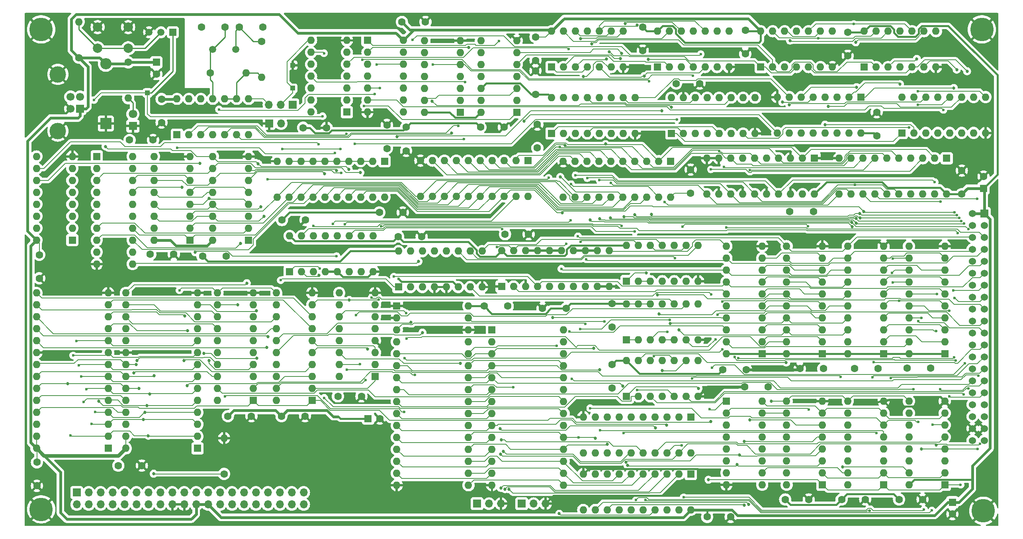
<source format=gtl>
G04 #@! TF.GenerationSoftware,KiCad,Pcbnew,8.0.8*
G04 #@! TF.CreationDate,2025-01-31T18:29:16-05:00*
G04 #@! TF.ProjectId,8_16_computer_2,385f3136-5f63-46f6-9d70-757465725f32,rev?*
G04 #@! TF.SameCoordinates,Original*
G04 #@! TF.FileFunction,Copper,L1,Top*
G04 #@! TF.FilePolarity,Positive*
%FSLAX46Y46*%
G04 Gerber Fmt 4.6, Leading zero omitted, Abs format (unit mm)*
G04 Created by KiCad (PCBNEW 8.0.8) date 2025-01-31 18:29:16*
%MOMM*%
%LPD*%
G01*
G04 APERTURE LIST*
G04 #@! TA.AperFunction,ComponentPad*
%ADD10C,1.600000*%
G04 #@! TD*
G04 #@! TA.AperFunction,ComponentPad*
%ADD11R,1.600000X1.600000*%
G04 #@! TD*
G04 #@! TA.AperFunction,ComponentPad*
%ADD12O,1.600000X1.600000*%
G04 #@! TD*
G04 #@! TA.AperFunction,ComponentPad*
%ADD13R,1.700000X1.700000*%
G04 #@! TD*
G04 #@! TA.AperFunction,ComponentPad*
%ADD14C,1.524000*%
G04 #@! TD*
G04 #@! TA.AperFunction,ComponentPad*
%ADD15O,1.700000X1.700000*%
G04 #@! TD*
G04 #@! TA.AperFunction,SMDPad,CuDef*
%ADD16R,1.000000X1.000000*%
G04 #@! TD*
G04 #@! TA.AperFunction,ComponentPad*
%ADD17C,0.800000*%
G04 #@! TD*
G04 #@! TA.AperFunction,ComponentPad*
%ADD18C,5.000000*%
G04 #@! TD*
G04 #@! TA.AperFunction,ComponentPad*
%ADD19C,1.500000*%
G04 #@! TD*
G04 #@! TA.AperFunction,ComponentPad*
%ADD20R,1.500000X1.500000*%
G04 #@! TD*
G04 #@! TA.AperFunction,ComponentPad*
%ADD21C,1.700000*%
G04 #@! TD*
G04 #@! TA.AperFunction,ComponentPad*
%ADD22C,3.500000*%
G04 #@! TD*
G04 #@! TA.AperFunction,ComponentPad*
%ADD23C,2.000000*%
G04 #@! TD*
G04 #@! TA.AperFunction,ComponentPad*
%ADD24R,1.800000X1.800000*%
G04 #@! TD*
G04 #@! TA.AperFunction,ComponentPad*
%ADD25C,1.800000*%
G04 #@! TD*
G04 #@! TA.AperFunction,ComponentPad*
%ADD26R,2.400000X2.400000*%
G04 #@! TD*
G04 #@! TA.AperFunction,ComponentPad*
%ADD27O,2.400000X2.400000*%
G04 #@! TD*
G04 #@! TA.AperFunction,ComponentPad*
%ADD28R,1.000000X1.000000*%
G04 #@! TD*
G04 #@! TA.AperFunction,ViaPad*
%ADD29C,0.600000*%
G04 #@! TD*
G04 #@! TA.AperFunction,ViaPad*
%ADD30C,0.685800*%
G04 #@! TD*
G04 #@! TA.AperFunction,Conductor*
%ADD31C,0.400000*%
G04 #@! TD*
G04 #@! TA.AperFunction,Conductor*
%ADD32C,0.600000*%
G04 #@! TD*
G04 #@! TA.AperFunction,Conductor*
%ADD33C,0.254000*%
G04 #@! TD*
G04 #@! TA.AperFunction,Conductor*
%ADD34C,0.150000*%
G04 #@! TD*
G04 #@! TA.AperFunction,Conductor*
%ADD35C,0.762000*%
G04 #@! TD*
G04 #@! TA.AperFunction,Conductor*
%ADD36C,0.200000*%
G04 #@! TD*
G04 APERTURE END LIST*
D10*
X251900000Y-150300000D03*
X256900000Y-150300000D03*
D11*
X282000000Y-86000000D03*
D12*
X284540000Y-86000000D03*
X287080000Y-86000000D03*
X289620000Y-86000000D03*
X292160000Y-86000000D03*
X294700000Y-86000000D03*
X297240000Y-86000000D03*
X297240000Y-78380000D03*
X294700000Y-78380000D03*
X292160000Y-78380000D03*
X289620000Y-78380000D03*
X287080000Y-78380000D03*
X284540000Y-78380000D03*
X282000000Y-78380000D03*
D11*
X180000000Y-106000000D03*
D12*
X177460000Y-106000000D03*
X174920000Y-106000000D03*
X172380000Y-106000000D03*
X169840000Y-106000000D03*
X167300000Y-106000000D03*
X164760000Y-106000000D03*
X162220000Y-106000000D03*
X159680000Y-106000000D03*
X157140000Y-106000000D03*
X157140000Y-113620000D03*
X159680000Y-113620000D03*
X162220000Y-113620000D03*
X164760000Y-113620000D03*
X167300000Y-113620000D03*
X169840000Y-113620000D03*
X172380000Y-113620000D03*
X174920000Y-113620000D03*
X177460000Y-113620000D03*
X180000000Y-113620000D03*
D13*
X307540000Y-117090000D03*
D14*
X307540000Y-119630000D03*
X307540000Y-122170000D03*
X307540000Y-124710000D03*
X307540000Y-127250000D03*
X307540000Y-129790000D03*
X307540000Y-132330000D03*
X307540000Y-134870000D03*
X307540000Y-137410000D03*
X307540000Y-139950000D03*
X307540000Y-142490000D03*
X307540000Y-145030000D03*
X307540000Y-147570000D03*
X307540000Y-150110000D03*
X307540000Y-152650000D03*
X307540000Y-155190000D03*
X307540000Y-157730000D03*
X307540000Y-160270000D03*
X307540000Y-162810000D03*
X307540000Y-165350000D03*
X305000000Y-165350000D03*
X305000000Y-162810000D03*
X305000000Y-160270000D03*
X305000000Y-157730000D03*
X305000000Y-155190000D03*
X305000000Y-152650000D03*
X305000000Y-150110000D03*
X305000000Y-147570000D03*
X305000000Y-145030000D03*
X305000000Y-142490000D03*
X305000000Y-139950000D03*
X305000000Y-137410000D03*
X305000000Y-134870000D03*
X305000000Y-132330000D03*
X305000000Y-129790000D03*
X305000000Y-127250000D03*
X305000000Y-124710000D03*
X305000000Y-122170000D03*
X305000000Y-119630000D03*
X305000000Y-117090000D03*
D10*
X265200000Y-177900000D03*
X270200000Y-177900000D03*
D11*
X245120000Y-160380000D03*
D12*
X242580000Y-160380000D03*
X240040000Y-160380000D03*
X237500000Y-160380000D03*
X234960000Y-160380000D03*
X232420000Y-160380000D03*
X229880000Y-160380000D03*
X227340000Y-160380000D03*
X224800000Y-160380000D03*
X222260000Y-160380000D03*
X222260000Y-168000000D03*
X224800000Y-168000000D03*
X227340000Y-168000000D03*
X229880000Y-168000000D03*
X232420000Y-168000000D03*
X234960000Y-168000000D03*
X237500000Y-168000000D03*
X240040000Y-168000000D03*
X242580000Y-168000000D03*
X245120000Y-168000000D03*
D13*
X114550000Y-176420000D03*
D15*
X114550000Y-178960000D03*
X117090000Y-176420000D03*
X117090000Y-178960000D03*
X119630000Y-176420000D03*
X119630000Y-178960000D03*
X122170000Y-176420000D03*
X122170000Y-178960000D03*
X124710000Y-176420000D03*
X124710000Y-178960000D03*
X127250000Y-176420000D03*
X127250000Y-178960000D03*
X129790000Y-176420000D03*
X129790000Y-178960000D03*
X132330000Y-176420000D03*
X132330000Y-178960000D03*
X134870000Y-176420000D03*
X134870000Y-178960000D03*
X137410000Y-176420000D03*
X137410000Y-178960000D03*
X139950000Y-176420000D03*
X139950000Y-178960000D03*
X142490000Y-176420000D03*
X142490000Y-178960000D03*
X145030000Y-176420000D03*
X145030000Y-178960000D03*
X147570000Y-176420000D03*
X147570000Y-178960000D03*
X150110000Y-176420000D03*
X150110000Y-178960000D03*
X152650000Y-176420000D03*
X152650000Y-178960000D03*
X155190000Y-176420000D03*
X155190000Y-178960000D03*
X157730000Y-176420000D03*
X157730000Y-178960000D03*
X160270000Y-176420000D03*
X160270000Y-178960000D03*
X162810000Y-176420000D03*
X162810000Y-178960000D03*
D16*
X160500000Y-90500000D03*
D10*
X184600000Y-98800000D03*
X184600000Y-103800000D03*
X273300000Y-150100000D03*
X268300000Y-150100000D03*
D11*
X152120000Y-156860000D03*
D12*
X152120000Y-154320000D03*
X152120000Y-151780000D03*
X152120000Y-149240000D03*
X152120000Y-146700000D03*
X152120000Y-144160000D03*
X152120000Y-141620000D03*
X152120000Y-139080000D03*
X152120000Y-136540000D03*
X152120000Y-134000000D03*
X144500000Y-134000000D03*
X144500000Y-136540000D03*
X144500000Y-139080000D03*
X144500000Y-141620000D03*
X144500000Y-144160000D03*
X144500000Y-146700000D03*
X144500000Y-149240000D03*
X144500000Y-151780000D03*
X144500000Y-154320000D03*
X144500000Y-156860000D03*
D10*
X183700000Y-76400000D03*
X188700000Y-76400000D03*
X228400000Y-136300000D03*
X228400000Y-141300000D03*
D17*
X105125000Y-180000000D03*
X105674175Y-178674175D03*
X105674175Y-181325825D03*
X107000000Y-178125000D03*
D18*
X107000000Y-180000000D03*
D17*
X107000000Y-181875000D03*
X108325825Y-178674175D03*
X108325825Y-181325825D03*
X108875000Y-180000000D03*
D11*
X273120000Y-174780000D03*
D12*
X273120000Y-172240000D03*
X273120000Y-169700000D03*
X273120000Y-167160000D03*
X273120000Y-164620000D03*
X273120000Y-162080000D03*
X273120000Y-159540000D03*
X273120000Y-157000000D03*
X265500000Y-157000000D03*
X265500000Y-159540000D03*
X265500000Y-162080000D03*
X265500000Y-164620000D03*
X265500000Y-167160000D03*
X265500000Y-169700000D03*
X265500000Y-172240000D03*
X265500000Y-174780000D03*
D11*
X176380000Y-80340000D03*
D12*
X176380000Y-82880000D03*
X176380000Y-85420000D03*
X176380000Y-87960000D03*
X176380000Y-90500000D03*
X176380000Y-93040000D03*
X176380000Y-95580000D03*
X184000000Y-95580000D03*
X184000000Y-93040000D03*
X184000000Y-90500000D03*
X184000000Y-87960000D03*
X184000000Y-85420000D03*
X184000000Y-82880000D03*
X184000000Y-80340000D03*
D10*
X245100000Y-112800000D03*
X245100000Y-107800000D03*
X234900000Y-77500000D03*
X234900000Y-82500000D03*
X130200000Y-125800000D03*
X135200000Y-125800000D03*
D11*
X300750000Y-178500000D03*
D10*
X300750000Y-181000000D03*
D13*
X199660000Y-178800000D03*
D15*
X202200000Y-178800000D03*
X204740000Y-178800000D03*
D11*
X196120000Y-95620000D03*
D12*
X196120000Y-93080000D03*
X196120000Y-90540000D03*
X196120000Y-88000000D03*
X196120000Y-85460000D03*
X196120000Y-82920000D03*
X196120000Y-80380000D03*
X188500000Y-80380000D03*
X188500000Y-82920000D03*
X188500000Y-85460000D03*
X188500000Y-88000000D03*
X188500000Y-90540000D03*
X188500000Y-93080000D03*
X188500000Y-95620000D03*
D10*
X125800000Y-101500000D03*
X130800000Y-101500000D03*
X289400000Y-177900000D03*
X294400000Y-177900000D03*
X278500000Y-78600000D03*
X278500000Y-83600000D03*
X248600000Y-181600000D03*
X253600000Y-181600000D03*
D11*
X245120000Y-172500000D03*
D12*
X242580000Y-172500000D03*
X240040000Y-172500000D03*
X237500000Y-172500000D03*
X234960000Y-172500000D03*
X232420000Y-172500000D03*
X229880000Y-172500000D03*
X227340000Y-172500000D03*
X224800000Y-172500000D03*
X222260000Y-172500000D03*
X222260000Y-180120000D03*
X224800000Y-180120000D03*
X227340000Y-180120000D03*
X229880000Y-180120000D03*
X232420000Y-180120000D03*
X234960000Y-180120000D03*
X237500000Y-180120000D03*
X240040000Y-180120000D03*
X242580000Y-180120000D03*
X245120000Y-180120000D03*
D10*
X279900000Y-150100000D03*
X284900000Y-150100000D03*
D19*
X143480000Y-82280000D03*
X148360000Y-82280000D03*
D11*
X182610000Y-136780000D03*
D12*
X182610000Y-139320000D03*
X182610000Y-141860000D03*
X182610000Y-144400000D03*
X182610000Y-146940000D03*
X182610000Y-149480000D03*
X182610000Y-152020000D03*
X182610000Y-154560000D03*
X182610000Y-157100000D03*
X182610000Y-159640000D03*
X182610000Y-162180000D03*
X182610000Y-164720000D03*
X182610000Y-167260000D03*
X182610000Y-169800000D03*
X182610000Y-172340000D03*
X182610000Y-174880000D03*
X197850000Y-174880000D03*
X197850000Y-172340000D03*
X197850000Y-169800000D03*
X197850000Y-167260000D03*
X197850000Y-164720000D03*
X197850000Y-162180000D03*
X197850000Y-159640000D03*
X197850000Y-157100000D03*
X197850000Y-154560000D03*
X197850000Y-152020000D03*
X197850000Y-149480000D03*
X197850000Y-146940000D03*
X197850000Y-144400000D03*
X197850000Y-141860000D03*
X197850000Y-139320000D03*
X197850000Y-136780000D03*
D11*
X164620000Y-156860000D03*
D12*
X164620000Y-154320000D03*
X164620000Y-151780000D03*
X164620000Y-149240000D03*
X164620000Y-146700000D03*
X164620000Y-144160000D03*
X164620000Y-141620000D03*
X164620000Y-139080000D03*
X164620000Y-136540000D03*
X164620000Y-134000000D03*
X157000000Y-134000000D03*
X157000000Y-136540000D03*
X157000000Y-139080000D03*
X157000000Y-141620000D03*
X157000000Y-144160000D03*
X157000000Y-146700000D03*
X157000000Y-149240000D03*
X157000000Y-151780000D03*
X157000000Y-154320000D03*
X157000000Y-156860000D03*
D11*
X151120000Y-122780000D03*
D12*
X151120000Y-120240000D03*
X151120000Y-117700000D03*
X151120000Y-115160000D03*
X151120000Y-112620000D03*
X151120000Y-110080000D03*
X151120000Y-107540000D03*
X151120000Y-105000000D03*
X143500000Y-105000000D03*
X143500000Y-107540000D03*
X143500000Y-110080000D03*
X143500000Y-112620000D03*
X143500000Y-115160000D03*
X143500000Y-117700000D03*
X143500000Y-120240000D03*
X143500000Y-122780000D03*
D10*
X149110000Y-77530000D03*
X154110000Y-77530000D03*
X302740000Y-113000000D03*
X302740000Y-108000000D03*
D11*
X290000000Y-100000000D03*
D12*
X292540000Y-100000000D03*
X295080000Y-100000000D03*
X297620000Y-100000000D03*
X300160000Y-100000000D03*
X302700000Y-100000000D03*
X305240000Y-100000000D03*
X307780000Y-100000000D03*
X307780000Y-92380000D03*
X305240000Y-92380000D03*
X302700000Y-92380000D03*
X300160000Y-92380000D03*
X297620000Y-92380000D03*
X295080000Y-92380000D03*
X292540000Y-92380000D03*
X290000000Y-92380000D03*
D11*
X260000000Y-86000000D03*
D12*
X262540000Y-86000000D03*
X265080000Y-86000000D03*
X267620000Y-86000000D03*
X270160000Y-86000000D03*
X272700000Y-86000000D03*
X275240000Y-86000000D03*
X275240000Y-78380000D03*
X272700000Y-78380000D03*
X270160000Y-78380000D03*
X267620000Y-78380000D03*
X265080000Y-78380000D03*
X262540000Y-78380000D03*
X260000000Y-78380000D03*
D10*
X242000000Y-89500000D03*
X247000000Y-89500000D03*
D11*
X231460000Y-131500000D03*
D12*
X234000000Y-131500000D03*
X236540000Y-131500000D03*
X239080000Y-131500000D03*
X241620000Y-131500000D03*
X244160000Y-131500000D03*
X246700000Y-131500000D03*
X246700000Y-123880000D03*
X244160000Y-123880000D03*
X241620000Y-123880000D03*
X239080000Y-123880000D03*
X236540000Y-123880000D03*
X234000000Y-123880000D03*
X231460000Y-123880000D03*
D11*
X176500000Y-160700000D03*
D10*
X179000000Y-160700000D03*
X212100000Y-91800000D03*
X212100000Y-86800000D03*
X153860000Y-80530000D03*
D12*
X153860000Y-88150000D03*
D10*
X123400000Y-170700000D03*
X128400000Y-170700000D03*
X261600000Y-154000000D03*
X256600000Y-154000000D03*
D11*
X208120000Y-95620000D03*
D12*
X208120000Y-93080000D03*
X208120000Y-90540000D03*
X208120000Y-88000000D03*
X208120000Y-85460000D03*
X208120000Y-82920000D03*
X208120000Y-80380000D03*
X200500000Y-80380000D03*
X200500000Y-82920000D03*
X200500000Y-85460000D03*
X200500000Y-88000000D03*
X200500000Y-90540000D03*
X200500000Y-93080000D03*
X200500000Y-95620000D03*
D10*
X212500000Y-103200000D03*
X212500000Y-98200000D03*
D11*
X172000000Y-95580000D03*
D12*
X172000000Y-93040000D03*
X172000000Y-90500000D03*
X172000000Y-87960000D03*
X172000000Y-85420000D03*
X172000000Y-82880000D03*
X172000000Y-80340000D03*
X164380000Y-80340000D03*
X164380000Y-82880000D03*
X164380000Y-85420000D03*
X164380000Y-87960000D03*
X164380000Y-90500000D03*
X164380000Y-93040000D03*
X164380000Y-95580000D03*
D20*
X135000000Y-78600000D03*
D19*
X132460000Y-78600000D03*
X129920000Y-78600000D03*
D13*
X115252500Y-94825000D03*
D21*
X115252500Y-92325000D03*
X113252500Y-92325000D03*
X113252500Y-94825000D03*
D22*
X110542500Y-99595000D03*
X110542500Y-87555000D03*
D10*
X180500000Y-103300000D03*
X180500000Y-98300000D03*
X125500000Y-85000000D03*
D12*
X125500000Y-92620000D03*
D11*
X252680000Y-157000000D03*
D12*
X252680000Y-159540000D03*
X252680000Y-162080000D03*
X252680000Y-164620000D03*
X252680000Y-167160000D03*
X252680000Y-169700000D03*
X252680000Y-172240000D03*
X252680000Y-174780000D03*
X260300000Y-174780000D03*
X260300000Y-172240000D03*
X260300000Y-169700000D03*
X260300000Y-167160000D03*
X260300000Y-164620000D03*
X260300000Y-162080000D03*
X260300000Y-159540000D03*
X260300000Y-157000000D03*
D11*
X286120000Y-174780000D03*
D12*
X286120000Y-172240000D03*
X286120000Y-169700000D03*
X286120000Y-167160000D03*
X286120000Y-164620000D03*
X286120000Y-162080000D03*
X286120000Y-159540000D03*
X286120000Y-157000000D03*
X278500000Y-157000000D03*
X278500000Y-159540000D03*
X278500000Y-162080000D03*
X278500000Y-164620000D03*
X278500000Y-167160000D03*
X278500000Y-169700000D03*
X278500000Y-172240000D03*
X278500000Y-174780000D03*
D11*
X204890000Y-132620000D03*
D12*
X207430000Y-132620000D03*
X209970000Y-132620000D03*
X212510000Y-132620000D03*
X215050000Y-132620000D03*
X217590000Y-132620000D03*
X220130000Y-132620000D03*
X222670000Y-132620000D03*
X225210000Y-132620000D03*
X227750000Y-132620000D03*
X227750000Y-125000000D03*
X225210000Y-125000000D03*
X222670000Y-125000000D03*
X220130000Y-125000000D03*
X217590000Y-125000000D03*
X215050000Y-125000000D03*
X212510000Y-125000000D03*
X209970000Y-125000000D03*
X207430000Y-125000000D03*
X204890000Y-125000000D03*
D10*
X182900000Y-122000000D03*
X187900000Y-122000000D03*
D23*
X119000000Y-77500000D03*
X125500000Y-77500000D03*
X119000000Y-82000000D03*
X125500000Y-82000000D03*
D10*
X115000000Y-84000000D03*
D12*
X115000000Y-76380000D03*
D11*
X159840000Y-129500000D03*
D12*
X162380000Y-129500000D03*
X164920000Y-129500000D03*
X167460000Y-129500000D03*
X170000000Y-129500000D03*
X172540000Y-129500000D03*
X175080000Y-129500000D03*
X177620000Y-129500000D03*
X177620000Y-121880000D03*
X175080000Y-121880000D03*
X172540000Y-121880000D03*
X170000000Y-121880000D03*
X167460000Y-121880000D03*
X164920000Y-121880000D03*
X162380000Y-121880000D03*
X159840000Y-121880000D03*
D10*
X271180000Y-116710000D03*
X266180000Y-116710000D03*
D13*
X155460000Y-98000000D03*
D15*
X158000000Y-98000000D03*
D24*
X126500000Y-98540000D03*
D25*
X126500000Y-96000000D03*
D11*
X131500000Y-85000000D03*
D10*
X131500000Y-87500000D03*
X284650000Y-100600000D03*
X284650000Y-95600000D03*
D11*
X135880000Y-100370000D03*
D12*
X138420000Y-100370000D03*
X140960000Y-100370000D03*
X143500000Y-100370000D03*
X146040000Y-100370000D03*
X148580000Y-100370000D03*
X151120000Y-100370000D03*
X151120000Y-92750000D03*
X148580000Y-92750000D03*
X146040000Y-92750000D03*
X143500000Y-92750000D03*
X140960000Y-92750000D03*
X138420000Y-92750000D03*
X135880000Y-92750000D03*
D10*
X200400000Y-98800000D03*
X205400000Y-98800000D03*
X218600000Y-137300000D03*
X213600000Y-137300000D03*
X158200000Y-118500000D03*
X163200000Y-118500000D03*
X106600000Y-125900000D03*
X106600000Y-130900000D03*
D26*
X120750000Y-98000000D03*
D27*
X120750000Y-85300000D03*
D10*
X145890000Y-172470000D03*
D12*
X145890000Y-164850000D03*
D10*
X141300000Y-126200000D03*
X146300000Y-126200000D03*
X132600000Y-92800000D03*
X132600000Y-97800000D03*
X212100000Y-79600000D03*
X212100000Y-84600000D03*
X162700000Y-98900000D03*
X167700000Y-98900000D03*
X291100000Y-150000000D03*
X296100000Y-150000000D03*
D11*
X281280000Y-92380000D03*
D12*
X278740000Y-92380000D03*
X276200000Y-92380000D03*
X273660000Y-92380000D03*
X271120000Y-92380000D03*
X268580000Y-92380000D03*
X266040000Y-92380000D03*
X263500000Y-92380000D03*
X263500000Y-100000000D03*
X266040000Y-100000000D03*
X268580000Y-100000000D03*
X271120000Y-100000000D03*
X273660000Y-100000000D03*
X276200000Y-100000000D03*
X278740000Y-100000000D03*
X281280000Y-100000000D03*
D11*
X231460000Y-156000000D03*
D12*
X234000000Y-156000000D03*
X236540000Y-156000000D03*
X239080000Y-156000000D03*
X241620000Y-156000000D03*
X244160000Y-156000000D03*
X246700000Y-156000000D03*
X246700000Y-148380000D03*
X244160000Y-148380000D03*
X241620000Y-148380000D03*
X239080000Y-148380000D03*
X236540000Y-148380000D03*
X234000000Y-148380000D03*
X231460000Y-148380000D03*
D10*
X158100000Y-160200000D03*
X163100000Y-160200000D03*
D13*
X160500000Y-94000000D03*
D15*
X157960000Y-94000000D03*
X155420000Y-94000000D03*
D17*
X305125000Y-78000000D03*
X305674175Y-76674175D03*
X305674175Y-79325825D03*
X307000000Y-76125000D03*
D18*
X307000000Y-78000000D03*
D17*
X307000000Y-79875000D03*
X308325825Y-76674175D03*
X308325825Y-79325825D03*
X308875000Y-78000000D03*
D10*
X178900000Y-116900000D03*
X183900000Y-116900000D03*
D11*
X121240000Y-167020000D03*
D12*
X121240000Y-164480000D03*
X121240000Y-161940000D03*
X121240000Y-159400000D03*
X121240000Y-156860000D03*
X121240000Y-154320000D03*
X121240000Y-151780000D03*
X121240000Y-149240000D03*
X121240000Y-146700000D03*
X121240000Y-144160000D03*
X121240000Y-141620000D03*
X121240000Y-139080000D03*
X121240000Y-136540000D03*
X121240000Y-134000000D03*
X106000000Y-134000000D03*
X106000000Y-136540000D03*
X106000000Y-139080000D03*
X106000000Y-141620000D03*
X106000000Y-144160000D03*
X106000000Y-146700000D03*
X106000000Y-149240000D03*
X106000000Y-151780000D03*
X106000000Y-154320000D03*
X106000000Y-156860000D03*
X106000000Y-159400000D03*
X106000000Y-161940000D03*
X106000000Y-164480000D03*
X106000000Y-167020000D03*
D11*
X271425000Y-105380000D03*
D12*
X268885000Y-105380000D03*
X266345000Y-105380000D03*
X263805000Y-105380000D03*
X261265000Y-105380000D03*
X258725000Y-105380000D03*
X256185000Y-105380000D03*
X253645000Y-105380000D03*
X251105000Y-105380000D03*
X248565000Y-105380000D03*
X248565000Y-113000000D03*
X251105000Y-113000000D03*
X253645000Y-113000000D03*
X256185000Y-113000000D03*
X258725000Y-113000000D03*
X261265000Y-113000000D03*
X263805000Y-113000000D03*
X266345000Y-113000000D03*
X268885000Y-113000000D03*
X271425000Y-113000000D03*
D10*
X201200000Y-136800000D03*
X206200000Y-136800000D03*
D17*
X105125000Y-78000000D03*
X105674175Y-76674175D03*
X105674175Y-79325825D03*
X107000000Y-76125000D03*
D18*
X107000000Y-78000000D03*
D17*
X107000000Y-79875000D03*
X108325825Y-76674175D03*
X108325825Y-79325825D03*
X108875000Y-78000000D03*
D11*
X140240000Y-167020000D03*
D12*
X140240000Y-164480000D03*
X140240000Y-161940000D03*
X140240000Y-159400000D03*
X140240000Y-156860000D03*
X140240000Y-154320000D03*
X140240000Y-151780000D03*
X140240000Y-149240000D03*
X140240000Y-146700000D03*
X140240000Y-144160000D03*
X140240000Y-141620000D03*
X140240000Y-139080000D03*
X140240000Y-136540000D03*
X140240000Y-134000000D03*
X125000000Y-134000000D03*
X125000000Y-136540000D03*
X125000000Y-139080000D03*
X125000000Y-141620000D03*
X125000000Y-144160000D03*
X125000000Y-146700000D03*
X125000000Y-149240000D03*
X125000000Y-151780000D03*
X125000000Y-154320000D03*
X125000000Y-156860000D03*
X125000000Y-159400000D03*
X125000000Y-161940000D03*
X125000000Y-164480000D03*
X125000000Y-167020000D03*
D10*
X106100000Y-170000000D03*
X106100000Y-175000000D03*
D11*
X238000000Y-86000000D03*
D12*
X240540000Y-86000000D03*
X243080000Y-86000000D03*
X245620000Y-86000000D03*
X248160000Y-86000000D03*
X250700000Y-86000000D03*
X253240000Y-86000000D03*
X253240000Y-78380000D03*
X250700000Y-78380000D03*
X248160000Y-78380000D03*
X245620000Y-78380000D03*
X243080000Y-78380000D03*
X240540000Y-78380000D03*
X238000000Y-78380000D03*
D11*
X286120000Y-146925000D03*
D12*
X286120000Y-144385000D03*
X286120000Y-141845000D03*
X286120000Y-139305000D03*
X286120000Y-136765000D03*
X286120000Y-134225000D03*
X286120000Y-131685000D03*
X286120000Y-129145000D03*
X286120000Y-126605000D03*
X286120000Y-124065000D03*
X278500000Y-124065000D03*
X278500000Y-126605000D03*
X278500000Y-129145000D03*
X278500000Y-131685000D03*
X278500000Y-134225000D03*
X278500000Y-136765000D03*
X278500000Y-139305000D03*
X278500000Y-141845000D03*
X278500000Y-144385000D03*
X278500000Y-146925000D03*
D13*
X209160000Y-178800000D03*
D15*
X211700000Y-178800000D03*
X214240000Y-178800000D03*
D11*
X118820000Y-105000000D03*
D12*
X118820000Y-107540000D03*
X118820000Y-110080000D03*
X118820000Y-112620000D03*
X118820000Y-115160000D03*
X118820000Y-117700000D03*
X118820000Y-120240000D03*
X118820000Y-122780000D03*
X118820000Y-125320000D03*
X118820000Y-127860000D03*
X126440000Y-127860000D03*
X126440000Y-125320000D03*
X126440000Y-122780000D03*
X126440000Y-120240000D03*
X126440000Y-117700000D03*
X126440000Y-115160000D03*
X126440000Y-112620000D03*
X126440000Y-110080000D03*
X126440000Y-107540000D03*
X126440000Y-105000000D03*
D11*
X215500000Y-100120000D03*
D12*
X218040000Y-100120000D03*
X220580000Y-100120000D03*
X223120000Y-100120000D03*
X225660000Y-100120000D03*
X228200000Y-100120000D03*
X230740000Y-100120000D03*
X233280000Y-100120000D03*
X233280000Y-92500000D03*
X230740000Y-92500000D03*
X228200000Y-92500000D03*
X225660000Y-92500000D03*
X223120000Y-92500000D03*
X220580000Y-92500000D03*
X218040000Y-92500000D03*
X215500000Y-92500000D03*
D28*
X160500000Y-85600000D03*
D16*
X129600000Y-91500000D03*
D10*
X277200000Y-177900000D03*
X282200000Y-177900000D03*
X170100000Y-156000000D03*
X175100000Y-156000000D03*
X205630000Y-121540000D03*
X210630000Y-121540000D03*
D11*
X273120000Y-146925000D03*
D12*
X273120000Y-144385000D03*
X273120000Y-141845000D03*
X273120000Y-139305000D03*
X273120000Y-136765000D03*
X273120000Y-134225000D03*
X273120000Y-131685000D03*
X273120000Y-129145000D03*
X273120000Y-126605000D03*
X273120000Y-124065000D03*
X265500000Y-124065000D03*
X265500000Y-126605000D03*
X265500000Y-129145000D03*
X265500000Y-131685000D03*
X265500000Y-134225000D03*
X265500000Y-136765000D03*
X265500000Y-139305000D03*
X265500000Y-141845000D03*
X265500000Y-144385000D03*
X265500000Y-146925000D03*
D10*
X256700000Y-78200000D03*
X256700000Y-83200000D03*
X142990000Y-87280000D03*
D12*
X150610000Y-87280000D03*
D10*
X146700000Y-160200000D03*
X151700000Y-160200000D03*
D17*
X305450825Y-180325825D03*
X306000000Y-179000000D03*
X306000000Y-181651650D03*
X307325825Y-178450825D03*
D18*
X307325825Y-180325825D03*
D17*
X307325825Y-182200825D03*
X308651650Y-179000000D03*
X308651650Y-181651650D03*
X309200825Y-180325825D03*
D11*
X182970000Y-132750000D03*
D12*
X185510000Y-132750000D03*
X188050000Y-132750000D03*
X190590000Y-132750000D03*
X193130000Y-132750000D03*
X195670000Y-132750000D03*
X198210000Y-132750000D03*
X200750000Y-132750000D03*
X200750000Y-125130000D03*
X198210000Y-125130000D03*
X195670000Y-125130000D03*
X193130000Y-125130000D03*
X190590000Y-125130000D03*
X188050000Y-125130000D03*
X185510000Y-125130000D03*
X182970000Y-125130000D03*
D11*
X202850000Y-141820000D03*
D12*
X202850000Y-144360000D03*
X202850000Y-146900000D03*
X202850000Y-149440000D03*
X202850000Y-151980000D03*
X202850000Y-154520000D03*
X202850000Y-157060000D03*
X202850000Y-159600000D03*
X202850000Y-162140000D03*
X202850000Y-164680000D03*
X202850000Y-167220000D03*
X202850000Y-169760000D03*
X202850000Y-172300000D03*
X202850000Y-174840000D03*
X218090000Y-174840000D03*
X218090000Y-172300000D03*
X218090000Y-169760000D03*
X218090000Y-167220000D03*
X218090000Y-164680000D03*
X218090000Y-162140000D03*
X218090000Y-159600000D03*
X218090000Y-157060000D03*
X218090000Y-154520000D03*
X218090000Y-151980000D03*
X218090000Y-149440000D03*
X218090000Y-146900000D03*
X218090000Y-144360000D03*
X218090000Y-141820000D03*
D11*
X240860000Y-106000000D03*
D12*
X238320000Y-106000000D03*
X235780000Y-106000000D03*
X233240000Y-106000000D03*
X230700000Y-106000000D03*
X228160000Y-106000000D03*
X225620000Y-106000000D03*
X223080000Y-106000000D03*
X220540000Y-106000000D03*
X218000000Y-106000000D03*
X218000000Y-113620000D03*
X220540000Y-113620000D03*
X223080000Y-113620000D03*
X225620000Y-113620000D03*
X228160000Y-113620000D03*
X230700000Y-113620000D03*
X233240000Y-113620000D03*
X235780000Y-113620000D03*
X238320000Y-113620000D03*
X240860000Y-113620000D03*
D11*
X260300000Y-146925000D03*
D12*
X260300000Y-144385000D03*
X260300000Y-141845000D03*
X260300000Y-139305000D03*
X260300000Y-136765000D03*
X260300000Y-134225000D03*
X260300000Y-131685000D03*
X260300000Y-129145000D03*
X260300000Y-126605000D03*
X260300000Y-124065000D03*
X252680000Y-124065000D03*
X252680000Y-126605000D03*
X252680000Y-129145000D03*
X252680000Y-131685000D03*
X252680000Y-134225000D03*
X252680000Y-136765000D03*
X252680000Y-139305000D03*
X252680000Y-141845000D03*
X252680000Y-144385000D03*
X252680000Y-146925000D03*
D10*
X228400000Y-149200000D03*
X228400000Y-154200000D03*
D11*
X113620000Y-122780000D03*
D12*
X113620000Y-120240000D03*
X113620000Y-117700000D03*
X113620000Y-115160000D03*
X113620000Y-112620000D03*
X113620000Y-110080000D03*
X113620000Y-107540000D03*
X113620000Y-105000000D03*
X106000000Y-105000000D03*
X106000000Y-107540000D03*
X106000000Y-110080000D03*
X106000000Y-112620000D03*
X106000000Y-115160000D03*
X106000000Y-117700000D03*
X106000000Y-120240000D03*
X106000000Y-122780000D03*
D11*
X241000000Y-100120000D03*
D12*
X243540000Y-100120000D03*
X246080000Y-100120000D03*
X248620000Y-100120000D03*
X251160000Y-100120000D03*
X253700000Y-100120000D03*
X256240000Y-100120000D03*
X258780000Y-100120000D03*
X258780000Y-92500000D03*
X256240000Y-92500000D03*
X253700000Y-92500000D03*
X251160000Y-92500000D03*
X248620000Y-92500000D03*
X246080000Y-92500000D03*
X243540000Y-92500000D03*
X241000000Y-92500000D03*
D11*
X299120000Y-146925000D03*
D12*
X299120000Y-144385000D03*
X299120000Y-141845000D03*
X299120000Y-139305000D03*
X299120000Y-136765000D03*
X299120000Y-134225000D03*
X299120000Y-131685000D03*
X299120000Y-129145000D03*
X299120000Y-126605000D03*
X299120000Y-124065000D03*
X291500000Y-124065000D03*
X291500000Y-126605000D03*
X291500000Y-129145000D03*
X291500000Y-131685000D03*
X291500000Y-134225000D03*
X291500000Y-136765000D03*
X291500000Y-139305000D03*
X291500000Y-141845000D03*
X291500000Y-144385000D03*
X291500000Y-146925000D03*
D10*
X146110000Y-77530000D03*
X141110000Y-77530000D03*
D11*
X231460000Y-143970000D03*
D12*
X234000000Y-143970000D03*
X236540000Y-143970000D03*
X239080000Y-143970000D03*
X241620000Y-143970000D03*
X244160000Y-143970000D03*
X246700000Y-143970000D03*
X246700000Y-136350000D03*
X244160000Y-136350000D03*
X241620000Y-136350000D03*
X239080000Y-136350000D03*
X236540000Y-136350000D03*
X234000000Y-136350000D03*
X231460000Y-136350000D03*
D11*
X210500000Y-105880000D03*
D12*
X207960000Y-105880000D03*
X205420000Y-105880000D03*
X202880000Y-105880000D03*
X200340000Y-105880000D03*
X197800000Y-105880000D03*
X195260000Y-105880000D03*
X192720000Y-105880000D03*
X190180000Y-105880000D03*
X187640000Y-105880000D03*
X187640000Y-113500000D03*
X190180000Y-113500000D03*
X192720000Y-113500000D03*
X195260000Y-113500000D03*
X197800000Y-113500000D03*
X200340000Y-113500000D03*
X202880000Y-113500000D03*
X205420000Y-113500000D03*
X207960000Y-113500000D03*
X210500000Y-113500000D03*
D11*
X138620000Y-122780000D03*
D12*
X138620000Y-120240000D03*
X138620000Y-117700000D03*
X138620000Y-115160000D03*
X138620000Y-112620000D03*
X138620000Y-110080000D03*
X138620000Y-107540000D03*
X138620000Y-105000000D03*
X131000000Y-105000000D03*
X131000000Y-107540000D03*
X131000000Y-110080000D03*
X131000000Y-112620000D03*
X131000000Y-115160000D03*
X131000000Y-117700000D03*
X131000000Y-120240000D03*
X131000000Y-122780000D03*
D11*
X215500000Y-86000000D03*
D12*
X218040000Y-86000000D03*
X220580000Y-86000000D03*
X223120000Y-86000000D03*
X225660000Y-86000000D03*
X228200000Y-86000000D03*
X230740000Y-86000000D03*
X230740000Y-78380000D03*
X228200000Y-78380000D03*
X225660000Y-78380000D03*
X223120000Y-78380000D03*
X220580000Y-78380000D03*
X218040000Y-78380000D03*
X215500000Y-78380000D03*
D11*
X299120000Y-174780000D03*
D12*
X299120000Y-172240000D03*
X299120000Y-169700000D03*
X299120000Y-167160000D03*
X299120000Y-164620000D03*
X299120000Y-162080000D03*
X299120000Y-159540000D03*
X299120000Y-157000000D03*
X291500000Y-157000000D03*
X291500000Y-159540000D03*
X291500000Y-162080000D03*
X291500000Y-164620000D03*
X291500000Y-167160000D03*
X291500000Y-169700000D03*
X291500000Y-172240000D03*
X291500000Y-174780000D03*
D11*
X307370000Y-111760000D03*
D10*
X307370000Y-109260000D03*
D11*
X178000000Y-151780000D03*
D12*
X178000000Y-149240000D03*
X178000000Y-146700000D03*
X178000000Y-144160000D03*
X178000000Y-141620000D03*
X178000000Y-139080000D03*
X178000000Y-136540000D03*
X178000000Y-134000000D03*
X170380000Y-134000000D03*
X170380000Y-136540000D03*
X170380000Y-139080000D03*
X170380000Y-141620000D03*
X170380000Y-144160000D03*
X170380000Y-146700000D03*
X170380000Y-149240000D03*
X170380000Y-151780000D03*
D11*
X299540000Y-105380000D03*
D12*
X297000000Y-105380000D03*
X294460000Y-105380000D03*
X291920000Y-105380000D03*
X289380000Y-105380000D03*
X286840000Y-105380000D03*
X284300000Y-105380000D03*
X281760000Y-105380000D03*
X279220000Y-105380000D03*
X276680000Y-105380000D03*
X276680000Y-113000000D03*
X279220000Y-113000000D03*
X281760000Y-113000000D03*
X284300000Y-113000000D03*
X286840000Y-113000000D03*
X289380000Y-113000000D03*
X291920000Y-113000000D03*
X294460000Y-113000000D03*
X297000000Y-113000000D03*
X299540000Y-113000000D03*
D29*
X250750000Y-128000000D03*
X136500000Y-105000000D03*
X247500000Y-172250000D03*
X180500000Y-136750000D03*
X168000000Y-132750000D03*
X180500000Y-129500000D03*
X109500000Y-148000000D03*
X259500000Y-83500000D03*
X111500000Y-148000000D03*
X193000000Y-129500000D03*
X222250000Y-158000000D03*
X255750000Y-86500000D03*
X248500000Y-176250000D03*
X191250000Y-137000000D03*
X229000000Y-157000000D03*
X188250000Y-129500000D03*
X292000000Y-88000000D03*
X149800000Y-134000000D03*
X141500000Y-97500000D03*
X246750000Y-128000000D03*
X189250000Y-137000000D03*
X133000000Y-146500000D03*
X111500000Y-147000000D03*
X180500000Y-133750000D03*
X147800000Y-104800000D03*
X220000000Y-158250000D03*
X180500000Y-139250000D03*
X225500000Y-128250000D03*
X222250000Y-157000000D03*
X132250000Y-170500000D03*
X138500000Y-98000000D03*
X220000000Y-159500000D03*
X253000000Y-83250000D03*
X292000000Y-89000000D03*
X162500000Y-133750000D03*
X163500000Y-124750000D03*
X151500000Y-97500000D03*
X185000000Y-121750000D03*
X193250000Y-137000000D03*
X228250000Y-128250000D03*
X160500000Y-124750000D03*
X220000000Y-130500000D03*
X237000000Y-100000000D03*
X143500000Y-97500000D03*
X228250000Y-130500000D03*
X250750000Y-131500000D03*
X131000000Y-146500000D03*
X166500000Y-124750000D03*
X168000000Y-134250000D03*
X135000000Y-146500000D03*
X220000000Y-128250000D03*
X170000000Y-132000000D03*
X147000000Y-97500000D03*
X237000000Y-103000000D03*
X216000000Y-128000000D03*
X147200000Y-134000000D03*
X225500000Y-130500000D03*
X109500000Y-147000000D03*
X216000000Y-130500000D03*
X132250000Y-166250000D03*
X247500000Y-173250000D03*
X159500000Y-133750000D03*
X152500000Y-125000000D03*
X136000000Y-98000000D03*
X133000000Y-105000000D03*
X248500000Y-175250000D03*
X251000000Y-83250000D03*
X249500000Y-131500000D03*
X208026000Y-181697000D03*
X198374000Y-181697000D03*
X170100000Y-160300000D03*
X182970000Y-131002000D03*
X170100000Y-181697000D03*
D30*
X130915000Y-172420000D03*
X130970000Y-151600000D03*
X155000000Y-145550000D03*
D29*
X115052000Y-149400000D03*
X114500000Y-144200000D03*
D30*
X129780000Y-164350000D03*
D29*
X113200000Y-164300000D03*
D30*
X155200000Y-143300000D03*
X138100000Y-142050000D03*
X138050000Y-153700000D03*
D29*
X117700000Y-161800000D03*
D30*
X128700000Y-160900000D03*
X112600000Y-153245000D03*
X127800000Y-154310000D03*
D29*
X116600000Y-154500000D03*
D30*
X130117900Y-155480000D03*
X127200000Y-149240000D03*
D29*
X113800000Y-147300000D03*
X116000000Y-157200000D03*
D30*
X129500000Y-157935000D03*
X129100000Y-159400000D03*
D29*
X118500000Y-159300000D03*
D30*
X137507028Y-138880872D03*
X137390000Y-148344900D03*
D29*
X115500000Y-151800000D03*
D30*
X150723600Y-131927600D03*
X152775000Y-137825000D03*
X126700000Y-151000000D03*
X152875000Y-147850000D03*
X141570770Y-146880104D03*
X127400000Y-148400000D03*
X142677000Y-148407000D03*
D29*
X235500000Y-177975000D03*
X298118000Y-154500000D03*
X296400000Y-180250000D03*
X297484800Y-134225000D03*
X296500000Y-162000000D03*
D30*
X204855100Y-165200000D03*
D29*
X303185931Y-119285931D03*
D30*
X228000000Y-118055100D03*
X280297642Y-119161370D03*
X224040100Y-81067900D03*
X120700800Y-102870000D03*
X172380000Y-107746800D03*
X281079516Y-117104936D03*
X205639161Y-175709672D03*
X235235100Y-87900000D03*
X153150000Y-106550000D03*
D29*
X301700000Y-117500000D03*
D30*
X236795100Y-117332451D03*
X240724900Y-140500101D03*
X225720000Y-118255100D03*
X279379948Y-119014282D03*
D29*
X304137684Y-120448619D03*
D30*
X303860000Y-86900000D03*
D29*
X250799600Y-138633200D03*
X219300000Y-142200000D03*
D30*
X233240000Y-117417900D03*
D29*
X302200000Y-118100000D03*
D30*
X204724000Y-175463200D03*
X281134896Y-118034160D03*
X169824400Y-107968700D03*
X233715219Y-77042900D03*
X238345900Y-138475000D03*
D29*
X221130000Y-121960000D03*
X221270000Y-164680000D03*
D30*
X224800000Y-164900000D03*
D29*
X272240000Y-79900000D03*
D30*
X196150000Y-148970000D03*
D29*
X225875000Y-163200000D03*
X288100000Y-126700000D03*
X284002000Y-148706000D03*
D30*
X225790000Y-150360000D03*
X217375000Y-109350000D03*
X238050000Y-134400000D03*
X167230000Y-108627900D03*
X280255728Y-118142376D03*
X149400000Y-123500000D03*
X230900000Y-117778100D03*
D29*
X302671862Y-118748000D03*
X287883600Y-129743200D03*
X230843000Y-163764800D03*
X284575000Y-163764800D03*
D30*
X230629394Y-153800000D03*
D29*
X283725000Y-151900000D03*
D30*
X217800000Y-116921900D03*
X281850000Y-116667900D03*
X242613100Y-141850000D03*
D29*
X301200000Y-116900000D03*
D30*
X174853600Y-108407200D03*
X206451200Y-175744900D03*
X217160000Y-180927100D03*
D29*
X254426196Y-147638443D03*
X301433018Y-148346241D03*
X301200000Y-135100000D03*
D30*
X204585500Y-162864800D03*
D29*
X300100000Y-156000000D03*
D30*
X237600000Y-162717900D03*
D29*
X300100000Y-137800000D03*
D30*
X294200000Y-167200000D03*
D29*
X306120800Y-167132000D03*
X243200000Y-166400000D03*
X294200000Y-139300000D03*
D30*
X240000000Y-162100000D03*
D29*
X294709620Y-180053444D03*
X243600000Y-177421000D03*
D30*
X279415911Y-119924089D03*
X227340000Y-166152900D03*
X136906000Y-111545000D03*
D29*
X279760000Y-76851000D03*
D30*
X223760000Y-118524100D03*
D29*
X297300000Y-142100000D03*
D30*
X297300000Y-166300000D03*
X204636303Y-168235697D03*
D29*
X306603253Y-166090747D03*
X223725000Y-158500000D03*
D30*
X224490000Y-145720000D03*
D29*
X293460000Y-140000000D03*
X293500000Y-161400000D03*
X204320000Y-80470000D03*
X203951725Y-124209319D03*
X218650000Y-123575000D03*
X283200000Y-180252000D03*
X287626860Y-152109569D03*
X233500000Y-177975000D03*
X288100000Y-131800000D03*
D30*
X205300000Y-167700000D03*
D29*
X251866400Y-135839200D03*
D30*
X215800000Y-139200000D03*
D29*
X216570000Y-145270000D03*
X217590000Y-128880000D03*
D30*
X231314372Y-169947972D03*
X255490900Y-168400000D03*
D29*
X158242000Y-103400000D03*
X136398000Y-133451600D03*
X170600000Y-103400000D03*
X181980000Y-130550000D03*
D30*
X254950000Y-170500000D03*
X231664544Y-170681476D03*
X256500000Y-179100000D03*
D29*
X222670000Y-140550000D03*
X222860000Y-126860000D03*
D30*
X256450000Y-165540100D03*
D29*
X179251051Y-119875000D03*
X301898000Y-121252968D03*
D30*
X257714937Y-160955587D03*
D29*
X252700000Y-120079000D03*
X226750000Y-140048000D03*
D30*
X257400000Y-178900000D03*
D29*
X249600000Y-149900000D03*
X249430000Y-134280000D03*
X303370000Y-148980000D03*
X301100000Y-147700000D03*
X207390000Y-154040000D03*
X255200000Y-147830000D03*
X300939200Y-133500000D03*
X118250000Y-93000000D03*
D30*
X119232100Y-157010000D03*
X248900000Y-173700000D03*
D29*
X302500000Y-174780000D03*
X167132000Y-83058000D03*
X166850000Y-96450000D03*
X249100000Y-158700000D03*
D30*
X249400000Y-161300000D03*
D29*
X240180000Y-142300000D03*
X270070000Y-119800000D03*
X304190400Y-154279600D03*
X243383000Y-119902000D03*
X237299000Y-147415922D03*
D30*
X239080000Y-150455100D03*
X246740000Y-154310000D03*
X235625000Y-129719900D03*
X230395224Y-83055101D03*
D29*
X303102000Y-155600000D03*
D30*
X262224100Y-157000000D03*
X265420000Y-148790000D03*
D29*
X167200000Y-156300000D03*
X230400000Y-119748000D03*
X164920000Y-119775000D03*
X233700000Y-154600000D03*
X233200000Y-120900000D03*
X177250000Y-134998000D03*
X174750000Y-149150000D03*
X173918000Y-138750000D03*
X221660000Y-123110000D03*
X240650000Y-139730000D03*
X221580000Y-141680000D03*
D30*
X182644900Y-100827100D03*
D29*
X239530000Y-114640000D03*
D30*
X239000000Y-95300000D03*
D29*
X241750000Y-126580000D03*
X169800000Y-126188000D03*
D30*
X139755100Y-125361637D03*
D29*
X196900000Y-101300000D03*
X195700000Y-98500000D03*
D30*
X194300000Y-100055100D03*
D29*
X135900000Y-103150000D03*
X219840000Y-152250000D03*
X219120000Y-82200000D03*
X169437500Y-104237500D03*
D30*
X140716000Y-106426000D03*
D29*
X242150000Y-97150000D03*
X173650000Y-102350000D03*
X236282000Y-89021900D03*
X306267470Y-151625000D03*
X245364000Y-152196800D03*
X190246000Y-85445600D03*
X197122000Y-89154000D03*
X165950000Y-102400000D03*
D30*
X187210000Y-127320000D03*
X240970000Y-94557900D03*
X190144400Y-93222527D03*
D29*
X186500000Y-151402000D03*
X166200000Y-128825000D03*
D30*
X166024013Y-130294619D03*
X176400000Y-145900000D03*
X188080000Y-142430000D03*
D29*
X178729689Y-135397289D03*
D30*
X172540000Y-135500000D03*
D29*
X157937200Y-131312000D03*
D30*
X185660000Y-140250000D03*
D29*
X179000000Y-90500000D03*
X175942968Y-152542968D03*
X144800000Y-95000000D03*
X184251600Y-147828000D03*
X251840597Y-146030049D03*
X184200000Y-159300000D03*
X177900000Y-91700000D03*
X146100000Y-156000000D03*
X292502000Y-154500000D03*
D30*
X153710000Y-115650000D03*
X148780000Y-136550000D03*
X142697200Y-113893600D03*
X154370000Y-117690000D03*
X227800000Y-82744900D03*
D29*
X214910000Y-109540000D03*
X155110000Y-109810000D03*
X168998000Y-119300000D03*
X184700000Y-143719000D03*
X184600000Y-138300000D03*
X170840400Y-108458000D03*
X219687768Y-110867832D03*
X171602000Y-119419000D03*
X219600000Y-118567000D03*
X172000000Y-150300000D03*
X277000000Y-151832000D03*
X175630000Y-94230000D03*
X204980000Y-120402000D03*
D30*
X227182854Y-84263300D03*
X222320000Y-87975000D03*
X221700000Y-79978100D03*
X264575000Y-93430000D03*
X227000000Y-102355100D03*
X231201156Y-76760331D03*
X236085100Y-84400000D03*
X218370254Y-102655100D03*
D29*
X251117888Y-103869000D03*
X217263000Y-102975000D03*
X223090000Y-109610000D03*
X280025000Y-111060000D03*
D30*
X280200000Y-80740000D03*
D29*
X228150000Y-110610000D03*
D30*
X280359900Y-90250000D03*
X301657900Y-86530100D03*
X293190000Y-84250000D03*
D29*
X225710000Y-110040000D03*
D30*
X289620000Y-89619900D03*
X266240000Y-80380000D03*
D29*
X296990000Y-110430000D03*
X220610000Y-108990000D03*
X252162000Y-107250000D03*
X249390000Y-107750000D03*
X291510000Y-98830000D03*
X257700000Y-107890000D03*
D30*
X301050000Y-90425000D03*
X274320000Y-94334900D03*
D29*
X305990000Y-113990000D03*
D30*
X266060000Y-94034900D03*
D29*
X293410000Y-91120000D03*
D30*
X273660000Y-98225000D03*
D29*
X293400000Y-94020000D03*
X298250000Y-114570000D03*
X245530000Y-87850000D03*
X175290000Y-84460000D03*
X298820000Y-95115000D03*
X178300000Y-85500000D03*
D30*
X197870000Y-81840000D03*
X209703101Y-97452479D03*
X230184900Y-84182915D03*
X277400000Y-171000000D03*
D29*
X289400000Y-135690000D03*
X171875474Y-100216200D03*
X250350000Y-143850000D03*
X270200000Y-158800000D03*
X186000000Y-80250000D03*
X247250000Y-83250000D03*
D31*
X237312000Y-102688000D02*
X268688000Y-102688000D01*
X246623000Y-171373000D02*
X223387000Y-171373000D01*
X297993000Y-158127000D02*
X299120000Y-157000000D01*
X176493000Y-130627000D02*
X177620000Y-129500000D01*
X239179000Y-177071000D02*
X215969000Y-177071000D01*
X170000000Y-129500000D02*
X171127000Y-130627000D01*
X286120000Y-157000000D02*
X287247000Y-158127000D01*
D32*
X246700000Y-156000000D02*
X248700000Y-154000000D01*
D31*
X240000000Y-176250000D02*
X239179000Y-177071000D01*
X215969000Y-177071000D02*
X214240000Y-178800000D01*
D32*
X256900000Y-150300000D02*
X268100000Y-150300000D01*
D31*
X237000000Y-103000000D02*
X237312000Y-102688000D01*
X223387000Y-171373000D02*
X222260000Y-172500000D01*
X287247000Y-158127000D02*
X297993000Y-158127000D01*
X248500000Y-176250000D02*
X240000000Y-176250000D01*
D32*
X248700000Y-154000000D02*
X256600000Y-154000000D01*
D31*
X247500000Y-172250000D02*
X246623000Y-171373000D01*
X171127000Y-130627000D02*
X176493000Y-130627000D01*
D33*
X142990000Y-87280000D02*
X142990000Y-88710000D01*
X143480000Y-82280000D02*
X146110000Y-79650000D01*
X143500000Y-89220000D02*
X143500000Y-92750000D01*
X146110000Y-79650000D02*
X146110000Y-77530000D01*
X142990000Y-88710000D02*
X143500000Y-89220000D01*
X142990000Y-82770000D02*
X143480000Y-82280000D01*
X142990000Y-87280000D02*
X142990000Y-82770000D01*
X152110000Y-80530000D02*
X153860000Y-80530000D01*
X149110000Y-77530000D02*
X152110000Y-80530000D01*
X148360000Y-82280000D02*
X148360000Y-78280000D01*
X148360000Y-78280000D02*
X149110000Y-77530000D01*
D32*
X106000000Y-122780000D02*
X104773000Y-124007000D01*
D31*
X211175000Y-91800000D02*
X212100000Y-91800000D01*
D32*
X305000000Y-175625000D02*
X305000000Y-174250000D01*
D31*
X218750000Y-125650000D02*
X218273000Y-126127000D01*
X259588000Y-80772000D02*
X260000000Y-80360000D01*
D32*
X307540000Y-117090000D02*
X305000000Y-117090000D01*
X182400000Y-78740000D02*
X161544000Y-78740000D01*
X305000000Y-174250000D02*
X305000000Y-170750000D01*
X245120000Y-180120000D02*
X248700000Y-180120000D01*
D34*
X286120000Y-159540000D02*
X287280000Y-160700000D01*
D31*
X305000000Y-173653000D02*
X305000000Y-174250000D01*
D32*
X156873000Y-158973000D02*
X158100000Y-160200000D01*
X111100000Y-172120000D02*
X111100000Y-180700000D01*
D31*
X185527000Y-97873000D02*
X199473000Y-97873000D01*
X164076400Y-98900000D02*
X165203400Y-100027000D01*
X218600000Y-137300000D02*
X219600000Y-136300000D01*
X170100000Y-160300000D02*
X170200000Y-160300000D01*
X238000000Y-78380000D02*
X235780000Y-78380000D01*
D32*
X138915200Y-182084800D02*
X139950000Y-181050000D01*
D31*
X228400000Y-136300000D02*
X231410000Y-136300000D01*
X241953000Y-78846819D02*
X243878181Y-80772000D01*
D34*
X274122000Y-158538000D02*
X285118000Y-158538000D01*
D35*
X106000000Y-167020000D02*
X107580000Y-168600000D01*
D34*
X271580000Y-158000000D02*
X265917042Y-158000000D01*
D32*
X104100000Y-101700000D02*
X104100000Y-120880000D01*
X157604000Y-74800000D02*
X114400000Y-74800000D01*
D31*
X252680000Y-146925000D02*
X299120000Y-146925000D01*
X241953000Y-77953000D02*
X241953000Y-78846819D01*
D32*
X115252500Y-94825000D02*
X116550000Y-94825000D01*
D31*
X181893000Y-123007000D02*
X160967000Y-123007000D01*
D32*
X113400000Y-75800000D02*
X113400000Y-82400000D01*
D34*
X106600000Y-123380000D02*
X106000000Y-122780000D01*
D31*
X298136000Y-111596000D02*
X287006000Y-111596000D01*
X287006000Y-111596000D02*
X285812000Y-110402000D01*
D34*
X265915042Y-158002000D02*
X261302000Y-158002000D01*
D32*
X139950000Y-178960000D02*
X142490000Y-178960000D01*
D31*
X285812000Y-110402000D02*
X274023000Y-110402000D01*
X299540000Y-113000000D02*
X302740000Y-113000000D01*
X310300000Y-87690000D02*
X299863000Y-77253000D01*
D32*
X198374000Y-181697000D02*
X208026000Y-181697000D01*
X257320000Y-75700000D02*
X218180000Y-75700000D01*
D31*
X178900000Y-116900000D02*
X159800000Y-116900000D01*
X193866000Y-95620000D02*
X194993000Y-96747000D01*
X278500000Y-78600000D02*
X281780000Y-78600000D01*
X183591000Y-131623000D02*
X194543000Y-131623000D01*
X215381486Y-137300000D02*
X214254486Y-138427000D01*
X283127000Y-77253000D02*
X282000000Y-78380000D01*
X234205000Y-151125000D02*
X231460000Y-148380000D01*
X182900000Y-122000000D02*
X184027000Y-123127000D01*
D32*
X169100000Y-160300000D02*
X170100000Y-160300000D01*
D34*
X201200000Y-136800000D02*
X197870000Y-136800000D01*
D31*
X199570000Y-124896181D02*
X199570000Y-125570000D01*
X231460000Y-123880000D02*
X231453000Y-123873000D01*
D32*
X119450000Y-84000000D02*
X120750000Y-85300000D01*
X159327000Y-158973000D02*
X167773000Y-158973000D01*
D31*
X291500000Y-174780000D02*
X292627000Y-173653000D01*
X293573000Y-77913181D02*
X293573000Y-78846819D01*
X214254486Y-138427000D02*
X202827000Y-138427000D01*
X251900000Y-150300000D02*
X251075000Y-151125000D01*
X260000000Y-78380000D02*
X256880000Y-78380000D01*
D34*
X261302000Y-158002000D02*
X260300000Y-157000000D01*
D32*
X113400000Y-82400000D02*
X115000000Y-84000000D01*
X115000000Y-84000000D02*
X119450000Y-84000000D01*
D31*
X184600000Y-98800000D02*
X185527000Y-97873000D01*
D32*
X158100000Y-160200000D02*
X159327000Y-158973000D01*
D31*
X218750000Y-124786181D02*
X218750000Y-125650000D01*
X142427000Y-127327000D02*
X141300000Y-126200000D01*
X182970000Y-131002000D02*
X183591000Y-131623000D01*
D32*
X305000000Y-170750000D02*
X308750000Y-167000000D01*
D31*
X307370000Y-111760000D02*
X310300000Y-108830000D01*
X182900000Y-122000000D02*
X181893000Y-123007000D01*
D32*
X243543000Y-181697000D02*
X245120000Y-180120000D01*
X299750000Y-178500000D02*
X300750000Y-178500000D01*
X108975000Y-96825000D02*
X104100000Y-101700000D01*
D34*
X245100000Y-112800000D02*
X241680000Y-112800000D01*
X265917042Y-158000000D02*
X265915042Y-158002000D01*
D31*
X197800819Y-123127000D02*
X199570000Y-124896181D01*
X294233181Y-77253000D02*
X293573000Y-77913181D01*
D32*
X161544000Y-78740000D02*
X157604000Y-74800000D01*
D31*
X299863000Y-77253000D02*
X294233181Y-77253000D01*
X219600000Y-136300000D02*
X228400000Y-136300000D01*
X201627000Y-89413000D02*
X208788000Y-89413000D01*
D32*
X218180000Y-75700000D02*
X215500000Y-78380000D01*
D31*
X165203400Y-100027000D02*
X168166819Y-100027000D01*
X231410000Y-136300000D02*
X231460000Y-136350000D01*
X202827000Y-138427000D02*
X201200000Y-136800000D01*
D32*
X115252500Y-94825000D02*
X115252500Y-96397500D01*
D31*
X248600000Y-180220000D02*
X248600000Y-181600000D01*
X288313181Y-78667000D02*
X288313181Y-78019362D01*
X194993000Y-96747000D02*
X199373000Y-96747000D01*
D32*
X116550000Y-94825000D02*
X116925000Y-94450000D01*
D31*
X289400000Y-177900000D02*
X288273000Y-176773000D01*
D35*
X123420000Y-168600000D02*
X125000000Y-167020000D01*
D32*
X215220000Y-78100000D02*
X186240000Y-78100000D01*
X112484800Y-182084800D02*
X138915200Y-182084800D01*
D31*
X188500000Y-95620000D02*
X193866000Y-95620000D01*
D34*
X298000000Y-160700000D02*
X299120000Y-159580000D01*
D32*
X132600000Y-92800000D02*
X135830000Y-92800000D01*
X111100000Y-180700000D02*
X112484800Y-182084800D01*
D31*
X284050000Y-100000000D02*
X284650000Y-100600000D01*
D32*
X255035241Y-181300000D02*
X296950000Y-181300000D01*
D34*
X285118000Y-158538000D02*
X286120000Y-159540000D01*
D31*
X172730000Y-125130000D02*
X170533000Y-127327000D01*
D34*
X273120000Y-159540000D02*
X271580000Y-158000000D01*
D31*
X274023000Y-110402000D02*
X271425000Y-113000000D01*
X288273000Y-176773000D02*
X278327000Y-176773000D01*
D32*
X114825000Y-96825000D02*
X108975000Y-96825000D01*
D34*
X106600000Y-125900000D02*
X106600000Y-123380000D01*
D32*
X134480001Y-122780000D02*
X131000000Y-122780000D01*
X307540000Y-111930000D02*
X307370000Y-111760000D01*
D31*
X288313181Y-78019362D02*
X287546819Y-77253000D01*
X289153181Y-79507000D02*
X288313181Y-78667000D01*
D34*
X241680000Y-112800000D02*
X240860000Y-113620000D01*
D32*
X186240000Y-78100000D02*
X184000000Y-80340000D01*
D31*
X197850000Y-136780000D02*
X201180000Y-136780000D01*
X239127000Y-77253000D02*
X241253000Y-77253000D01*
X212100000Y-91800000D02*
X214800000Y-91800000D01*
X199373000Y-96747000D02*
X200500000Y-95620000D01*
D32*
X104773000Y-124007000D02*
X104773000Y-165793000D01*
D31*
X199473000Y-97873000D02*
X200400000Y-98800000D01*
D32*
X139950000Y-181050000D02*
X139950000Y-178960000D01*
X184000000Y-80340000D02*
X182400000Y-78740000D01*
D31*
X194543000Y-131623000D02*
X195670000Y-132750000D01*
X170533000Y-127327000D02*
X142427000Y-127327000D01*
X281280000Y-100000000D02*
X284050000Y-100000000D01*
X206017000Y-126127000D02*
X204890000Y-125000000D01*
D32*
X253855241Y-180120000D02*
X255035241Y-181300000D01*
D31*
X231453000Y-123873000D02*
X219663181Y-123873000D01*
D32*
X308750000Y-118300000D02*
X307540000Y-117090000D01*
D31*
X292627000Y-173653000D02*
X305000000Y-173653000D01*
D34*
X231460000Y-136350000D02*
X236540000Y-136350000D01*
D32*
X146700000Y-160200000D02*
X147927000Y-158973000D01*
D31*
X162700000Y-98900000D02*
X164076400Y-98900000D01*
D32*
X308750000Y-167000000D02*
X308750000Y-118300000D01*
X145227000Y-181697000D02*
X142490000Y-178960000D01*
X125500000Y-85000000D02*
X131500000Y-85000000D01*
D34*
X125000000Y-164480000D02*
X125000000Y-167020000D01*
D31*
X160967000Y-123007000D02*
X159840000Y-121880000D01*
D34*
X106000000Y-164480000D02*
X106000000Y-167020000D01*
D31*
X235780000Y-78380000D02*
X234900000Y-77500000D01*
D32*
X106000000Y-167020000D02*
X111100000Y-172120000D01*
D31*
X238000000Y-78380000D02*
X239127000Y-77253000D01*
X278327000Y-176773000D02*
X277200000Y-177900000D01*
D32*
X248700000Y-180120000D02*
X253855241Y-180120000D01*
D31*
X260000000Y-80360000D02*
X260000000Y-78380000D01*
X251075000Y-151125000D02*
X234205000Y-151125000D01*
X248700000Y-180120000D02*
X248600000Y-180220000D01*
D34*
X273120000Y-159540000D02*
X274122000Y-158538000D01*
D32*
X104773000Y-165793000D02*
X106000000Y-167020000D01*
X208026000Y-181697000D02*
X243543000Y-181697000D01*
D31*
X287546819Y-77253000D02*
X283127000Y-77253000D01*
D32*
X142273000Y-124007000D02*
X135707001Y-124007000D01*
D31*
X182970000Y-125130000D02*
X172730000Y-125130000D01*
X310300000Y-108830000D02*
X310300000Y-87690000D01*
X293573000Y-78846819D02*
X292912819Y-79507000D01*
X200270000Y-126270000D02*
X203620000Y-126270000D01*
D32*
X104100000Y-120880000D02*
X106000000Y-122780000D01*
X300750000Y-178500000D02*
X302125000Y-178500000D01*
X116925000Y-94450000D02*
X116925000Y-85925000D01*
D31*
X170200000Y-160300000D02*
X170600000Y-160700000D01*
X276073000Y-179027000D02*
X266327000Y-179027000D01*
X203620000Y-126270000D02*
X204890000Y-125000000D01*
D34*
X214280000Y-79600000D02*
X215500000Y-78380000D01*
D31*
X168166819Y-100027000D02*
X168766819Y-99427000D01*
X200500000Y-90540000D02*
X201627000Y-89413000D01*
D34*
X212100000Y-79600000D02*
X214280000Y-79600000D01*
D31*
X241253000Y-77253000D02*
X241953000Y-77953000D01*
X168766819Y-99427000D02*
X183973000Y-99427000D01*
X219663181Y-123873000D02*
X218750000Y-124786181D01*
X170600000Y-160700000D02*
X176500000Y-160700000D01*
X199570000Y-125570000D02*
X200270000Y-126270000D01*
D32*
X198374000Y-181697000D02*
X145227000Y-181697000D01*
D31*
X218273000Y-126127000D02*
X206017000Y-126127000D01*
D34*
X287280000Y-160700000D02*
X298000000Y-160700000D01*
D31*
X184027000Y-123127000D02*
X197800819Y-123127000D01*
D32*
X115252500Y-96397500D02*
X114825000Y-96825000D01*
X120750000Y-85300000D02*
X125200000Y-85300000D01*
X147927000Y-158973000D02*
X156873000Y-158973000D01*
D31*
X243878181Y-80772000D02*
X259588000Y-80772000D01*
D32*
X307540000Y-117090000D02*
X307540000Y-111930000D01*
X167773000Y-158973000D02*
X169100000Y-160300000D01*
D31*
X266327000Y-179027000D02*
X265200000Y-177900000D01*
X299540000Y-113000000D02*
X298136000Y-111596000D01*
D32*
X114400000Y-74800000D02*
X113400000Y-75800000D01*
D31*
X159800000Y-116900000D02*
X158200000Y-118500000D01*
D32*
X260000000Y-78380000D02*
X257320000Y-75700000D01*
X186240000Y-78100000D02*
X185400000Y-78100000D01*
D35*
X107580000Y-168600000D02*
X123420000Y-168600000D01*
D31*
X231460000Y-148380000D02*
X229220000Y-148380000D01*
D32*
X296950000Y-181300000D02*
X299750000Y-178500000D01*
X303980000Y-111760000D02*
X302740000Y-113000000D01*
X307370000Y-111760000D02*
X303980000Y-111760000D01*
X302125000Y-178500000D02*
X305000000Y-175625000D01*
D31*
X183973000Y-99427000D02*
X184600000Y-98800000D01*
D34*
X106100000Y-170000000D02*
X106100000Y-167120000D01*
D31*
X229220000Y-148380000D02*
X228400000Y-149200000D01*
D32*
X135707001Y-124007000D02*
X134480001Y-122780000D01*
X116925000Y-85925000D02*
X115000000Y-84000000D01*
D31*
X218600000Y-137300000D02*
X215381486Y-137300000D01*
D32*
X143500000Y-122780000D02*
X142273000Y-124007000D01*
X185400000Y-78100000D02*
X183700000Y-76400000D01*
D31*
X214800000Y-91800000D02*
X215500000Y-92500000D01*
X292912819Y-79507000D02*
X289153181Y-79507000D01*
X277200000Y-177900000D02*
X276073000Y-179027000D01*
X208788000Y-89413000D02*
X211175000Y-91800000D01*
D33*
X126500000Y-93620000D02*
X125500000Y-92620000D01*
X126500000Y-96000000D02*
X126500000Y-93620000D01*
D34*
X130790000Y-151780000D02*
X125000000Y-151780000D01*
X130970000Y-151600000D02*
X130790000Y-151780000D01*
X107075000Y-150705000D02*
X123925000Y-150705000D01*
X123925000Y-150705000D02*
X125000000Y-151780000D01*
X145890000Y-172470000D02*
X130965000Y-172470000D01*
X130965000Y-172470000D02*
X130915000Y-172420000D01*
X106000000Y-151780000D02*
X107075000Y-150705000D01*
X154925000Y-145625000D02*
X155000000Y-145550000D01*
X106000000Y-144160000D02*
X107465000Y-145625000D01*
X107465000Y-145625000D02*
X154925000Y-145625000D01*
X115052000Y-149400000D02*
X115212000Y-149240000D01*
X122315000Y-150315000D02*
X139165000Y-150315000D01*
X139165000Y-150315000D02*
X140240000Y-149240000D01*
X121240000Y-149240000D02*
X122315000Y-150315000D01*
X115212000Y-149240000D02*
X121240000Y-149240000D01*
X114540000Y-144160000D02*
X121240000Y-144160000D01*
X114500000Y-144200000D02*
X114540000Y-144160000D01*
X139165000Y-145235000D02*
X140240000Y-144160000D01*
X121240000Y-144160000D02*
X122315000Y-145235000D01*
X122315000Y-145235000D02*
X139165000Y-145235000D01*
X113200000Y-164300000D02*
X113380000Y-164480000D01*
X129780000Y-164350000D02*
X126800000Y-164350000D01*
X129910000Y-164480000D02*
X140240000Y-164480000D01*
X122320000Y-163400000D02*
X121240000Y-164480000D01*
X113380000Y-164480000D02*
X121240000Y-164480000D01*
X129780000Y-164350000D02*
X129910000Y-164480000D01*
X126800000Y-164350000D02*
X125850000Y-163400000D01*
X125850000Y-163400000D02*
X122320000Y-163400000D01*
X106000000Y-141620000D02*
X107465000Y-143085000D01*
X154985000Y-143085000D02*
X155200000Y-143300000D01*
X107465000Y-143085000D02*
X154985000Y-143085000D01*
X152803262Y-153245000D02*
X153007262Y-153041000D01*
X153007262Y-153041000D02*
X157495524Y-153041000D01*
X138050000Y-153700000D02*
X138505000Y-153245000D01*
X138505000Y-153245000D02*
X152803262Y-153245000D01*
X158756524Y-151780000D02*
X164620000Y-151780000D01*
X157495524Y-153041000D02*
X158756524Y-151780000D01*
X121240000Y-141620000D02*
X122315000Y-140545000D01*
X127350000Y-142050000D02*
X138100000Y-142050000D01*
X125845000Y-140545000D02*
X127350000Y-142050000D01*
X122315000Y-140545000D02*
X125845000Y-140545000D01*
X109615000Y-142695000D02*
X154793630Y-142695000D01*
X154793630Y-142695000D02*
X155868630Y-141620000D01*
X106000000Y-139080000D02*
X109615000Y-142695000D01*
X155868630Y-141620000D02*
X157000000Y-141620000D01*
X117700000Y-161800000D02*
X117840000Y-161940000D01*
X117840000Y-161940000D02*
X121240000Y-161940000D01*
X121240000Y-161940000D02*
X122315000Y-160865000D01*
X125480280Y-160900000D02*
X139200000Y-160900000D01*
X122315000Y-160865000D02*
X125445280Y-160865000D01*
X125445280Y-160865000D02*
X125480280Y-160900000D01*
X139200000Y-160900000D02*
X140240000Y-161940000D01*
X106000000Y-154320000D02*
X107075000Y-153245000D01*
X127800000Y-154310000D02*
X127790000Y-154320000D01*
X107075000Y-153245000D02*
X112600000Y-153245000D01*
X112600000Y-153245000D02*
X123925000Y-153245000D01*
X127790000Y-154320000D02*
X125000000Y-154320000D01*
X123925000Y-153245000D02*
X125000000Y-154320000D01*
X116780000Y-154320000D02*
X121240000Y-154320000D01*
X116600000Y-154500000D02*
X116780000Y-154320000D01*
X122315000Y-155395000D02*
X121240000Y-154320000D01*
X139165000Y-155395000D02*
X140240000Y-154320000D01*
X130117900Y-155480000D02*
X130202900Y-155395000D01*
X130202900Y-155395000D02*
X139165000Y-155395000D01*
X130117900Y-155480000D02*
X130032900Y-155395000D01*
X130032900Y-155395000D02*
X122315000Y-155395000D01*
X127200000Y-149240000D02*
X125000000Y-149240000D01*
X114000000Y-149000000D02*
X114835000Y-148165000D01*
X123925000Y-148165000D02*
X125000000Y-149240000D01*
X106240000Y-149000000D02*
X114000000Y-149000000D01*
X114835000Y-148165000D02*
X123925000Y-148165000D01*
X106000000Y-134000000D02*
X107115000Y-135115000D01*
X160655000Y-135115000D02*
X164620000Y-139080000D01*
X107115000Y-135115000D02*
X160655000Y-135115000D01*
X139417000Y-147523000D02*
X140240000Y-146700000D01*
X120640000Y-147300000D02*
X121240000Y-146700000D01*
X127885262Y-147523000D02*
X139417000Y-147523000D01*
X113800000Y-147300000D02*
X120640000Y-147300000D01*
X127685262Y-147723000D02*
X127885262Y-147523000D01*
X122263000Y-147723000D02*
X127685262Y-147723000D01*
X121240000Y-146700000D02*
X122263000Y-147723000D01*
X124435000Y-157935000D02*
X129500000Y-157935000D01*
X121310000Y-156790000D02*
X123290000Y-156790000D01*
X116734900Y-156465100D02*
X120845100Y-156465100D01*
X123290000Y-156790000D02*
X124435000Y-157935000D01*
X129500000Y-157935000D02*
X139165000Y-157935000D01*
X116000000Y-157200000D02*
X116734900Y-156465100D01*
X139165000Y-157935000D02*
X140240000Y-156860000D01*
X122315000Y-160475000D02*
X127895446Y-160475000D01*
X118500000Y-159300000D02*
X118600000Y-159400000D01*
X127895446Y-160475000D02*
X128970446Y-159400000D01*
X128970446Y-159400000D02*
X129100000Y-159400000D01*
X121240000Y-159400000D02*
X122315000Y-160475000D01*
X118600000Y-159400000D02*
X121240000Y-159400000D01*
X129100000Y-159400000D02*
X140240000Y-159400000D01*
X106000000Y-156860000D02*
X107075000Y-155785000D01*
X123925000Y-155785000D02*
X125000000Y-156860000D01*
X107075000Y-155785000D02*
X123925000Y-155785000D01*
X122195000Y-158325000D02*
X123270000Y-159400000D01*
X106000000Y-159400000D02*
X107075000Y-158325000D01*
X107075000Y-158325000D02*
X122195000Y-158325000D01*
X123270000Y-159400000D02*
X125000000Y-159400000D01*
X126365026Y-137500000D02*
X131505026Y-137500000D01*
X139655000Y-140155000D02*
X155925000Y-140155000D01*
X107110000Y-137650000D02*
X126215026Y-137650000D01*
X137750000Y-138250000D02*
X139655000Y-140155000D01*
X126215026Y-137650000D02*
X126365026Y-137500000D01*
X131505026Y-137500000D02*
X132255026Y-138250000D01*
X132255026Y-138250000D02*
X137750000Y-138250000D01*
X155925000Y-140155000D02*
X157000000Y-139080000D01*
X106000000Y-136540000D02*
X107110000Y-137650000D01*
X140750446Y-148165000D02*
X143290446Y-150705000D01*
X163155000Y-150705000D02*
X164620000Y-149240000D01*
X137507028Y-138880872D02*
X137226156Y-138600000D01*
X137390000Y-148344900D02*
X137569900Y-148165000D01*
X143290446Y-150705000D02*
X163155000Y-150705000D01*
X131515052Y-138005000D02*
X122315000Y-138005000D01*
X137226156Y-138600000D02*
X132110052Y-138600000D01*
X137569900Y-148165000D02*
X140750446Y-148165000D01*
X122315000Y-138005000D02*
X121240000Y-139080000D01*
X132110052Y-138600000D02*
X131515052Y-138005000D01*
X115500000Y-151800000D02*
X115520000Y-151780000D01*
X122315000Y-152855000D02*
X139165000Y-152855000D01*
X115520000Y-151780000D02*
X121240000Y-151780000D01*
X121240000Y-151780000D02*
X122315000Y-152855000D01*
X139165000Y-152855000D02*
X140240000Y-151780000D01*
X121240000Y-136540000D02*
X122315000Y-135465000D01*
X158465000Y-135465000D02*
X164620000Y-141620000D01*
X122315000Y-135465000D02*
X158465000Y-135465000D01*
X150723600Y-131927600D02*
X150401200Y-132250000D01*
X126750000Y-132250000D02*
X125000000Y-134000000D01*
X150401200Y-132250000D02*
X126750000Y-132250000D01*
X152610000Y-137990000D02*
X144429720Y-137990000D01*
X144429720Y-137990000D02*
X142979720Y-136540000D01*
X152775000Y-137825000D02*
X152610000Y-137990000D01*
X142979720Y-136540000D02*
X140240000Y-136540000D01*
X144500000Y-151780000D02*
X143368630Y-151780000D01*
X126995000Y-150705000D02*
X126700000Y-151000000D01*
X142293630Y-150705000D02*
X126995000Y-150705000D01*
X143368630Y-151780000D02*
X142293630Y-150705000D01*
X152875000Y-147850000D02*
X152745000Y-147980000D01*
X144259720Y-147980000D02*
X143159824Y-146880104D01*
X152745000Y-147980000D02*
X144259720Y-147980000D01*
X143159824Y-146880104D02*
X141570770Y-146880104D01*
X131040000Y-136540000D02*
X125000000Y-136540000D01*
X143320000Y-137900000D02*
X132400000Y-137900000D01*
X132400000Y-137900000D02*
X131040000Y-136540000D01*
X144500000Y-139080000D02*
X143320000Y-137900000D01*
X126465000Y-140545000D02*
X125000000Y-139080000D01*
X144500000Y-141620000D02*
X143425000Y-140545000D01*
X143425000Y-140545000D02*
X126465000Y-140545000D01*
X141523346Y-147672100D02*
X141395446Y-147800000D01*
X144500000Y-149240000D02*
X142932100Y-147672100D01*
X128000000Y-147800000D02*
X127400000Y-148400000D01*
X141395446Y-147800000D02*
X128000000Y-147800000D01*
X142932100Y-147672100D02*
X141523346Y-147672100D01*
X142677000Y-148937280D02*
X144054720Y-150315000D01*
X142677000Y-148407000D02*
X142677000Y-148937280D01*
X151045000Y-150315000D02*
X152120000Y-149240000D01*
X144054720Y-150315000D02*
X151045000Y-150315000D01*
X257470605Y-178200000D02*
X235725000Y-178200000D01*
X228673843Y-166600000D02*
X233560000Y-166600000D01*
X218505042Y-165682000D02*
X218579042Y-165608000D01*
X233560000Y-166600000D02*
X234960000Y-168000000D01*
X201733262Y-158175000D02*
X202848262Y-157060000D01*
X260024603Y-180754000D02*
X257470605Y-178200000D01*
X182610000Y-157100000D02*
X183685000Y-158175000D01*
X205500000Y-165200000D02*
X205982000Y-165682000D01*
X298343000Y-154725000D02*
X302883262Y-154725000D01*
X205982000Y-165682000D02*
X218505042Y-165682000D01*
X227681843Y-165608000D02*
X228673843Y-166600000D01*
X296400000Y-180250000D02*
X295896000Y-180754000D01*
X296500000Y-162000000D02*
X299040000Y-162000000D01*
X235725000Y-178200000D02*
X235500000Y-177975000D01*
X298118000Y-154500000D02*
X298343000Y-154725000D01*
X303830662Y-153777600D02*
X306412400Y-153777600D01*
X218579042Y-165608000D02*
X227681843Y-165608000D01*
X302883262Y-154725000D02*
X303830662Y-153777600D01*
X297484800Y-134225000D02*
X291500000Y-134225000D01*
X183685000Y-158175000D02*
X201733262Y-158175000D01*
X306412400Y-153777600D02*
X307540000Y-152650000D01*
X204855100Y-165200000D02*
X205500000Y-165200000D01*
X295896000Y-180754000D02*
X260024603Y-180754000D01*
X280297641Y-119161370D02*
X280297642Y-119161370D01*
X266618000Y-86415042D02*
X266618000Y-85584958D01*
X195260000Y-113500000D02*
X193485000Y-115275000D01*
X270724974Y-132760000D02*
X277425000Y-132760000D01*
X270575042Y-84998000D02*
X271162000Y-85584958D01*
X217015000Y-171225000D02*
X218090000Y-172300000D01*
X236223000Y-118323000D02*
X236499000Y-118599000D01*
X262540000Y-86000000D02*
X263542000Y-87002000D01*
X224308000Y-80800000D02*
X224951398Y-80800000D01*
X266618000Y-85584958D02*
X267204958Y-84998000D01*
X212731000Y-110931000D02*
X217195000Y-115395000D01*
X267204958Y-84998000D02*
X270575042Y-84998000D01*
X263542000Y-87002000D02*
X266031042Y-87002000D01*
X135415063Y-124816737D02*
X135377326Y-124779000D01*
X202404720Y-171225000D02*
X217015000Y-171225000D01*
X162850000Y-115050000D02*
X159650000Y-115050000D01*
X277425000Y-132760000D02*
X278500000Y-131685000D01*
X269649974Y-131685000D02*
X270724974Y-132760000D01*
X265500000Y-131685000D02*
X269649974Y-131685000D01*
X217195000Y-115395000D02*
X226385000Y-115395000D01*
X280436272Y-119300000D02*
X303171862Y-119300000D01*
X266031042Y-87002000D02*
X266618000Y-86415042D01*
X279605653Y-118469382D02*
X280297641Y-119161370D01*
X283465000Y-84925000D02*
X284540000Y-86000000D01*
X193485000Y-115275000D02*
X187141952Y-115275000D01*
X195260000Y-113500000D02*
X197829000Y-110931000D01*
X159650000Y-115050000D02*
X152122000Y-122578000D01*
X259380000Y-81280000D02*
X262540000Y-84440000D01*
X228000000Y-118055100D02*
X228267900Y-118323000D01*
X279024625Y-118599000D02*
X279154243Y-118469382D01*
X224951398Y-80800000D02*
X225538398Y-80213000D01*
X242513000Y-80213000D02*
X243580000Y-81280000D01*
X303171862Y-119300000D02*
X303185931Y-119285931D01*
X271748958Y-87002000D02*
X276248000Y-87002000D01*
X152122000Y-122578000D02*
X152122000Y-123782000D01*
X236499000Y-118599000D02*
X279024625Y-118599000D01*
X152122000Y-123782000D02*
X151087263Y-124816737D01*
X201289720Y-172340000D02*
X202404720Y-171225000D01*
X279154243Y-118469382D02*
X279605653Y-118469382D01*
X164280000Y-113620000D02*
X162850000Y-115050000D01*
X187141952Y-115275000D02*
X183187952Y-111321000D01*
X225538398Y-80213000D02*
X242513000Y-80213000D01*
X278325000Y-84925000D02*
X283465000Y-84925000D01*
X232420000Y-172500000D02*
X230520000Y-174400000D01*
X197850000Y-172340000D02*
X201289720Y-172340000D01*
X271162000Y-86415042D02*
X271748958Y-87002000D01*
X220190000Y-174400000D02*
X218090000Y-172300000D01*
X226385000Y-115395000D02*
X228160000Y-113620000D01*
X135377326Y-124779000D02*
X128439000Y-124779000D01*
X271162000Y-85584958D02*
X271162000Y-86415042D01*
X224040100Y-81067900D02*
X224308000Y-80800000D01*
X151087263Y-124816737D02*
X135415063Y-124816737D01*
X183187952Y-111321000D02*
X167059000Y-111321000D01*
X128439000Y-124779000D02*
X126440000Y-122780000D01*
X243580000Y-81280000D02*
X259380000Y-81280000D01*
X228267900Y-118323000D02*
X236223000Y-118323000D01*
X197829000Y-110931000D02*
X212731000Y-110931000D01*
X262540000Y-84440000D02*
X262540000Y-86000000D01*
X276248000Y-87002000D02*
X278325000Y-84925000D01*
X230520000Y-174400000D02*
X220190000Y-174400000D01*
X167059000Y-111321000D02*
X164760000Y-113620000D01*
X280297642Y-119161370D02*
X280436272Y-119300000D01*
X134916200Y-103725000D02*
X138762042Y-103725000D01*
X236263000Y-176277000D02*
X240040000Y-172500000D01*
X280130825Y-117104936D02*
X281079516Y-117104936D01*
X234600000Y-88200000D02*
X227860000Y-88200000D01*
X205639161Y-175709672D02*
X206148833Y-175200000D01*
X240724900Y-140500101D02*
X240845001Y-140380000D01*
X171780000Y-107146800D02*
X153746800Y-107146800D01*
X134591200Y-103400000D02*
X134916200Y-103725000D01*
X236795100Y-117332451D02*
X236795100Y-117695100D01*
X246881000Y-87279000D02*
X248160000Y-86000000D01*
X216577000Y-116377000D02*
X230874738Y-116377000D01*
X227860000Y-88200000D02*
X225660000Y-86000000D01*
X235856100Y-87279000D02*
X246881000Y-87279000D01*
X232251738Y-115000000D02*
X234400000Y-115000000D01*
X144600000Y-106100000D02*
X143500000Y-105000000D01*
X215108262Y-175200000D02*
X216185262Y-176277000D01*
X182843738Y-112152000D02*
X187016738Y-116325000D01*
X172380000Y-113620000D02*
X173848000Y-112152000D01*
X140037042Y-105000000D02*
X143500000Y-105000000D01*
X265500000Y-139305000D02*
X266575000Y-140380000D01*
X201610000Y-171000000D02*
X202850000Y-169760000D01*
X281474580Y-117500000D02*
X281079516Y-117104936D01*
X264425000Y-140380000D02*
X265500000Y-139305000D01*
X236795100Y-117695100D02*
X236860000Y-117760000D01*
X240845001Y-140380000D02*
X264425000Y-140380000D01*
X153746800Y-107146800D02*
X153150000Y-106550000D01*
X230874738Y-116377000D02*
X232251738Y-115000000D01*
X206148833Y-175200000D02*
X215108262Y-175200000D01*
X202880000Y-113500000D02*
X204580000Y-111800000D01*
X138762042Y-103725000D02*
X140037042Y-105000000D01*
X234400000Y-115000000D02*
X235780000Y-113620000D01*
X204580000Y-111800000D02*
X212000000Y-111800000D01*
X266575000Y-140380000D02*
X277425000Y-140380000D01*
X212000000Y-111800000D02*
X216577000Y-116377000D01*
X200055000Y-116325000D02*
X202880000Y-113500000D01*
X120700800Y-102870000D02*
X121230800Y-103400000D01*
X183810000Y-171000000D02*
X201610000Y-171000000D01*
X278762524Y-117500000D02*
X279735761Y-117500000D01*
X235235100Y-87900000D02*
X234900000Y-87900000D01*
X278502524Y-117760000D02*
X278762524Y-117500000D01*
X277425000Y-140380000D02*
X278500000Y-139305000D01*
X301700000Y-117500000D02*
X281474580Y-117500000D01*
X152700000Y-106100000D02*
X144600000Y-106100000D01*
X235235100Y-87900000D02*
X235856100Y-87279000D01*
X234900000Y-87900000D02*
X234600000Y-88200000D01*
X236860000Y-117760000D02*
X278502524Y-117760000D01*
X173848000Y-112152000D02*
X182843738Y-112152000D01*
X172380000Y-107746800D02*
X171780000Y-107146800D01*
X187016738Y-116325000D02*
X200055000Y-116325000D01*
X279735761Y-117500000D02*
X280130825Y-117104936D01*
X216185262Y-176277000D02*
X236263000Y-176277000D01*
X121230800Y-103400000D02*
X134591200Y-103400000D01*
X182610000Y-169800000D02*
X183810000Y-171000000D01*
X153150000Y-106550000D02*
X152700000Y-106100000D01*
X265500000Y-129145000D02*
X266575000Y-130220000D01*
X217445000Y-115045000D02*
X224195000Y-115045000D01*
X191295000Y-114925000D02*
X187183690Y-114925000D01*
X161680000Y-113620000D02*
X160527000Y-114773000D01*
X192720000Y-113500000D02*
X195566000Y-110654000D01*
X274963263Y-129145000D02*
X278500000Y-129145000D01*
X195566000Y-110654000D02*
X213054000Y-110654000D01*
X303589065Y-119900000D02*
X280265666Y-119900000D01*
X202404720Y-168685000D02*
X203900000Y-168685000D01*
X139695000Y-121705000D02*
X138620000Y-122780000D01*
X224195000Y-115045000D02*
X225620000Y-113620000D01*
X229880000Y-172500000D02*
X228455000Y-173925000D01*
X187183690Y-114925000D02*
X183302690Y-111044000D01*
X197850000Y-169800000D02*
X201289720Y-169800000D01*
X225987900Y-118523000D02*
X226825099Y-118523000D01*
X164796000Y-111044000D02*
X162220000Y-113620000D01*
X159427000Y-114773000D02*
X152495000Y-121705000D01*
X271439000Y-87279000D02*
X270160000Y-86000000D01*
X301404000Y-84444000D02*
X294838958Y-84444000D01*
X290881000Y-87279000D02*
X271439000Y-87279000D01*
X138620000Y-122780000D02*
X137545000Y-121705000D01*
X303860000Y-86900000D02*
X301404000Y-84444000D01*
X213054000Y-110654000D02*
X217445000Y-115045000D01*
X294838958Y-84444000D02*
X293282958Y-86000000D01*
X279241666Y-118876000D02*
X279379948Y-119014282D01*
X204975000Y-169760000D02*
X218090000Y-169760000D01*
X280265666Y-119900000D02*
X279379948Y-119014282D01*
X192720000Y-113500000D02*
X191295000Y-114925000D01*
X183302690Y-111044000D02*
X164796000Y-111044000D01*
X292160000Y-86000000D02*
X290881000Y-87279000D01*
X236326000Y-118876000D02*
X279241666Y-118876000D01*
X228455000Y-173925000D02*
X222075000Y-173925000D01*
X127905000Y-121705000D02*
X126440000Y-120240000D01*
X236050000Y-118600000D02*
X236326000Y-118876000D01*
X203900000Y-168685000D02*
X204975000Y-169760000D01*
X273888263Y-130220000D02*
X274963263Y-129145000D01*
X293282958Y-86000000D02*
X292160000Y-86000000D01*
X226825099Y-118523000D02*
X226902099Y-118600000D01*
X266575000Y-130220000D02*
X273888263Y-130220000D01*
X160527000Y-114773000D02*
X159427000Y-114773000D01*
X226902099Y-118600000D02*
X236050000Y-118600000D01*
X137545000Y-121705000D02*
X127905000Y-121705000D01*
X222075000Y-173925000D02*
X218090000Y-169940000D01*
X152495000Y-121705000D02*
X139695000Y-121705000D01*
X304137684Y-120448619D02*
X303589065Y-119900000D01*
X201289720Y-169800000D02*
X202404720Y-168685000D01*
X225720000Y-118255100D02*
X225987900Y-118523000D01*
X302314000Y-140914000D02*
X306576000Y-140914000D01*
X270800001Y-138100000D02*
X273700001Y-138100000D01*
X261100001Y-137900000D02*
X270600001Y-137900000D01*
X198965000Y-148365000D02*
X217015000Y-148365000D01*
X197850000Y-149480000D02*
X198965000Y-148365000D01*
X295685264Y-138077000D02*
X299477000Y-138077000D01*
X228717042Y-142400000D02*
X219500000Y-142400000D01*
X230072041Y-141045001D02*
X228717042Y-142400000D01*
X219500000Y-142400000D02*
X219300000Y-142200000D01*
X299477000Y-138077000D02*
X302314000Y-140914000D01*
X252680000Y-141845000D02*
X251880001Y-141045001D01*
X295634264Y-138026000D02*
X295685264Y-138077000D01*
X251132800Y-138300000D02*
X260700001Y-138300000D01*
X217015000Y-148365000D02*
X218090000Y-149440000D01*
X273700001Y-138100000D02*
X273774001Y-138026000D01*
X306576000Y-140914000D02*
X307540000Y-139950000D01*
X250799600Y-138633200D02*
X251132800Y-138300000D01*
X251880001Y-141045001D02*
X230072041Y-141045001D01*
X273774001Y-138026000D02*
X295634264Y-138026000D01*
X270600001Y-137900000D02*
X270800001Y-138100000D01*
X260700001Y-138300000D02*
X261100001Y-137900000D01*
X129035280Y-121315000D02*
X126885280Y-119165000D01*
X260785263Y-137823000D02*
X261843263Y-136765000D01*
X200340000Y-113500000D02*
X202340000Y-111500000D01*
X183685000Y-173415000D02*
X201735000Y-173415000D01*
X171585000Y-111875000D02*
X169840000Y-113620000D01*
X236733800Y-118033800D02*
X236469000Y-117769000D01*
X216300000Y-176000000D02*
X234000000Y-176000000D01*
X278617262Y-118037000D02*
X236745262Y-118037000D01*
X166856907Y-107700798D02*
X166856905Y-107700800D01*
X274643263Y-136765000D02*
X278500000Y-136765000D01*
X166856905Y-107700800D02*
X152715724Y-107700800D01*
X201735000Y-173415000D02*
X202850000Y-172300000D01*
X182610000Y-172340000D02*
X183685000Y-173415000D01*
X278788886Y-117865376D02*
X278617262Y-118037000D01*
X200340000Y-113500000D02*
X197865000Y-115975000D01*
X233591100Y-117769000D02*
X233240000Y-117417900D01*
X273641263Y-137767000D02*
X274643263Y-136765000D01*
X249664400Y-138600000D02*
X250441400Y-137823000D01*
X205264200Y-174923000D02*
X215223000Y-174923000D01*
X302200000Y-118100000D02*
X281200736Y-118100000D01*
X230760000Y-116100000D02*
X233240000Y-113620000D01*
X126885280Y-119165000D02*
X119895000Y-119165000D01*
X152406524Y-108010000D02*
X151590000Y-108010000D01*
X169556498Y-107700798D02*
X166856907Y-107700798D01*
X269856739Y-136765000D02*
X270858739Y-137767000D01*
X187058476Y-115975000D02*
X182958476Y-111875000D01*
X280481433Y-117597476D02*
X280030023Y-117597476D01*
X280918117Y-118034160D02*
X280481433Y-117597476D01*
X197865000Y-115975000D02*
X187058476Y-115975000D01*
X212205026Y-111500000D02*
X216595000Y-115889974D01*
X202340000Y-111500000D02*
X212205026Y-111500000D01*
X279762123Y-117865376D02*
X278788886Y-117865376D01*
X236469000Y-117769000D02*
X233591100Y-117769000D01*
X182958476Y-111875000D02*
X171585000Y-111875000D01*
X281134896Y-118034160D02*
X280918117Y-118034160D01*
X238470900Y-138600000D02*
X249664400Y-138600000D01*
X226698000Y-76202000D02*
X225660000Y-77240000D01*
X216805025Y-116100000D02*
X230760000Y-116100000D01*
X236745262Y-118037000D02*
X236742063Y-118033800D01*
X216595000Y-115889975D02*
X216805025Y-116100000D01*
X236742063Y-118033800D02*
X236733800Y-118033800D01*
X204724000Y-175463200D02*
X205264200Y-174923000D01*
X265500000Y-136765000D02*
X269856739Y-136765000D01*
X151120000Y-120240000D02*
X150045000Y-121315000D01*
X215223000Y-174923000D02*
X216300000Y-176000000D01*
X225660000Y-77240000D02*
X225660000Y-78380000D01*
X250441400Y-137823000D02*
X260785263Y-137823000D01*
X245982000Y-76202000D02*
X226698000Y-76202000D01*
X280030023Y-117597476D02*
X279762123Y-117865376D01*
X261843263Y-136765000D02*
X265500000Y-136765000D01*
X169824400Y-107968700D02*
X169556498Y-107700798D01*
X226735000Y-77305000D02*
X225660000Y-78380000D01*
X234000000Y-176000000D02*
X237500000Y-172500000D01*
X152715724Y-107700800D02*
X152406524Y-108010000D01*
X281200736Y-118100000D02*
X281134896Y-118034160D01*
X216595000Y-115889974D02*
X216595000Y-115889975D01*
X248160000Y-78380000D02*
X245982000Y-76202000D01*
X150045000Y-121315000D02*
X129035280Y-121315000D01*
X233453119Y-77305000D02*
X226735000Y-77305000D01*
X233715219Y-77042900D02*
X233453119Y-77305000D01*
X119895000Y-119165000D02*
X118820000Y-120240000D01*
X238345900Y-138475000D02*
X238470900Y-138600000D01*
X270858739Y-137767000D02*
X273641263Y-137767000D01*
X183590000Y-110490000D02*
X160210000Y-110490000D01*
X160210000Y-110490000D02*
X157140000Y-113560000D01*
X224580000Y-164680000D02*
X224800000Y-164900000D01*
X304930000Y-122100000D02*
X280465000Y-122100000D01*
X216585446Y-110100000D02*
X216763346Y-110277900D01*
X266575000Y-125140000D02*
X277425000Y-125140000D01*
X263912100Y-79752100D02*
X266516654Y-79752100D01*
X262540000Y-78380000D02*
X263912100Y-79752100D01*
X157140000Y-113620000D02*
X154135000Y-116625000D01*
X186600000Y-113500000D02*
X183590000Y-110490000D01*
X187640000Y-113500000D02*
X186600000Y-113500000D01*
X265500000Y-124065000D02*
X266575000Y-125140000D01*
X277425000Y-125140000D02*
X278500000Y-124065000D01*
X216763346Y-110277900D02*
X217197900Y-110277900D01*
X221270000Y-164680000D02*
X224580000Y-164680000D01*
X138620000Y-110080000D02*
X137545000Y-109005000D01*
X197850000Y-164720000D02*
X198965000Y-163605000D01*
X154135000Y-116625000D02*
X139695000Y-116625000D01*
X280465000Y-122100000D02*
X278500000Y-124065000D01*
X217197900Y-110277900D02*
X220540000Y-113620000D01*
X263759000Y-122324000D02*
X265500000Y-124065000D01*
X187640000Y-113500000D02*
X191040000Y-110100000D01*
X283430000Y-79490000D02*
X284540000Y-78380000D01*
X279671182Y-79900000D02*
X280081182Y-79490000D01*
X217015000Y-163605000D02*
X218090000Y-164680000D01*
X266516654Y-79752100D02*
X266664554Y-79900000D01*
X221494000Y-122324000D02*
X263759000Y-122324000D01*
X127515000Y-109005000D02*
X126440000Y-110080000D01*
X198965000Y-163605000D02*
X217015000Y-163605000D01*
X137545000Y-109005000D02*
X127515000Y-109005000D01*
X221130000Y-121960000D02*
X221494000Y-122324000D01*
X266664554Y-79900000D02*
X279671182Y-79900000D01*
X139695000Y-116625000D02*
X138620000Y-117700000D01*
X218090000Y-164680000D02*
X221270000Y-164680000D01*
X280081182Y-79490000D02*
X283430000Y-79490000D01*
X191040000Y-110100000D02*
X216585446Y-110100000D01*
X201392957Y-157100000D02*
X202507958Y-155985000D01*
X183123262Y-148015000D02*
X171695000Y-148015000D01*
X196150000Y-148970000D02*
X184078262Y-148970000D01*
X197850000Y-157100000D02*
X201392957Y-157100000D01*
X202507958Y-155985000D02*
X217015000Y-155985000D01*
X171695000Y-148015000D02*
X170380000Y-146700000D01*
X184078262Y-148970000D02*
X183123262Y-148015000D01*
X217015000Y-155985000D02*
X218090000Y-157060000D01*
X217674958Y-150442000D02*
X216672958Y-149440000D01*
X301341116Y-148925000D02*
X301858884Y-148925000D01*
X301858884Y-148925000D02*
X304789884Y-145994000D01*
X288100000Y-126700000D02*
X288195000Y-126605000D01*
X286120000Y-163488630D02*
X285894170Y-163262800D01*
X284094000Y-148798000D02*
X301214116Y-148798000D01*
X304789884Y-145994000D02*
X306576000Y-145994000D01*
X285894170Y-163262800D02*
X225937800Y-163262800D01*
X184863475Y-149480000D02*
X185938475Y-150555000D01*
X182610000Y-149480000D02*
X184863475Y-149480000D01*
X225937800Y-163262800D02*
X225875000Y-163200000D01*
X216672958Y-149440000D02*
X202850000Y-149440000D01*
X185938475Y-150555000D02*
X201735000Y-150555000D01*
X225708000Y-150442000D02*
X217674958Y-150442000D01*
X225790000Y-150360000D02*
X225708000Y-150442000D01*
X306576000Y-145994000D02*
X307540000Y-145030000D01*
X288195000Y-126605000D02*
X291500000Y-126605000D01*
X286120000Y-164620000D02*
X286120000Y-163488630D01*
X301214116Y-148798000D02*
X301341116Y-148925000D01*
X284002000Y-148706000D02*
X284094000Y-148798000D01*
X201735000Y-150555000D02*
X202850000Y-149440000D01*
X195675000Y-115625000D02*
X187100214Y-115625000D01*
X119895000Y-121705000D02*
X126885280Y-121705000D01*
X197800000Y-113500000D02*
X200092000Y-111208000D01*
X212408000Y-111208000D02*
X216945000Y-115745000D01*
X236622003Y-118322003D02*
X278723997Y-118322003D01*
X232829595Y-117778100D02*
X233097495Y-118046000D01*
X218040000Y-78380000D02*
X220183000Y-80523000D01*
X234960000Y-172500000D02*
X232620000Y-174840000D01*
X278723997Y-118322003D02*
X278903624Y-118142376D01*
X166856900Y-108254800D02*
X152945200Y-108254800D01*
X220183000Y-80523000D02*
X224836660Y-80523000D01*
X260723000Y-135285262D02*
X261783262Y-134225000D01*
X167230000Y-108627900D02*
X166856900Y-108254800D01*
X261783262Y-134225000D02*
X265500000Y-134225000D01*
X216945000Y-115745000D02*
X228575000Y-115745000D01*
X277498000Y-135227000D02*
X278500000Y-134225000D01*
X183073214Y-111598000D02*
X169322000Y-111598000D01*
X230900000Y-117778100D02*
X232829595Y-117778100D01*
X266502000Y-135227000D02*
X277498000Y-135227000D01*
X232620000Y-174840000D02*
X218090000Y-174840000D01*
X238050000Y-134400000D02*
X247814738Y-134400000D01*
X135500002Y-124509936D02*
X148390064Y-124509936D01*
X200092000Y-111208000D02*
X212408000Y-111208000D01*
X302623862Y-118700000D02*
X280813352Y-118700000D01*
X197850000Y-174880000D02*
X198965000Y-173765000D01*
X148390064Y-124509936D02*
X149400000Y-123500000D01*
X217460000Y-109350000D02*
X220655000Y-112545000D01*
X129588216Y-124407936D02*
X135398002Y-124407936D01*
X187100214Y-115625000D02*
X183073214Y-111598000D01*
X220655000Y-112545000D02*
X229625000Y-112545000D01*
X152945200Y-108254800D02*
X151120000Y-110080000D01*
X217015000Y-173765000D02*
X218090000Y-174840000D01*
X236346000Y-118046000D02*
X236622003Y-118322003D01*
X198965000Y-173765000D02*
X217015000Y-173765000D01*
X228575000Y-115745000D02*
X230700000Y-113620000D01*
X126885280Y-121705000D02*
X129588216Y-124407936D01*
X197800000Y-113500000D02*
X195675000Y-115625000D01*
X169322000Y-111598000D02*
X167300000Y-113620000D01*
X247814738Y-134400000D02*
X248700000Y-135285262D01*
X225423660Y-79936000D02*
X238984000Y-79936000D01*
X217375000Y-109350000D02*
X217460000Y-109350000D01*
X302671862Y-118748000D02*
X302623862Y-118700000D01*
X278903624Y-118142376D02*
X280255728Y-118142376D01*
X224836660Y-80523000D02*
X225423660Y-79936000D01*
X118820000Y-122780000D02*
X119895000Y-121705000D01*
X248700000Y-135285262D02*
X260723000Y-135285262D01*
X135398002Y-124407936D02*
X135500002Y-124509936D01*
X265500000Y-134225000D02*
X266502000Y-135227000D01*
X238984000Y-79936000D02*
X240540000Y-78380000D01*
X229625000Y-112545000D02*
X230700000Y-113620000D01*
X280813352Y-118700000D02*
X280255728Y-118142376D01*
X233097495Y-118046000D02*
X236346000Y-118046000D01*
X306035000Y-149075000D02*
X307540000Y-147570000D01*
X284018000Y-151607000D02*
X301689960Y-151607000D01*
X183685000Y-153095000D02*
X201735000Y-153095000D01*
X230056394Y-153227000D02*
X228844042Y-153227000D01*
X283725000Y-151900000D02*
X284018000Y-151607000D01*
X227955958Y-153227000D02*
X204097000Y-153227000D01*
X287883600Y-129743200D02*
X288481800Y-129145000D01*
X230629394Y-153800000D02*
X230056394Y-153227000D01*
X182610000Y-152020000D02*
X183685000Y-153095000D01*
X204097000Y-153227000D02*
X202850000Y-151980000D01*
X284575000Y-163764800D02*
X284428200Y-163618000D01*
X284428200Y-163618000D02*
X230989800Y-163618000D01*
X228844042Y-153227000D02*
X228815042Y-153198000D01*
X288481800Y-129145000D02*
X291500000Y-129145000D01*
X301689960Y-151607000D02*
X304221960Y-149075000D01*
X230989800Y-163618000D02*
X230843000Y-163764800D01*
X228815042Y-153198000D02*
X227984958Y-153198000D01*
X227984958Y-153198000D02*
X227955958Y-153227000D01*
X304221960Y-149075000D02*
X306035000Y-149075000D01*
X201735000Y-153095000D02*
X202850000Y-151980000D01*
X206820000Y-112100000D02*
X205420000Y-113500000D01*
X118820000Y-110080000D02*
X120300000Y-108600000D01*
X235606295Y-84977000D02*
X235429295Y-84800000D01*
X217800000Y-116921900D02*
X216721900Y-116921900D01*
X151550280Y-106450000D02*
X144590000Y-106450000D01*
X237070605Y-115700000D02*
X280882100Y-115700000D01*
X239517000Y-84977000D02*
X235606295Y-84977000D01*
X186975000Y-116675000D02*
X182729000Y-112429000D01*
X174853600Y-108407200D02*
X171847200Y-108407200D01*
X171847200Y-108407200D02*
X170863800Y-107423800D01*
X152524080Y-107423800D02*
X151550280Y-106450000D01*
X265500000Y-141845000D02*
X266575000Y-142920000D01*
X216721900Y-116921900D02*
X211900000Y-112100000D01*
X228717658Y-84800000D02*
X227636058Y-83718400D01*
X218067900Y-116654000D02*
X231146000Y-116654000D01*
X206451200Y-175744900D02*
X207260300Y-176554000D01*
X264425000Y-142920000D02*
X265500000Y-141845000D01*
X120300000Y-108600000D02*
X120315000Y-108615000D01*
X235429295Y-84800000D02*
X228717658Y-84800000D01*
X182729000Y-112429000D02*
X176111000Y-112429000D01*
X243683100Y-142920000D02*
X264425000Y-142920000D01*
X170863800Y-107423800D02*
X152524080Y-107423800D01*
X144590000Y-106450000D02*
X143500000Y-107540000D01*
X184075000Y-168725000D02*
X201345000Y-168725000D01*
X201345000Y-168725000D02*
X202850000Y-167220000D01*
X220321600Y-83718400D02*
X218040000Y-86000000D01*
X205420000Y-113500000D02*
X202245000Y-116675000D01*
X277425000Y-142920000D02*
X278500000Y-141845000D01*
X236925705Y-115555100D02*
X237070605Y-115700000D01*
X211900000Y-112100000D02*
X206820000Y-112100000D01*
X176111000Y-112429000D02*
X174920000Y-113620000D01*
X238603000Y-176477000D02*
X242580000Y-172500000D01*
X142425000Y-108615000D02*
X143500000Y-107540000D01*
X120315000Y-108615000D02*
X142425000Y-108615000D01*
X236454738Y-176477000D02*
X238603000Y-176477000D01*
X301200000Y-116900000D02*
X282082100Y-116900000D01*
X202245000Y-116675000D02*
X186975000Y-116675000D01*
X232244900Y-115555100D02*
X236925705Y-115555100D01*
X266575000Y-142920000D02*
X277425000Y-142920000D01*
X217800000Y-116921900D02*
X218067900Y-116654000D01*
X231146000Y-116654000D02*
X232244900Y-115555100D01*
X280882100Y-115700000D02*
X281850000Y-116667900D01*
X207260300Y-176554000D02*
X236377738Y-176554000D01*
X182610000Y-167260000D02*
X184075000Y-168725000D01*
X242613100Y-141850000D02*
X243683100Y-142920000D01*
X227636058Y-83718400D02*
X220321600Y-83718400D01*
X282082100Y-116900000D02*
X281850000Y-116667900D01*
X236377738Y-176554000D02*
X236454738Y-176477000D01*
X240540000Y-86000000D02*
X239517000Y-84977000D01*
X197850000Y-159640000D02*
X201051738Y-159640000D01*
X265107395Y-148332000D02*
X265235395Y-148204000D01*
X288195999Y-148204000D02*
X288301999Y-148098000D01*
X217427900Y-181195000D02*
X236425000Y-181195000D01*
X202114738Y-158577000D02*
X217067000Y-158577000D01*
X254426196Y-147638443D02*
X254426196Y-147766132D01*
X236425000Y-181195000D02*
X237500000Y-180120000D01*
X201051738Y-159640000D02*
X202114738Y-158577000D01*
X288503999Y-148300000D02*
X301386777Y-148300000D01*
X301200000Y-135100000D02*
X301300000Y-135100000D01*
X217067000Y-158577000D02*
X218090000Y-159600000D01*
X217160000Y-180927100D02*
X217427900Y-181195000D01*
X306576000Y-135834000D02*
X307540000Y-134870000D01*
X288301999Y-148098000D02*
X288503999Y-148300000D01*
X301300000Y-135100000D02*
X302034000Y-135834000D01*
X265235395Y-148204000D02*
X288195999Y-148204000D01*
X302034000Y-135834000D02*
X306576000Y-135834000D01*
X254426196Y-147766132D02*
X254992064Y-148332000D01*
X301386777Y-148300000D02*
X301433018Y-148346241D01*
X254992064Y-148332000D02*
X265107395Y-148332000D01*
X300100000Y-137800000D02*
X295800002Y-137800000D01*
X254894975Y-165720000D02*
X239780000Y-165720000D01*
X201735000Y-160715000D02*
X202850000Y-159600000D01*
X298005000Y-165735000D02*
X272360026Y-165735000D01*
X237182100Y-162300000D02*
X237600000Y-162717900D01*
X204935700Y-163215000D02*
X218535280Y-163215000D01*
X272360026Y-165735000D02*
X272010026Y-166085000D01*
X219450280Y-162300000D02*
X237182100Y-162300000D01*
X255259975Y-166085000D02*
X254894975Y-165720000D01*
X300254000Y-156154000D02*
X306576000Y-156154000D01*
X294765002Y-136765000D02*
X291500000Y-136765000D01*
X295800002Y-137800000D02*
X294765002Y-136765000D01*
X300100000Y-156000000D02*
X300254000Y-156154000D01*
X218535280Y-163215000D02*
X219450280Y-162300000D01*
X306576000Y-156154000D02*
X307540000Y-155190000D01*
X182610000Y-159640000D02*
X183685000Y-160715000D01*
X272010026Y-166085000D02*
X255259975Y-166085000D01*
X239780000Y-165720000D02*
X237500000Y-168000000D01*
X299120000Y-164620000D02*
X298005000Y-165735000D01*
X183685000Y-160715000D02*
X201735000Y-160715000D01*
X204585500Y-162864800D02*
X204935700Y-163215000D01*
X283407936Y-179750000D02*
X282815064Y-179750000D01*
X220750001Y-161950000D02*
X239850000Y-161950000D01*
X183685000Y-163255000D02*
X201735000Y-163255000D01*
X306092800Y-167160000D02*
X299120000Y-167160000D01*
X257475079Y-177421000D02*
X243600000Y-177421000D01*
X182610000Y-162180000D02*
X183685000Y-163255000D01*
X283957936Y-180300000D02*
X283407936Y-179750000D01*
X202850000Y-162140000D02*
X203981370Y-162140000D01*
X282815064Y-179750000D02*
X282365064Y-180200000D01*
X306120800Y-167132000D02*
X306092800Y-167160000D01*
X260254079Y-180200000D02*
X257475079Y-177421000D01*
X203981370Y-162140000D02*
X204171370Y-161950000D01*
X294195000Y-139305000D02*
X291500000Y-139305000D01*
X294463064Y-180300000D02*
X283957936Y-180300000D01*
X241640000Y-166400000D02*
X240040000Y-168000000D01*
X294200000Y-139300000D02*
X294195000Y-139305000D01*
X201735000Y-163255000D02*
X202850000Y-162140000D01*
X219825001Y-161025000D02*
X220750001Y-161950000D01*
X294709620Y-180053444D02*
X294463064Y-180300000D01*
X282365064Y-180200000D02*
X260254079Y-180200000D01*
X216459200Y-161950000D02*
X217384200Y-161025000D01*
X294200000Y-167200000D02*
X299080000Y-167200000D01*
X204171370Y-161950000D02*
X216459200Y-161950000D01*
X243200000Y-166400000D02*
X241640000Y-166400000D01*
X217384200Y-161025000D02*
X219825001Y-161025000D01*
X239850000Y-161950000D02*
X240000000Y-162100000D01*
X219010000Y-166300000D02*
X218090000Y-167220000D01*
X290631000Y-76851000D02*
X271689000Y-76851000D01*
X127515000Y-111545000D02*
X126440000Y-112620000D01*
X159680000Y-113620000D02*
X154175000Y-119125000D01*
X139735000Y-119125000D02*
X138620000Y-120240000D01*
X225494295Y-118800000D02*
X226710362Y-118800000D01*
X219400000Y-114000280D02*
X220094720Y-114695000D01*
X189105000Y-114575000D02*
X187225428Y-114575000D01*
X162533000Y-110767000D02*
X159680000Y-113620000D01*
X226787362Y-118877000D02*
X235902705Y-118877000D01*
X236178705Y-119153000D02*
X278644822Y-119153000D01*
X224027900Y-118792000D02*
X225486295Y-118792000D01*
X206820000Y-167220000D02*
X218090000Y-167220000D01*
X154175000Y-119125000D02*
X139735000Y-119125000D01*
X205745000Y-166145000D02*
X206820000Y-167220000D01*
X227192900Y-166300000D02*
X219010000Y-166300000D01*
X136906000Y-111545000D02*
X127515000Y-111545000D01*
X304643000Y-125067000D02*
X304510000Y-125200000D01*
X227340000Y-166152900D02*
X227192900Y-166300000D01*
X216367472Y-110377000D02*
X219400000Y-113409528D01*
X265500000Y-126605000D02*
X266575000Y-127680000D01*
X183417428Y-110767000D02*
X162533000Y-110767000D01*
X197850000Y-167260000D02*
X198965000Y-166145000D01*
X226710362Y-118800000D02*
X226787362Y-118877000D01*
X235902705Y-118877000D02*
X236178705Y-119153000D01*
X219400000Y-113409528D02*
X219400000Y-114000280D01*
X187225428Y-114575000D02*
X183417428Y-110767000D01*
X190180000Y-113500000D02*
X189105000Y-114575000D01*
X225486295Y-118792000D02*
X225494295Y-118800000D01*
X193303000Y-110377000D02*
X216367472Y-110377000D01*
X292160000Y-78380000D02*
X290631000Y-76851000D01*
X275467262Y-126605000D02*
X278500000Y-126605000D01*
X271689000Y-76851000D02*
X270160000Y-78380000D01*
X278644822Y-119153000D02*
X279415911Y-119924089D01*
X266575000Y-127680000D02*
X274392262Y-127680000D01*
X279905000Y-125200000D02*
X278500000Y-126605000D01*
X198965000Y-166145000D02*
X205745000Y-166145000D01*
X304510000Y-125200000D02*
X279905000Y-125200000D01*
X274392262Y-127680000D02*
X275467262Y-126605000D01*
X223760000Y-118524100D02*
X224027900Y-118792000D01*
X190180000Y-113500000D02*
X193303000Y-110377000D01*
X222005000Y-114695000D02*
X223080000Y-113620000D01*
X220094720Y-114695000D02*
X222005000Y-114695000D01*
X297300000Y-142100000D02*
X296900000Y-142100000D01*
X230314738Y-170177000D02*
X231141738Y-169350000D01*
X296900000Y-142100000D02*
X296645000Y-141845000D01*
X257075000Y-166435000D02*
X255115001Y-166435000D01*
X201735000Y-165795000D02*
X202850000Y-164680000D01*
X255115001Y-166435000D02*
X254765001Y-166085000D01*
X220093262Y-168685000D02*
X221585262Y-170177000D01*
X258875000Y-168235000D02*
X257075000Y-166435000D01*
X306380000Y-166314000D02*
X299691042Y-166314000D01*
X297085000Y-166085000D02*
X272674720Y-166085000D01*
X296645000Y-141845000D02*
X291500000Y-141845000D01*
X306603253Y-166090747D02*
X306380000Y-166314000D01*
X221585262Y-170177000D02*
X230314738Y-170177000D01*
X205085606Y-168685000D02*
X220093262Y-168685000D01*
X204636303Y-168235697D02*
X205085606Y-168685000D01*
X254765001Y-166085000D02*
X244495000Y-166085000D01*
X231141738Y-169350000D02*
X241230000Y-169350000D01*
X299691042Y-166314000D02*
X299535042Y-166158000D01*
X270524720Y-168235000D02*
X258875000Y-168235000D01*
X297442000Y-166158000D02*
X297300000Y-166300000D01*
X241230000Y-169350000D02*
X242580000Y-168000000D01*
X297300000Y-166300000D02*
X297085000Y-166085000D01*
X272674720Y-166085000D02*
X270524720Y-168235000D01*
X183685000Y-165795000D02*
X201735000Y-165795000D01*
X244495000Y-166085000D02*
X242580000Y-168000000D01*
X299535042Y-166158000D02*
X297442000Y-166158000D01*
X182610000Y-164720000D02*
X183685000Y-165795000D01*
X292778000Y-161078000D02*
X287122000Y-161078000D01*
X298992042Y-140300000D02*
X293760000Y-140300000D01*
X197434958Y-147942000D02*
X198265042Y-147942000D01*
X198265042Y-147942000D02*
X199307042Y-146900000D01*
X253418521Y-160218521D02*
X253095042Y-160542000D01*
X306479958Y-141429958D02*
X300122000Y-141429958D01*
X307540000Y-142490000D02*
X306479958Y-141429958D01*
X287122000Y-161078000D02*
X286120000Y-162080000D01*
X182610000Y-146940000D02*
X196432958Y-146940000D01*
X199307042Y-146900000D02*
X202850000Y-146900000D01*
X203925000Y-145825000D02*
X202850000Y-146900000D01*
X293100000Y-161400000D02*
X292778000Y-161078000D01*
X258069708Y-160542000D02*
X257746229Y-160218521D01*
X286120000Y-162080000D02*
X284582000Y-160542000D01*
X284582000Y-160542000D02*
X258069708Y-160542000D01*
X293760000Y-140300000D02*
X293460000Y-140000000D01*
X293500000Y-161400000D02*
X293100000Y-161400000D01*
X224385000Y-145825000D02*
X203925000Y-145825000D01*
X196432958Y-146940000D02*
X197434958Y-147942000D01*
X253095042Y-160542000D02*
X247342000Y-160542000D01*
X224490000Y-145720000D02*
X224385000Y-145825000D01*
X245300000Y-158500000D02*
X223725000Y-158500000D01*
X300122000Y-141429958D02*
X298992042Y-140300000D01*
X257746229Y-160218521D02*
X253418521Y-160218521D01*
X247342000Y-160542000D02*
X245300000Y-158500000D01*
X218225000Y-124000000D02*
X218223000Y-123998000D01*
X212094958Y-123998000D02*
X212092958Y-124000000D01*
X218650000Y-123575000D02*
X218225000Y-124000000D01*
X197210000Y-81440000D02*
X177480000Y-81440000D01*
X218223000Y-123998000D02*
X212094958Y-123998000D01*
X204320000Y-80470000D02*
X203408000Y-81382000D01*
X209643738Y-123998000D02*
X209614738Y-124027000D01*
X203408000Y-81382000D02*
X199462000Y-81382000D01*
X208403000Y-124027000D02*
X207430000Y-125000000D01*
X204474958Y-123998000D02*
X206428000Y-123998000D01*
X210385042Y-123998000D02*
X209643738Y-123998000D01*
X197470000Y-81180000D02*
X197210000Y-81440000D01*
X199260000Y-81180000D02*
X197470000Y-81180000D01*
X212092958Y-124000000D02*
X210387042Y-124000000D01*
X199462000Y-81382000D02*
X199260000Y-81180000D01*
X203951725Y-124209319D02*
X204263639Y-124209319D01*
X209614738Y-124027000D02*
X208403000Y-124027000D01*
X210387042Y-124000000D02*
X210385042Y-123998000D01*
X206428000Y-123998000D02*
X207430000Y-125000000D01*
X177480000Y-81440000D02*
X176380000Y-80340000D01*
X204263639Y-124209319D02*
X204474958Y-123998000D01*
X306527000Y-151123000D02*
X307540000Y-150110000D01*
X185202738Y-155635000D02*
X201735000Y-155635000D01*
X221700000Y-169900000D02*
X230200000Y-169900000D01*
X287626860Y-152109569D02*
X287792429Y-151944000D01*
X201735000Y-155635000D02*
X202850000Y-154520000D01*
X205300000Y-167700000D02*
X205900000Y-168300000D01*
X233500000Y-177975000D02*
X234002000Y-177473000D01*
X293269475Y-151944000D02*
X293329475Y-151884000D01*
X236157936Y-177923000D02*
X257585343Y-177923000D01*
X282642064Y-180314737D02*
X283137263Y-180314737D01*
X260139341Y-180477000D02*
X282479802Y-180477000D01*
X257585343Y-177923000D02*
X260139341Y-180477000D01*
X303535262Y-151123000D02*
X306527000Y-151123000D01*
X230200000Y-169900000D02*
X232008519Y-168091481D01*
X205900000Y-168300000D02*
X220100000Y-168300000D01*
X220100000Y-168300000D02*
X221700000Y-169900000D01*
X302774262Y-151884000D02*
X303535262Y-151123000D01*
X184127738Y-154560000D02*
X185202738Y-155635000D01*
X293329475Y-151884000D02*
X302774262Y-151884000D01*
X282479802Y-180477000D02*
X282642064Y-180314737D01*
X287792429Y-151944000D02*
X293269475Y-151944000D01*
X288100000Y-131800000D02*
X288215000Y-131685000D01*
X182610000Y-154560000D02*
X184127738Y-154560000D01*
X288215000Y-131685000D02*
X291500000Y-131685000D01*
X234002000Y-177473000D02*
X235707936Y-177473000D01*
X283137263Y-180314737D02*
X283200000Y-180252000D01*
X235707936Y-177473000D02*
X236157936Y-177923000D01*
X261173000Y-135227000D02*
X265915042Y-135227000D01*
X203885263Y-150977000D02*
X204888263Y-151980000D01*
X265915042Y-135227000D02*
X266192042Y-135504000D01*
X251866400Y-135839200D02*
X252005600Y-135700000D01*
X252005600Y-135700000D02*
X260700000Y-135700000D01*
X201392958Y-152020000D02*
X202435958Y-150977000D01*
X286581021Y-135181021D02*
X289600957Y-135181021D01*
X301146000Y-136446000D02*
X306576000Y-136446000D01*
X260700000Y-135700000D02*
X261173000Y-135227000D01*
X266192042Y-135504000D02*
X286258042Y-135504000D01*
X215820000Y-139220000D02*
X251463630Y-139220000D01*
X289719936Y-135300000D02*
X300000000Y-135300000D01*
X215800000Y-139200000D02*
X215820000Y-139220000D01*
X286258042Y-135504000D02*
X286581021Y-135181021D01*
X251548630Y-139305000D02*
X252680000Y-139305000D01*
X204888263Y-151980000D02*
X218090000Y-151980000D01*
X202435958Y-150977000D02*
X203885263Y-150977000D01*
X300000000Y-135300000D02*
X301146000Y-136446000D01*
X306576000Y-136446000D02*
X307540000Y-137410000D01*
X289600957Y-135181021D02*
X289719936Y-135300000D01*
X251463630Y-139220000D02*
X251548630Y-139305000D01*
X197850000Y-152020000D02*
X201392958Y-152020000D01*
X255490900Y-168400000D02*
X255820900Y-168730000D01*
X255820900Y-168730000D02*
X259164974Y-168730000D01*
X253785000Y-130250000D02*
X252680000Y-129145000D01*
X204088262Y-145270000D02*
X203737262Y-145621000D01*
X231314372Y-169947972D02*
X231562344Y-169700000D01*
X216570000Y-145270000D02*
X204088262Y-145270000D01*
X244940280Y-169700000D02*
X246240280Y-168400000D01*
X274000001Y-130500000D02*
X266250000Y-130500000D01*
X231562344Y-169700000D02*
X244940280Y-169700000D01*
X304214000Y-128214000D02*
X302178000Y-130250000D01*
X266250000Y-130500000D02*
X266000000Y-130250000D01*
X302178000Y-130250000D02*
X274250001Y-130250000D01*
X259164974Y-168730000D02*
X259274974Y-168620000D01*
X199169000Y-145621000D02*
X197850000Y-146940000D01*
X306576000Y-128214000D02*
X304214000Y-128214000D01*
X271660000Y-168620000D02*
X273120000Y-167160000D01*
X274250001Y-130250000D02*
X274000001Y-130500000D01*
X203737262Y-145621000D02*
X199169000Y-145621000D01*
X259274974Y-168620000D02*
X271660000Y-168620000D01*
X252680000Y-129145000D02*
X217855000Y-129145000D01*
X246240280Y-168400000D02*
X255490900Y-168400000D01*
X217855000Y-129145000D02*
X217590000Y-128880000D01*
X307540000Y-127250000D02*
X306576000Y-128214000D01*
X266000000Y-130250000D02*
X253785000Y-130250000D01*
X136851600Y-132998000D02*
X136398000Y-133451600D01*
X143498000Y-132998000D02*
X136851600Y-132998000D01*
X144500000Y-134000000D02*
X145556400Y-132943600D01*
X144500000Y-134000000D02*
X143498000Y-132998000D01*
X145556400Y-132943600D02*
X155943600Y-132943600D01*
X155943600Y-132943600D02*
X157000000Y-134000000D01*
X158242000Y-103400000D02*
X170600000Y-103400000D01*
X252680000Y-131685000D02*
X253682000Y-132687000D01*
X254675000Y-170775000D02*
X254950000Y-170500000D01*
X303004000Y-132750000D02*
X305000000Y-130754000D01*
X251795000Y-132570000D02*
X252680000Y-131685000D01*
X229574000Y-131618000D02*
X230526000Y-132570000D01*
X210390000Y-130500000D02*
X182030000Y-130500000D01*
X230526000Y-132570000D02*
X251795000Y-132570000D01*
X182030000Y-130500000D02*
X181980000Y-130550000D01*
X306576000Y-130754000D02*
X307540000Y-129790000D01*
X231664544Y-170681476D02*
X231758068Y-170775000D01*
X212510000Y-132620000D02*
X213512000Y-131618000D01*
X255225000Y-170775000D02*
X272045000Y-170775000D01*
X272045000Y-170775000D02*
X273120000Y-169700000D01*
X270610236Y-133037000D02*
X286713000Y-133037000D01*
X305000000Y-130754000D02*
X306576000Y-130754000D01*
X286713000Y-133037000D02*
X287000000Y-132750000D01*
X213512000Y-131618000D02*
X229574000Y-131618000D01*
X270260236Y-132687000D02*
X270610236Y-133037000D01*
X287000000Y-132750000D02*
X303004000Y-132750000D01*
X253682000Y-132687000D02*
X270260236Y-132687000D01*
X212510000Y-132620000D02*
X210390000Y-130500000D01*
X231758068Y-170775000D02*
X254675000Y-170775000D01*
X254950000Y-170500000D02*
X255225000Y-170775000D01*
X186230605Y-140450000D02*
X185885705Y-140794900D01*
X270986630Y-165622000D02*
X271988630Y-164620000D01*
X185885705Y-140794900D02*
X185434295Y-140794900D01*
X185311395Y-140672000D02*
X183798000Y-140672000D01*
X222670000Y-140550000D02*
X222570000Y-140450000D01*
X274321000Y-128143000D02*
X266543000Y-128143000D01*
X259884958Y-165622000D02*
X270986630Y-165622000D01*
X228415000Y-179045000D02*
X227340000Y-180120000D01*
X300952084Y-126189958D02*
X299535042Y-127607000D01*
X256500000Y-179100000D02*
X256445000Y-179045000D01*
X307540000Y-124710000D02*
X306060042Y-126189958D01*
X299535042Y-127607000D02*
X274857000Y-127607000D01*
X185434295Y-140794900D02*
X185311395Y-140672000D01*
X223082000Y-127082000D02*
X252203000Y-127082000D01*
X222860000Y-126860000D02*
X223082000Y-127082000D01*
X256450000Y-165540100D02*
X256459900Y-165550000D01*
X306060042Y-126189958D02*
X300952084Y-126189958D01*
X266543000Y-128143000D02*
X266150000Y-127750000D01*
X253825000Y-127750000D02*
X252680000Y-126605000D01*
X183798000Y-140672000D02*
X182610000Y-141860000D01*
X271988630Y-164620000D02*
X273120000Y-164620000D01*
X259812958Y-165550000D02*
X259884958Y-165622000D01*
X266150000Y-127750000D02*
X253825000Y-127750000D01*
X256445000Y-179045000D02*
X228415000Y-179045000D01*
X274857000Y-127607000D02*
X274321000Y-128143000D01*
X222570000Y-140450000D02*
X186230605Y-140450000D01*
X256459900Y-165550000D02*
X259812958Y-165550000D01*
X224320329Y-119823000D02*
X224282591Y-119785263D01*
X230069064Y-120300000D02*
X229592064Y-119823000D01*
X252696936Y-120792000D02*
X234142000Y-120792000D01*
X252888936Y-120600000D02*
X252696936Y-120792000D01*
X234142000Y-120792000D02*
X233650000Y-120300000D01*
X301898000Y-121252968D02*
X301405032Y-120760000D01*
X233650000Y-120300000D02*
X230069064Y-120300000D01*
X269690000Y-120600000D02*
X252888936Y-120600000D01*
X179977000Y-119623000D02*
X179725000Y-119875000D01*
X179725000Y-119875000D02*
X179251051Y-119875000D01*
X224120329Y-119623000D02*
X179977000Y-119623000D01*
X301405032Y-120760000D02*
X269850000Y-120760000D01*
X224282591Y-119785263D02*
X224120329Y-119623000D01*
X229592064Y-119823000D02*
X224320329Y-119823000D01*
X269850000Y-120760000D02*
X269690000Y-120600000D01*
X267530000Y-162080000D02*
X273120000Y-162080000D01*
X269968989Y-120468989D02*
X301823957Y-120468989D01*
X256977000Y-178477000D02*
X226443000Y-178477000D01*
X306477200Y-121107200D02*
X307540000Y-122170000D01*
X266405587Y-160955587D02*
X267530000Y-162080000D01*
X257714937Y-160955587D02*
X266405587Y-160955587D01*
X252778000Y-120157000D02*
X269657000Y-120157000D01*
X198578000Y-140048000D02*
X197850000Y-139320000D01*
X251322000Y-122707000D02*
X252680000Y-124065000D01*
X246163000Y-122707000D02*
X251322000Y-122707000D01*
X302462168Y-121107200D02*
X306477200Y-121107200D01*
X244376042Y-125159000D02*
X245460000Y-124075042D01*
X226750000Y-140048000D02*
X198578000Y-140048000D01*
X301823957Y-120468989D02*
X302462168Y-121107200D01*
X252700000Y-120079000D02*
X252778000Y-120157000D01*
X226443000Y-178477000D02*
X224800000Y-180120000D01*
X245460000Y-123410000D02*
X246163000Y-122707000D01*
X269657000Y-120157000D02*
X269968989Y-120468989D01*
X227909000Y-125159000D02*
X244376042Y-125159000D01*
X257400000Y-178900000D02*
X256977000Y-178477000D01*
X245460000Y-124075042D02*
X245460000Y-123410000D01*
X301027000Y-151323000D02*
X303370000Y-148980000D01*
X236989395Y-134690000D02*
X237824295Y-133855100D01*
X249600000Y-149900000D02*
X250202000Y-149298000D01*
X249005100Y-133855100D02*
X249430000Y-134280000D01*
X254480958Y-149298000D02*
X256505958Y-151323000D01*
X256505958Y-151323000D02*
X301027000Y-151323000D01*
X200150000Y-134690000D02*
X236989395Y-134690000D01*
X198210000Y-132750000D02*
X200150000Y-134690000D01*
X237824295Y-133855100D02*
X249005100Y-133855100D01*
X250202000Y-149298000D02*
X254480958Y-149298000D01*
X237862656Y-133425001D02*
X237537657Y-133750000D01*
X306370000Y-133500000D02*
X307540000Y-132330000D01*
X203265042Y-153518000D02*
X198892000Y-153518000D01*
X289514737Y-147723000D02*
X289718737Y-147927000D01*
X300873000Y-147927000D02*
X301100000Y-147700000D01*
X289718737Y-147927000D02*
X300873000Y-147927000D01*
X198892000Y-153518000D02*
X197850000Y-154560000D01*
X255200000Y-147830000D02*
X255297000Y-147927000D01*
X300939200Y-133500000D02*
X306370000Y-133500000D01*
X287981262Y-147927000D02*
X288185262Y-147723000D01*
X208560000Y-133750000D02*
X207430000Y-132620000D01*
X288185262Y-147723000D02*
X289514737Y-147723000D01*
X255297000Y-147927000D02*
X287981262Y-147927000D01*
X237537657Y-133750000D02*
X208560000Y-133750000D01*
X207390000Y-154040000D02*
X203787042Y-154040000D01*
X203787042Y-154040000D02*
X203265042Y-153518000D01*
X251880001Y-133425001D02*
X237862656Y-133425001D01*
X252680000Y-134225000D02*
X251880001Y-133425001D01*
X163545000Y-157935000D02*
X164620000Y-156860000D01*
X220749976Y-161455000D02*
X219969976Y-160675000D01*
X127640000Y-158320000D02*
X127872900Y-158552900D01*
X249245000Y-161455000D02*
X220749976Y-161455000D01*
X167132000Y-83058000D02*
X166954000Y-82880000D01*
X166954000Y-82880000D02*
X164380000Y-82880000D01*
X129600000Y-95970400D02*
X129600000Y-91500000D01*
X123980026Y-157975000D02*
X124325026Y-158320000D01*
X166718000Y-96582000D02*
X130211600Y-96582000D01*
X274240000Y-175900000D02*
X285000000Y-175900000D01*
X119232100Y-157010000D02*
X120197100Y-157975000D01*
X249100000Y-158700000D02*
X249300000Y-158900000D01*
X272040000Y-173700000D02*
X248900000Y-173700000D01*
X249300000Y-158900000D02*
X250300000Y-158900000D01*
X286120000Y-174780000D02*
X287195000Y-175855000D01*
X168424936Y-158915000D02*
X166369936Y-156860000D01*
X118250000Y-93000000D02*
X119750000Y-91500000D01*
X124325026Y-158320000D02*
X127640000Y-158320000D01*
X215130026Y-160675000D02*
X214740026Y-161065000D01*
X181065000Y-161065000D02*
X178915000Y-158915000D01*
D33*
X130400000Y-91500000D02*
X135000000Y-86900000D01*
X135000000Y-86900000D02*
X135000000Y-78600000D01*
D34*
X119750000Y-91500000D02*
X129600000Y-91500000D01*
X166850000Y-96450000D02*
X166718000Y-96582000D01*
X140109720Y-158010000D02*
X150970000Y-158010000D01*
X150970000Y-158010000D02*
X152120000Y-156860000D01*
X219969976Y-160675000D02*
X215130026Y-160675000D01*
X250300000Y-158900000D02*
X252200000Y-157000000D01*
X214740026Y-161065000D02*
X181065000Y-161065000D01*
X120197100Y-157975000D02*
X123980026Y-157975000D01*
X273120000Y-174780000D02*
X274240000Y-175900000D01*
X153195000Y-157935000D02*
X163545000Y-157935000D01*
X127872900Y-158552900D02*
X139566820Y-158552900D01*
D33*
X129600000Y-91500000D02*
X130400000Y-91500000D01*
D34*
X285000000Y-175900000D02*
X286120000Y-174780000D01*
X298045000Y-175855000D02*
X299120000Y-174780000D01*
X166369936Y-156860000D02*
X164620000Y-156860000D01*
X273120000Y-174780000D02*
X272040000Y-173700000D01*
X130211600Y-96582000D02*
X129600000Y-95970400D01*
X287195000Y-175855000D02*
X298045000Y-175855000D01*
X302500000Y-174780000D02*
X299120000Y-174780000D01*
X139566820Y-158552900D02*
X140109720Y-158010000D01*
X178915000Y-158915000D02*
X168424936Y-158915000D01*
X249400000Y-161300000D02*
X249245000Y-161455000D01*
X152120000Y-156860000D02*
X153195000Y-157935000D01*
X155420000Y-94000000D02*
X154170000Y-92750000D01*
X154170000Y-92750000D02*
X151120000Y-92750000D01*
X163754000Y-80340000D02*
X159258000Y-84836000D01*
D36*
X160500000Y-91460000D02*
X160500000Y-90500000D01*
X157960000Y-94000000D02*
X160500000Y-91460000D01*
D34*
X159258000Y-89258000D02*
X160500000Y-90500000D01*
X159258000Y-84836000D02*
X159258000Y-89258000D01*
D33*
X125500000Y-82000000D02*
X129060000Y-82000000D01*
X129060000Y-82000000D02*
X132460000Y-78600000D01*
X119000000Y-82000000D02*
X125500000Y-82000000D01*
X115000000Y-78000000D02*
X119000000Y-82000000D01*
X115000000Y-76380000D02*
X115000000Y-78000000D01*
X150610000Y-87280000D02*
X152990000Y-87280000D01*
X152990000Y-87280000D02*
X153860000Y-88150000D01*
X148580000Y-92750000D02*
X146040000Y-92750000D01*
X150610000Y-87280000D02*
X148580000Y-89310000D01*
X148580000Y-89310000D02*
X148580000Y-92750000D01*
D34*
X236540000Y-143970000D02*
X238210000Y-142300000D01*
X238210000Y-142300000D02*
X240180000Y-142300000D01*
X302998000Y-155002000D02*
X252282262Y-155002000D01*
X245260000Y-157100000D02*
X244160000Y-156000000D01*
X303720400Y-154279600D02*
X302998000Y-155002000D01*
X250184262Y-157100000D02*
X245260000Y-157100000D01*
X269700000Y-119430000D02*
X243855000Y-119430000D01*
X243855000Y-119430000D02*
X243383000Y-119902000D01*
X304190400Y-154279600D02*
X303720400Y-154279600D01*
X270070000Y-119800000D02*
X269700000Y-119430000D01*
X252282262Y-155002000D02*
X250184262Y-157100000D01*
X237424199Y-147290723D02*
X240530723Y-147290723D01*
X234000000Y-131500000D02*
X236540000Y-131500000D01*
X237299000Y-147415922D02*
X237424199Y-147290723D01*
X240530723Y-147290723D02*
X241620000Y-148380000D01*
X239224900Y-150600000D02*
X241940000Y-150600000D01*
X241940000Y-150600000D02*
X244160000Y-148380000D01*
X239080000Y-150455100D02*
X239224900Y-150600000D01*
X246405000Y-153975000D02*
X246740000Y-154310000D01*
X233485000Y-153975000D02*
X246405000Y-153975000D01*
X231460000Y-156000000D02*
X233485000Y-153975000D01*
X235625000Y-129719900D02*
X233240100Y-129719900D01*
X233240100Y-129719900D02*
X231460000Y-131500000D01*
X250299000Y-157377000D02*
X237917000Y-157377000D01*
X252376000Y-155300000D02*
X250299000Y-157377000D01*
X302802000Y-155300000D02*
X252376000Y-155300000D01*
X230395224Y-83055101D02*
X229540123Y-82200000D01*
X303102000Y-155600000D02*
X302802000Y-155300000D01*
X229540123Y-82200000D02*
X224433843Y-82200000D01*
X223713843Y-82920000D02*
X208120000Y-82920000D01*
X237917000Y-157377000D02*
X236540000Y-156000000D01*
X224433843Y-82200000D02*
X223713843Y-82920000D01*
X279575000Y-155925000D02*
X290425000Y-155925000D01*
X265500000Y-157000000D02*
X266575000Y-155925000D01*
X278500000Y-157000000D02*
X279575000Y-155925000D01*
X290425000Y-155925000D02*
X291500000Y-157000000D01*
X262224100Y-157000000D02*
X265500000Y-157000000D01*
X266575000Y-155925000D02*
X277425000Y-155925000D01*
X248630280Y-148790000D02*
X246744280Y-146904000D01*
X277425000Y-155925000D02*
X278500000Y-157000000D01*
X235476000Y-146904000D02*
X234000000Y-148380000D01*
X246744280Y-146904000D02*
X235476000Y-146904000D01*
X265420000Y-148790000D02*
X248630280Y-148790000D01*
X183300001Y-158500000D02*
X183000001Y-158200000D01*
X169100000Y-158200000D02*
X167200000Y-156300000D01*
X220567042Y-156000000D02*
X218267042Y-158300000D01*
X232462000Y-156000000D02*
X232462000Y-157002000D01*
X201800000Y-158500000D02*
X183300001Y-158500000D01*
X232462000Y-157002000D02*
X230458000Y-157002000D01*
X218267042Y-158300000D02*
X202000000Y-158300000D01*
X234000000Y-156000000D02*
X232462000Y-156000000D01*
X202000000Y-158300000D02*
X201800000Y-158500000D01*
X183000001Y-158200000D02*
X169100000Y-158200000D01*
X230458000Y-157002000D02*
X229456000Y-156000000D01*
X229456000Y-156000000D02*
X220567042Y-156000000D01*
X224235065Y-119346000D02*
X224412065Y-119523000D01*
X230175000Y-119523000D02*
X230400000Y-119748000D01*
X224526798Y-119523000D02*
X224641535Y-119523004D01*
X224412065Y-119523000D02*
X224526798Y-119523000D01*
X240220000Y-154600000D02*
X241620000Y-156000000D01*
X233700000Y-154600000D02*
X240220000Y-154600000D01*
X224641535Y-119523004D02*
X224641539Y-119523000D01*
X165066000Y-119921000D02*
X178495116Y-119921000D01*
X178495116Y-119921000D02*
X179070116Y-119346000D01*
X179070116Y-119346000D02*
X224235065Y-119346000D01*
X164920000Y-119775000D02*
X165066000Y-119921000D01*
X224641539Y-119523000D02*
X230175000Y-119523000D01*
X180145869Y-119900000D02*
X224005591Y-119900000D01*
X162380000Y-121880000D02*
X163883000Y-120377000D01*
X179668869Y-120377000D02*
X180145869Y-119900000D01*
X231460000Y-143970000D02*
X234000000Y-143970000D01*
X224005591Y-119900000D02*
X225005591Y-120900000D01*
X163883000Y-120377000D02*
X179668869Y-120377000D01*
X225005591Y-120900000D02*
X233200000Y-120900000D01*
X179340336Y-135298000D02*
X240568000Y-135298000D01*
X177441353Y-135189353D02*
X178227689Y-135189353D01*
X178227689Y-135189353D02*
X178521753Y-134895289D01*
X177250000Y-134998000D02*
X177441353Y-135189353D01*
X178937625Y-134895289D02*
X179340336Y-135298000D01*
X240568000Y-135298000D02*
X241620000Y-136350000D01*
X178521753Y-134895289D02*
X178937625Y-134895289D01*
X218661942Y-138655100D02*
X214594900Y-138655100D01*
X170380000Y-149240000D02*
X174660000Y-149240000D01*
X174660000Y-149240000D02*
X174750000Y-149150000D01*
X244160000Y-136350000D02*
X243158000Y-137352000D01*
X174920000Y-106000000D02*
X177460000Y-106000000D01*
X214594900Y-138655100D02*
X214250000Y-139000000D01*
X219965042Y-137352000D02*
X218661942Y-138655100D01*
X174590000Y-138078000D02*
X173918000Y-138750000D01*
X243158000Y-137352000D02*
X219965042Y-137352000D01*
X159680000Y-106000000D02*
X174920000Y-106000000D01*
X183612000Y-138904958D02*
X182785042Y-138078000D01*
X198265042Y-138318000D02*
X185432000Y-138318000D01*
X198947042Y-139000000D02*
X198265042Y-138318000D01*
X185432000Y-138318000D02*
X184845042Y-138904958D01*
X182785042Y-138078000D02*
X174590000Y-138078000D01*
X214250000Y-139000000D02*
X198947042Y-139000000D01*
X184845042Y-138904958D02*
X183612000Y-138904958D01*
X221772378Y-126672000D02*
X222442378Y-126002000D01*
X222442378Y-126002000D02*
X244578000Y-126002000D01*
X244578000Y-126002000D02*
X246700000Y-123880000D01*
X199752000Y-126672000D02*
X221772378Y-126672000D01*
X198210000Y-125130000D02*
X199752000Y-126672000D01*
X232998000Y-122878000D02*
X234000000Y-123880000D01*
X221892000Y-122878000D02*
X232998000Y-122878000D01*
X221660000Y-123110000D02*
X221892000Y-122878000D01*
X228109936Y-139730000D02*
X226159936Y-141680000D01*
X240650000Y-139730000D02*
X228109936Y-139730000D01*
X226159936Y-141680000D02*
X221580000Y-141680000D01*
X240284000Y-115394000D02*
X239530000Y-114640000D01*
X182872000Y-100600000D02*
X182644900Y-100827100D01*
X211084975Y-95300000D02*
X205784975Y-100600000D01*
X205784975Y-100600000D02*
X182872000Y-100600000D01*
X274286000Y-115394000D02*
X240284000Y-115394000D01*
X239000000Y-95300000D02*
X211084975Y-95300000D01*
X276680000Y-113000000D02*
X274286000Y-115394000D01*
X222557116Y-126279000D02*
X241449000Y-126279000D01*
X195670000Y-125130000D02*
X197489000Y-126949000D01*
X241449000Y-126279000D02*
X241750000Y-126580000D01*
X197489000Y-126949000D02*
X221887116Y-126949000D01*
X221887116Y-126949000D02*
X222557116Y-126279000D01*
X212292681Y-123707319D02*
X213399000Y-122601000D01*
X202172681Y-123707319D02*
X212292681Y-123707319D01*
X200750000Y-125130000D02*
X202172681Y-123707319D01*
X237801000Y-122601000D02*
X239080000Y-123880000D01*
X213399000Y-122601000D02*
X237801000Y-122601000D01*
X169800000Y-126188000D02*
X169762000Y-126150000D01*
X146715042Y-125198000D02*
X139918737Y-125198000D01*
X147667042Y-126150000D02*
X146715042Y-125198000D01*
X139918737Y-125198000D02*
X139755100Y-125361637D01*
X169762000Y-126150000D02*
X147667042Y-126150000D01*
X141293630Y-113695000D02*
X132075000Y-113695000D01*
X142368630Y-112620000D02*
X141293630Y-113695000D01*
X143500000Y-112620000D02*
X142368630Y-112620000D01*
X132075000Y-113695000D02*
X131000000Y-112620000D01*
X196900000Y-101300000D02*
X196828000Y-101372000D01*
X196828000Y-101372000D02*
X149582000Y-101372000D01*
X149582000Y-101372000D02*
X148580000Y-100370000D01*
X152629476Y-98746000D02*
X154601676Y-100718200D01*
X142584000Y-98746000D02*
X152629476Y-98746000D01*
X172917884Y-100000000D02*
X193100000Y-100000000D01*
X140960000Y-100370000D02*
X142584000Y-98746000D01*
X194644900Y-98455100D02*
X195655100Y-98455100D01*
X154601676Y-100718200D02*
X172199684Y-100718200D01*
X172199684Y-100718200D02*
X172917884Y-100000000D01*
X195655100Y-98455100D02*
X195700000Y-98500000D01*
X193100000Y-100000000D02*
X194644900Y-98455100D01*
X152514738Y-99023000D02*
X147387000Y-99023000D01*
X173027422Y-100282200D02*
X172314422Y-100995200D01*
X172314422Y-100995200D02*
X154486938Y-100995200D01*
X154486938Y-100995200D02*
X152514738Y-99023000D01*
X194300000Y-100055100D02*
X194072900Y-100282200D01*
X147387000Y-99023000D02*
X146040000Y-100370000D01*
X194072900Y-100282200D02*
X173027422Y-100282200D01*
X289900000Y-153450000D02*
X289150000Y-154200000D01*
X264225000Y-154200000D02*
X262746000Y-152721000D01*
X219120000Y-82200000D02*
X218838000Y-81918000D01*
X198832780Y-81918000D02*
X196818191Y-83932589D01*
X169275000Y-104400000D02*
X169437500Y-104237500D01*
X154600000Y-104400000D02*
X169275000Y-104400000D01*
X304200000Y-153450000D02*
X289900000Y-153450000D01*
X196818191Y-83932589D02*
X173487411Y-83932589D01*
X262746000Y-152721000D02*
X220311000Y-152721000D01*
X305000000Y-152650000D02*
X304200000Y-153450000D01*
X218838000Y-81918000D02*
X198832780Y-81918000D01*
X289150000Y-154200000D02*
X264225000Y-154200000D01*
X173487411Y-83932589D02*
X172000000Y-85420000D01*
X220311000Y-152721000D02*
X219840000Y-152250000D01*
X153400000Y-103200000D02*
X154600000Y-104400000D01*
X135950000Y-103200000D02*
X153400000Y-103200000D01*
X135900000Y-103150000D02*
X135950000Y-103200000D01*
X108520000Y-110080000D02*
X106000000Y-110080000D01*
X140716000Y-106426000D02*
X140677000Y-106465000D01*
X140677000Y-106465000D02*
X112135000Y-106465000D01*
X112135000Y-106465000D02*
X108520000Y-110080000D01*
X206984958Y-102298000D02*
X173702000Y-102298000D01*
X173702000Y-102298000D02*
X173650000Y-102350000D01*
X242150000Y-97150000D02*
X212132958Y-97150000D01*
X239080000Y-143970000D02*
X241620000Y-143970000D01*
X212132958Y-97150000D02*
X206984958Y-102298000D01*
X265675000Y-151925000D02*
X245635800Y-151925000D01*
X266475000Y-152725000D02*
X265675000Y-151925000D01*
X302575000Y-152475000D02*
X288217936Y-152475000D01*
X306267470Y-151625000D02*
X306042470Y-151400000D01*
X208675262Y-86807000D02*
X198400000Y-86807000D01*
X165574000Y-89154000D02*
X174149495Y-89154000D01*
X236282000Y-89021900D02*
X236057000Y-88796900D01*
X197053000Y-85460000D02*
X196120000Y-85460000D01*
X303650000Y-151400000D02*
X302575000Y-152475000D01*
X174237195Y-89066300D02*
X197034300Y-89066300D01*
X287967936Y-152725000D02*
X266475000Y-152725000D01*
X174149495Y-89154000D02*
X174237195Y-89066300D01*
X237542000Y-124882000D02*
X243158000Y-124882000D01*
X236057000Y-88796900D02*
X210665162Y-88796900D01*
X190260400Y-85460000D02*
X190246000Y-85445600D01*
X306042470Y-151400000D02*
X303650000Y-151400000D01*
X196120000Y-85460000D02*
X190260400Y-85460000D01*
X210665162Y-88796900D02*
X208675262Y-86807000D01*
X236540000Y-123880000D02*
X237542000Y-124882000D01*
X164380000Y-87960000D02*
X165574000Y-89154000D01*
X243158000Y-124882000D02*
X244160000Y-123880000D01*
X288217936Y-152475000D02*
X287967936Y-152725000D01*
X197034300Y-89066300D02*
X197122000Y-89154000D01*
X198400000Y-86807000D02*
X197053000Y-85460000D01*
X245635800Y-151925000D02*
X245364000Y-152196800D01*
X165650000Y-102100000D02*
X133200000Y-102100000D01*
X113200000Y-101900000D02*
X107560000Y-107540000D01*
X123800000Y-101900000D02*
X113200000Y-101900000D01*
X133200000Y-102100000D02*
X132400000Y-102900000D01*
X124800000Y-102900000D02*
X123800000Y-101900000D01*
X132400000Y-102900000D02*
X124800000Y-102900000D01*
X165950000Y-102400000D02*
X165650000Y-102100000D01*
X107560000Y-107540000D02*
X106000000Y-107540000D01*
X190892373Y-92677627D02*
X191565000Y-92005000D01*
X206655000Y-92005000D02*
X208120000Y-90540000D01*
X188902373Y-92677627D02*
X190892373Y-92677627D01*
X191565000Y-92005000D02*
X206655000Y-92005000D01*
X127029000Y-127729000D02*
X186801000Y-127729000D01*
X186801000Y-127729000D02*
X187210000Y-127320000D01*
X174853000Y-152923000D02*
X158005262Y-152923000D01*
X243838407Y-101846669D02*
X242111738Y-100120000D01*
X158005262Y-152923000D02*
X157610262Y-153318000D01*
X221715262Y-93843000D02*
X231074738Y-93843000D01*
X290000000Y-100000000D02*
X288153331Y-101846669D01*
X190144400Y-93222527D02*
X191094873Y-94173000D01*
X153122000Y-153318000D02*
X152120000Y-154320000D01*
X191094873Y-94173000D02*
X221385262Y-94173000D01*
X231404738Y-94173000D02*
X240585100Y-94173000D01*
X186500000Y-151402000D02*
X186002000Y-151402000D01*
X185475000Y-150875000D02*
X181775000Y-150875000D01*
X242111738Y-100120000D02*
X241000000Y-100120000D01*
X181775000Y-150875000D02*
X181678000Y-150778000D01*
X240585100Y-94173000D02*
X240970000Y-94557900D01*
X221385262Y-94173000D02*
X221715262Y-93843000D01*
X288153331Y-101846669D02*
X243838407Y-101846669D01*
X157610262Y-153318000D02*
X153122000Y-153318000D01*
X231074738Y-93843000D02*
X231404738Y-94173000D01*
X181678000Y-150778000D02*
X176998000Y-150778000D01*
X186002000Y-151402000D02*
X185475000Y-150875000D01*
X176998000Y-150778000D02*
X174853000Y-152923000D01*
X160940000Y-128400000D02*
X159840000Y-129500000D01*
X165775000Y-128400000D02*
X160940000Y-128400000D01*
X166200000Y-128825000D02*
X165775000Y-128400000D01*
X176410000Y-154320000D02*
X178000000Y-152730000D01*
X178000000Y-152730000D02*
X178000000Y-151780000D01*
X164620000Y-154320000D02*
X176410000Y-154320000D01*
X164620000Y-146700000D02*
X165695000Y-145625000D01*
X165785632Y-130533000D02*
X163413000Y-130533000D01*
X176125000Y-145625000D02*
X176400000Y-145900000D01*
X165695000Y-145625000D02*
X176125000Y-145625000D01*
X163413000Y-130533000D02*
X162380000Y-129500000D01*
X166024013Y-130294619D02*
X165785632Y-130533000D01*
X160650000Y-143050000D02*
X157000000Y-146700000D01*
X188080000Y-142430000D02*
X187570000Y-142940000D01*
X167924695Y-143050000D02*
X160650000Y-143050000D01*
X187570000Y-142940000D02*
X182169720Y-142940000D01*
X182169720Y-142940000D02*
X182029720Y-142800000D01*
X168174695Y-142800000D02*
X167924695Y-143050000D01*
X182029720Y-142800000D02*
X168174695Y-142800000D01*
X172505000Y-135465000D02*
X172540000Y-135500000D01*
X164620000Y-136540000D02*
X165695000Y-135465000D01*
X165695000Y-135465000D02*
X172505000Y-135465000D01*
X172540000Y-135500000D02*
X178626978Y-135500000D01*
X178626978Y-135500000D02*
X178729689Y-135397289D01*
X180299000Y-131029000D02*
X182020000Y-132750000D01*
X182020000Y-132750000D02*
X182970000Y-132750000D01*
X158220200Y-131029000D02*
X180299000Y-131029000D01*
X157937200Y-131312000D02*
X158220200Y-131029000D01*
X158460000Y-142700000D02*
X167779720Y-142700000D01*
X185515000Y-140395000D02*
X185660000Y-140250000D01*
X167779720Y-142700000D02*
X170084720Y-140395000D01*
X170084720Y-140395000D02*
X185515000Y-140395000D01*
X157000000Y-144160000D02*
X158460000Y-142700000D01*
X175285936Y-153200000D02*
X158120000Y-153200000D01*
X179000000Y-90500000D02*
X176380000Y-90500000D01*
X158120000Y-153200000D02*
X157000000Y-154320000D01*
X175942968Y-152542968D02*
X175285936Y-153200000D01*
X164620000Y-144160000D02*
X165719720Y-145259720D01*
X165719720Y-145259720D02*
X177691090Y-145259720D01*
X177691090Y-145259720D02*
X178000000Y-145568630D01*
X178000000Y-145568630D02*
X178000000Y-146700000D01*
X198998001Y-147902000D02*
X198600001Y-148300000D01*
X260829780Y-145664000D02*
X261093780Y-145400000D01*
X251243646Y-146627000D02*
X219780042Y-146627000D01*
X163900000Y-91800000D02*
X177800000Y-91800000D01*
X219780042Y-146627000D02*
X218505042Y-147902000D01*
X163100000Y-93700000D02*
X163100000Y-92600000D01*
X184723600Y-148300000D02*
X184251600Y-147828000D01*
X251840597Y-146030049D02*
X251243646Y-146627000D01*
X177800000Y-91800000D02*
X177900000Y-91700000D01*
X144800000Y-95000000D02*
X145000000Y-95200000D01*
X183046264Y-158638000D02*
X168539672Y-158638000D01*
X145000000Y-95200000D02*
X161600000Y-95200000D01*
X218505042Y-147902000D02*
X198998001Y-147902000D01*
X253959000Y-145664000D02*
X260829780Y-145664000D01*
X261093780Y-145400000D02*
X290485000Y-145400000D01*
X252680000Y-144385000D02*
X253959000Y-145664000D01*
X165759672Y-155858000D02*
X146242000Y-155858000D01*
X184200000Y-159300000D02*
X183708264Y-159300000D01*
X168539672Y-158638000D02*
X165759672Y-155858000D01*
X183708264Y-159300000D02*
X183046264Y-158638000D01*
X198600001Y-148300000D02*
X184723600Y-148300000D01*
X163100000Y-92600000D02*
X163900000Y-91800000D01*
X146242000Y-155858000D02*
X146100000Y-156000000D01*
X290485000Y-145400000D02*
X291500000Y-144385000D01*
X161600000Y-95200000D02*
X163100000Y-93700000D01*
X263542042Y-154525000D02*
X262015042Y-152998000D01*
X202579220Y-155522000D02*
X202003220Y-156098000D01*
X289436738Y-154525000D02*
X263542042Y-154525000D01*
X165760042Y-154597000D02*
X165035042Y-155322000D01*
X256184958Y-152998000D02*
X255955958Y-153227000D01*
X165035042Y-155322000D02*
X145502000Y-155322000D01*
X292502000Y-154500000D02*
X289461738Y-154500000D01*
X255955958Y-153227000D02*
X231973000Y-153227000D01*
X231973000Y-153227000D02*
X229678000Y-155522000D01*
X145502000Y-155322000D02*
X144500000Y-154320000D01*
X178025737Y-156098000D02*
X176524737Y-154597000D01*
X289461738Y-154500000D02*
X289436738Y-154525000D01*
X176524737Y-154597000D02*
X165760042Y-154597000D01*
X229678000Y-155522000D02*
X202579220Y-155522000D01*
X262015042Y-152998000D02*
X256184958Y-152998000D01*
X202003220Y-156098000D02*
X178025737Y-156098000D01*
X132075000Y-116235000D02*
X131000000Y-115160000D01*
X142425000Y-116235000D02*
X132075000Y-116235000D01*
X143500000Y-115160000D02*
X142425000Y-116235000D01*
X144575000Y-116235000D02*
X143500000Y-115160000D01*
X153710000Y-115650000D02*
X153125000Y-116235000D01*
X153125000Y-116235000D02*
X144575000Y-116235000D01*
X148510000Y-136550000D02*
X148500000Y-136540000D01*
X148500000Y-136540000D02*
X144500000Y-136540000D01*
X139695000Y-111545000D02*
X150045000Y-111545000D01*
X150045000Y-111545000D02*
X151120000Y-112620000D01*
X138620000Y-112620000D02*
X139695000Y-111545000D01*
X148780000Y-136550000D02*
X148510000Y-136550000D01*
X141430800Y-115160000D02*
X138620000Y-115160000D01*
X142697200Y-113893600D02*
X142888600Y-114085000D01*
X142697200Y-113893600D02*
X141430800Y-115160000D01*
X150045000Y-114085000D02*
X151120000Y-115160000D01*
X142888600Y-114085000D02*
X150045000Y-114085000D01*
X139065280Y-118775000D02*
X132075000Y-118775000D01*
X132075000Y-118775000D02*
X131000000Y-117700000D01*
X153285000Y-118775000D02*
X144575000Y-118775000D01*
X140140280Y-117700000D02*
X139065280Y-118775000D01*
X154370000Y-117690000D02*
X153285000Y-118775000D01*
X143500000Y-117700000D02*
X140140280Y-117700000D01*
X144575000Y-118775000D02*
X143500000Y-117700000D01*
X232137262Y-83779000D02*
X243790738Y-83779000D01*
X231958262Y-83600000D02*
X232137262Y-83779000D01*
X260950000Y-86000000D02*
X262229000Y-87279000D01*
X216575000Y-87075000D02*
X222045000Y-87075000D01*
X155110000Y-109810000D02*
X214640000Y-109810000D01*
X226088031Y-79369005D02*
X226215512Y-79369005D01*
X226215512Y-79369005D02*
X226215517Y-79369000D01*
X226075037Y-79382000D02*
X226088031Y-79369005D01*
X258700000Y-84700000D02*
X260000000Y-86000000D01*
X244711738Y-84700000D02*
X258700000Y-84700000D01*
X272700000Y-78380000D02*
X271530000Y-79550000D01*
X227800000Y-82744900D02*
X228191700Y-83136600D01*
X271530000Y-79550000D02*
X266809529Y-79550000D01*
X220580000Y-78380000D02*
X221582000Y-79382000D01*
X227211000Y-79369000D02*
X228200000Y-78380000D01*
X214640000Y-109810000D02*
X214910000Y-109540000D01*
X222045000Y-87075000D02*
X223120000Y-86000000D01*
X228679999Y-83600000D02*
X231958262Y-83600000D01*
X266809529Y-79550000D02*
X265639529Y-78380000D01*
X215500000Y-86000000D02*
X216575000Y-87075000D01*
X266341000Y-87279000D02*
X267620000Y-86000000D01*
X221582000Y-79382000D02*
X226075037Y-79382000D01*
X228191700Y-83136600D02*
X228216599Y-83136600D01*
X226215517Y-79369000D02*
X227211000Y-79369000D01*
X243790738Y-83779000D02*
X244711738Y-84700000D01*
X260000000Y-86000000D02*
X260950000Y-86000000D01*
X262229000Y-87279000D02*
X266341000Y-87279000D01*
X228216599Y-83136600D02*
X228679999Y-83600000D01*
X168998000Y-119300000D02*
X169548000Y-118750000D01*
X169548000Y-118750000D02*
X202710000Y-118750000D01*
X202710000Y-118750000D02*
X207960000Y-113500000D01*
X251909936Y-143300000D02*
X257797958Y-143300000D01*
X184700000Y-143719000D02*
X184925000Y-143494000D01*
X187993474Y-143300000D02*
X218500000Y-143300000D01*
X184600000Y-138300000D02*
X184101000Y-137801000D01*
X220748000Y-145548000D02*
X221120900Y-145175100D01*
X221120900Y-145175100D02*
X224715705Y-145175100D01*
X171659000Y-137801000D02*
X170380000Y-139080000D01*
X260715042Y-145387000D02*
X261717042Y-144385000D01*
X225690605Y-146150000D02*
X249059936Y-146150000D01*
X259884958Y-145387000D02*
X260715042Y-145387000D01*
X224715705Y-145175100D02*
X225690605Y-146150000D01*
X187799474Y-143494000D02*
X187993474Y-143300000D01*
X257797958Y-143300000D02*
X259884958Y-145387000D01*
X184925000Y-143494000D02*
X187799474Y-143494000D01*
X184101000Y-137801000D02*
X171659000Y-137801000D01*
X249059936Y-146150000D02*
X251909936Y-143300000D01*
X218500000Y-143300000D02*
X220748000Y-145548000D01*
X261717042Y-144385000D02*
X265500000Y-144385000D01*
X145038000Y-108542000D02*
X143500000Y-110080000D01*
X152266262Y-108542000D02*
X145038000Y-108542000D01*
X170840400Y-108458000D02*
X170784800Y-108513600D01*
X142425000Y-111155000D02*
X138044554Y-111155000D01*
X136969554Y-110080000D02*
X131000000Y-110080000D01*
X138044554Y-111155000D02*
X136969554Y-110080000D01*
X152830462Y-107977800D02*
X152266262Y-108542000D01*
X168777800Y-107977800D02*
X152830462Y-107977800D01*
X169313600Y-108513600D02*
X168777800Y-107977800D01*
X143500000Y-110080000D02*
X142425000Y-111155000D01*
X170784800Y-108513600D02*
X169313600Y-108513600D01*
X220196936Y-111377000D02*
X236077000Y-111377000D01*
X171994000Y-119027000D02*
X171602000Y-119419000D01*
X236077000Y-111377000D02*
X238320000Y-113620000D01*
X219600000Y-118567000D02*
X219140000Y-119027000D01*
X219687768Y-110867832D02*
X220196936Y-111377000D01*
X219140000Y-119027000D02*
X171994000Y-119027000D01*
X185589737Y-150598000D02*
X182223000Y-150598000D01*
X226354195Y-151694800D02*
X225378395Y-150719000D01*
X185891737Y-150900000D02*
X185589737Y-150598000D01*
X245521062Y-151648000D02*
X245474262Y-151694800D01*
X172023000Y-150323000D02*
X172000000Y-150300000D01*
X182223000Y-150598000D02*
X181948000Y-150323000D01*
X202321220Y-150700000D02*
X202121220Y-150900000D01*
X204019001Y-150719000D02*
X204000001Y-150700000D01*
X245474262Y-151694800D02*
X226354195Y-151694800D01*
X246206864Y-151648000D02*
X245521062Y-151648000D01*
X202121220Y-150900000D02*
X185891737Y-150900000D01*
X276768000Y-151600000D02*
X246254864Y-151600000D01*
X277000000Y-151832000D02*
X276768000Y-151600000D01*
X225378395Y-150719000D02*
X204019001Y-150719000D01*
X181948000Y-150323000D02*
X172023000Y-150323000D01*
X204000001Y-150700000D02*
X202321220Y-150700000D01*
X246254864Y-151600000D02*
X246206864Y-151648000D01*
X180820000Y-94230000D02*
X183739000Y-97149000D01*
X206591000Y-97149000D02*
X208120000Y-95620000D01*
X183739000Y-97149000D02*
X206591000Y-97149000D01*
X175630000Y-94230000D02*
X180820000Y-94230000D01*
X180300000Y-120200000D02*
X179800000Y-120700000D01*
X179800000Y-120700000D02*
X173720000Y-120700000D01*
X204778000Y-120200000D02*
X180300000Y-120200000D01*
X204980000Y-120402000D02*
X204778000Y-120200000D01*
X173720000Y-120700000D02*
X172540000Y-121880000D01*
X227036154Y-84410000D02*
X222170000Y-84410000D01*
X222170000Y-84410000D02*
X220580000Y-86000000D01*
X227182854Y-84263300D02*
X227036154Y-84410000D01*
X222320000Y-87975000D02*
X222995000Y-87975000D01*
X224400000Y-85500000D02*
X225100000Y-84800000D01*
X225100000Y-84800000D02*
X226300000Y-84800000D01*
X222995000Y-87975000D02*
X224400000Y-86570000D01*
X224400000Y-86570000D02*
X224400000Y-85500000D01*
X226300000Y-84800000D02*
X227500000Y-86000000D01*
X225308922Y-79659000D02*
X229461000Y-79659000D01*
X221768100Y-79910000D02*
X225057922Y-79910000D01*
X229461000Y-79659000D02*
X230740000Y-78380000D01*
X225057922Y-79910000D02*
X225308922Y-79659000D01*
X221700000Y-79978100D02*
X221768100Y-79910000D01*
X270010000Y-93490000D02*
X271120000Y-92380000D01*
X264575000Y-93430000D02*
X264635000Y-93490000D01*
X264635000Y-93490000D02*
X270010000Y-93490000D01*
X207960000Y-105340000D02*
X208550000Y-104750000D01*
X270735000Y-103530000D02*
X295150000Y-103530000D01*
X218962759Y-102477000D02*
X234797000Y-102477000D01*
X216389800Y-102110200D02*
X218595959Y-102110200D01*
X238320000Y-106000000D02*
X241230000Y-103090000D01*
X295150000Y-103530000D02*
X297000000Y-105380000D01*
X268885000Y-105380000D02*
X270735000Y-103530000D01*
X218595959Y-102110200D02*
X218962759Y-102477000D01*
X234797000Y-102477000D02*
X238320000Y-106000000D01*
X266595000Y-103090000D02*
X268885000Y-105380000D01*
X208550000Y-104750000D02*
X213750000Y-104750000D01*
X213750000Y-104750000D02*
X216389800Y-102110200D01*
X241230000Y-103090000D02*
X266595000Y-103090000D01*
X241200000Y-76500000D02*
X243080000Y-78380000D01*
X231463487Y-76498000D02*
X235315042Y-76498000D01*
X235315042Y-76498000D02*
X235317042Y-76500000D01*
X216523000Y-103477000D02*
X228177000Y-103477000D01*
X235317042Y-76500000D02*
X241200000Y-76500000D01*
X258038884Y-106635000D02*
X258339884Y-106936000D01*
X241767000Y-107833000D02*
X245229000Y-104371000D01*
X277664000Y-106936000D02*
X279220000Y-105380000D01*
X251537524Y-104371000D02*
X252546524Y-105380000D01*
X200340000Y-105880000D02*
X202252000Y-107792000D01*
X202252000Y-107792000D02*
X212208000Y-107792000D01*
X258339884Y-106936000D02*
X277664000Y-106936000D01*
X228177000Y-103477000D02*
X230700000Y-106000000D01*
X231201156Y-76760331D02*
X231463487Y-76498000D01*
X254900000Y-106635000D02*
X258038884Y-106635000D01*
X253645000Y-105380000D02*
X254900000Y-106635000D01*
X230700000Y-106000000D02*
X232533000Y-107833000D01*
X252546524Y-105380000D02*
X253645000Y-105380000D01*
X232533000Y-107833000D02*
X241767000Y-107833000D01*
X245229000Y-104371000D02*
X251537524Y-104371000D01*
X212208000Y-107792000D02*
X216523000Y-103477000D01*
X211662000Y-107238000D02*
X206778000Y-107238000D01*
X236085100Y-84400000D02*
X244020000Y-84400000D01*
X241537524Y-107279000D02*
X245449524Y-103367000D01*
X264807000Y-106382000D02*
X277168000Y-106382000D01*
X277941000Y-104850220D02*
X278984220Y-103807000D01*
X218188154Y-102473000D02*
X216427000Y-102473000D01*
X263805000Y-105380000D02*
X264807000Y-106382000D01*
X261792000Y-103367000D02*
X263805000Y-105380000D01*
X287807000Y-103807000D02*
X289380000Y-105380000D01*
X235780000Y-106000000D02*
X237059000Y-107279000D01*
X237059000Y-107279000D02*
X241537524Y-107279000D01*
X232680000Y-102900000D02*
X235780000Y-106000000D01*
X244020000Y-84400000D02*
X245620000Y-86000000D01*
X245449524Y-103367000D02*
X261792000Y-103367000D01*
X218370254Y-102655100D02*
X218615154Y-102900000D01*
X218370254Y-102655100D02*
X218188154Y-102473000D01*
X206778000Y-107238000D02*
X205420000Y-105880000D01*
X218615154Y-102900000D02*
X232680000Y-102900000D01*
X278984220Y-103807000D02*
X287807000Y-103807000D01*
X277941000Y-105609000D02*
X277941000Y-104850220D01*
X216427000Y-102473000D02*
X211662000Y-107238000D01*
X277168000Y-106382000D02*
X277941000Y-105609000D01*
X216425000Y-102975000D02*
X211885000Y-107515000D01*
X230440000Y-103200000D02*
X233240000Y-106000000D01*
X241652262Y-107556000D02*
X234796000Y-107556000D01*
X278804958Y-104378000D02*
X285838000Y-104378000D01*
X204515000Y-107515000D02*
X202880000Y-105880000D01*
X245564262Y-103644000D02*
X241652262Y-107556000D01*
X277291000Y-106659000D02*
X278218000Y-105732000D01*
X217263000Y-102975000D02*
X216425000Y-102975000D01*
X257719000Y-104374000D02*
X258725000Y-105380000D01*
X251652262Y-104094000D02*
X251932262Y-104374000D01*
X234796000Y-107556000D02*
X233240000Y-106000000D01*
X211885000Y-107515000D02*
X204515000Y-107515000D01*
X251342888Y-104094000D02*
X251652262Y-104094000D01*
X251932262Y-104374000D02*
X257719000Y-104374000D01*
X251117888Y-103869000D02*
X251342888Y-104094000D01*
X285838000Y-104378000D02*
X286840000Y-105380000D01*
X278218000Y-105732000D02*
X278218000Y-104964958D01*
X250892888Y-103644000D02*
X245564262Y-103644000D01*
X258725000Y-105380000D02*
X260004000Y-106659000D01*
X217263000Y-102975000D02*
X217488000Y-103200000D01*
X260004000Y-106659000D02*
X277291000Y-106659000D01*
X217488000Y-103200000D02*
X230440000Y-103200000D01*
X278218000Y-104964958D02*
X278804958Y-104378000D01*
X251117888Y-103869000D02*
X250892888Y-103644000D01*
X292880000Y-80200000D02*
X294700000Y-78380000D01*
X229510411Y-110477000D02*
X256202000Y-110477000D01*
X288378000Y-111998000D02*
X289380000Y-113000000D01*
X195463000Y-108623000D02*
X212877000Y-108623000D01*
X276411737Y-111060000D02*
X272908737Y-114563000D01*
X286839486Y-111998000D02*
X288378000Y-111998000D01*
X280200000Y-80740000D02*
X280740000Y-80200000D01*
X280740000Y-80200000D02*
X292880000Y-80200000D01*
X223090000Y-109610000D02*
X223162000Y-109538000D01*
X217050000Y-104450000D02*
X221530000Y-104450000D01*
X256202000Y-110477000D02*
X258725000Y-113000000D01*
X272908737Y-114563000D02*
X260288000Y-114563000D01*
X280025000Y-111060000D02*
X276411737Y-111060000D01*
X280025000Y-111060000D02*
X285901486Y-111060000D01*
X223162000Y-109538000D02*
X228571411Y-109538000D01*
X285901486Y-111060000D02*
X286839486Y-111998000D01*
X221530000Y-104450000D02*
X223080000Y-106000000D01*
X228571411Y-109538000D02*
X229510411Y-110477000D01*
X260288000Y-114563000D02*
X258725000Y-113000000D01*
X192720000Y-105880000D02*
X195463000Y-108623000D01*
X212877000Y-108623000D02*
X217050000Y-104450000D01*
X228640000Y-111100000D02*
X228150000Y-110610000D01*
X248565000Y-113000000D02*
X250682000Y-115117000D01*
X248565000Y-113000000D02*
X246665000Y-111100000D01*
X212436026Y-108069000D02*
X216751026Y-103754000D01*
X197800000Y-105880000D02*
X199989000Y-108069000D01*
X199989000Y-108069000D02*
X212436026Y-108069000D01*
X278218000Y-111998000D02*
X279220000Y-113000000D01*
X280359900Y-90250000D02*
X270710000Y-90250000D01*
X250682000Y-115117000D02*
X273145958Y-115117000D01*
X216751026Y-103754000D02*
X225914000Y-103754000D01*
X225914000Y-103754000D02*
X228160000Y-106000000D01*
X270710000Y-90250000D02*
X268580000Y-92380000D01*
X246665000Y-111100000D02*
X228640000Y-111100000D01*
X273145958Y-115117000D02*
X276264958Y-111998000D01*
X276264958Y-111998000D02*
X278218000Y-111998000D01*
X295979000Y-84721000D02*
X294700000Y-86000000D01*
X299848800Y-84721000D02*
X295979000Y-84721000D01*
X301657900Y-86530100D02*
X299848800Y-84721000D01*
X288370000Y-84710000D02*
X287080000Y-86000000D01*
X293190000Y-84250000D02*
X292730000Y-84710000D01*
X292730000Y-84710000D02*
X288370000Y-84710000D01*
X255485000Y-114840000D02*
X273031220Y-114840000D01*
X285561000Y-111721000D02*
X286840000Y-113000000D01*
X216900000Y-104100000D02*
X223720000Y-104100000D01*
X289620000Y-89619900D02*
X289400100Y-89400000D01*
X289400100Y-89400000D02*
X282100000Y-89400000D01*
X276150220Y-111721000D02*
X285561000Y-111721000D01*
X273031220Y-114840000D02*
X276150220Y-111721000D01*
X223720000Y-104100000D02*
X225620000Y-106000000D01*
X195260000Y-105880000D02*
X197726000Y-108346000D01*
X279815000Y-91305000D02*
X278740000Y-92380000D01*
X282100000Y-89400000D02*
X280195000Y-91305000D01*
X212654000Y-108346000D02*
X216900000Y-104100000D01*
X253645000Y-113000000D02*
X255485000Y-114840000D01*
X251399000Y-110754000D02*
X229360000Y-110754000D01*
X197726000Y-108346000D02*
X212654000Y-108346000D01*
X229360000Y-110754000D02*
X228646000Y-110040000D01*
X280195000Y-91305000D02*
X279815000Y-91305000D01*
X228646000Y-110040000D02*
X225710000Y-110040000D01*
X253645000Y-113000000D02*
X251399000Y-110754000D01*
X279541157Y-80525000D02*
X280226157Y-79840000D01*
X266385000Y-80525000D02*
X279541157Y-80525000D01*
X285620000Y-79840000D02*
X287080000Y-78380000D01*
X296560000Y-110000000D02*
X266805000Y-110000000D01*
X193200000Y-108900000D02*
X213094974Y-108900000D01*
X280226157Y-79840000D02*
X285620000Y-79840000D01*
X217069974Y-104925000D02*
X219465000Y-104925000D01*
X228415149Y-108990000D02*
X229625149Y-110200000D01*
X190180000Y-105880000D02*
X193200000Y-108900000D01*
X261005000Y-110200000D02*
X263805000Y-113000000D01*
X229625149Y-110200000D02*
X261005000Y-110200000D01*
X266240000Y-80380000D02*
X266385000Y-80525000D01*
X266805000Y-110000000D02*
X263805000Y-113000000D01*
X220610000Y-108990000D02*
X228415149Y-108990000D01*
X213094974Y-108900000D02*
X217069974Y-104925000D01*
X219465000Y-104925000D02*
X220540000Y-106000000D01*
X296990000Y-110430000D02*
X296560000Y-110000000D01*
X224313000Y-98927000D02*
X223120000Y-100120000D01*
X242347000Y-98927000D02*
X224313000Y-98927000D01*
X243540000Y-100120000D02*
X242347000Y-98927000D01*
X279752000Y-107388000D02*
X281760000Y-105380000D01*
X252162000Y-107250000D02*
X252300000Y-107388000D01*
X252300000Y-107388000D02*
X279752000Y-107388000D01*
X252369936Y-107752000D02*
X252371936Y-107750000D01*
X249390000Y-107750000D02*
X251952064Y-107750000D01*
X257907936Y-108392000D02*
X258132936Y-108167000D01*
X251954064Y-107752000D02*
X252369936Y-107752000D01*
X258132936Y-108167000D02*
X291673000Y-108167000D01*
X291673000Y-108167000D02*
X294460000Y-105380000D01*
X251952064Y-107750000D02*
X251954064Y-107752000D01*
X252371936Y-107750000D02*
X256850064Y-107750000D01*
X256850064Y-107750000D02*
X257492064Y-108392000D01*
X257492064Y-108392000D02*
X257907936Y-108392000D01*
X249690000Y-98650000D02*
X251160000Y-100120000D01*
X216970000Y-98650000D02*
X249690000Y-98650000D01*
X215500000Y-100120000D02*
X216970000Y-98650000D01*
X231830000Y-93590000D02*
X244990000Y-93590000D01*
X244990000Y-93590000D02*
X246080000Y-92500000D01*
X230740000Y-92500000D02*
X231830000Y-93590000D01*
X257242000Y-101122000D02*
X256240000Y-100120000D01*
X264720000Y-100197042D02*
X263795042Y-101122000D01*
X265256958Y-98830000D02*
X264720000Y-99366958D01*
X264720000Y-99366958D02*
X264720000Y-100197042D01*
X263795042Y-101122000D02*
X257242000Y-101122000D01*
X291510000Y-98830000D02*
X265256958Y-98830000D01*
X231519475Y-93896000D02*
X252304000Y-93896000D01*
X223120000Y-92500000D02*
X224186000Y-93566000D01*
X224186000Y-93566000D02*
X231189476Y-93566000D01*
X231189476Y-93566000D02*
X231519475Y-93896000D01*
X252304000Y-93896000D02*
X253700000Y-92500000D01*
X281790000Y-107890000D02*
X284300000Y-105380000D01*
X257700000Y-107890000D02*
X281790000Y-107890000D01*
X301050000Y-90425000D02*
X284185000Y-90425000D01*
X282230000Y-92380000D02*
X281280000Y-92380000D01*
X284185000Y-90425000D02*
X282230000Y-92380000D01*
X278300000Y-93750000D02*
X288900000Y-93750000D01*
X289693000Y-94543000D02*
X300537000Y-94543000D01*
X274320000Y-94334900D02*
X277715100Y-94334900D01*
X277715100Y-94334900D02*
X278300000Y-93750000D01*
X300537000Y-94543000D02*
X302700000Y-92380000D01*
X288900000Y-93750000D02*
X289693000Y-94543000D01*
X305978000Y-114002000D02*
X285302000Y-114002000D01*
X305990000Y-113990000D02*
X305978000Y-114002000D01*
X285302000Y-114002000D02*
X284300000Y-113000000D01*
X294005000Y-93455000D02*
X295080000Y-92380000D01*
X277824974Y-93790000D02*
X278159974Y-93455000D01*
X266304900Y-93790000D02*
X277824974Y-93790000D01*
X278159974Y-93455000D02*
X294005000Y-93455000D01*
X266060000Y-94034900D02*
X266304900Y-93790000D01*
X306520000Y-91120000D02*
X307780000Y-92380000D01*
X293410000Y-91120000D02*
X306520000Y-91120000D01*
X292540000Y-98868630D02*
X292540000Y-100000000D01*
X273660000Y-98225000D02*
X291896370Y-98225000D01*
X291896370Y-98225000D02*
X292540000Y-98868630D01*
X293400000Y-94020000D02*
X298520000Y-94020000D01*
X298520000Y-94020000D02*
X300160000Y-92380000D01*
X298250000Y-114570000D02*
X283330000Y-114570000D01*
X283330000Y-114570000D02*
X281760000Y-113000000D01*
X175370000Y-84380000D02*
X175290000Y-84460000D01*
X196457042Y-84380000D02*
X175370000Y-84380000D01*
X245355000Y-87675000D02*
X236887464Y-87675000D01*
X236887464Y-87675000D02*
X236042564Y-88519900D01*
X208790000Y-86530000D02*
X198607042Y-86530000D01*
X236042564Y-88519900D02*
X210779900Y-88519900D01*
X245530000Y-87850000D02*
X245355000Y-87675000D01*
X210779900Y-88519900D02*
X208790000Y-86530000D01*
X198607042Y-86530000D02*
X196457042Y-84380000D01*
X240091495Y-94450000D02*
X183992958Y-94450000D01*
X243237200Y-95102800D02*
X240744295Y-95102800D01*
X286200000Y-94820000D02*
X285630000Y-94250000D01*
X298525000Y-94820000D02*
X286200000Y-94820000D01*
X285630000Y-94250000D02*
X283000000Y-94250000D01*
X240744295Y-95102800D02*
X240091495Y-94450000D01*
X282145100Y-95104900D02*
X243239300Y-95104900D01*
X183992958Y-94450000D02*
X182582958Y-93040000D01*
X298820000Y-95115000D02*
X298525000Y-94820000D01*
X243239300Y-95104900D02*
X243237200Y-95102800D01*
X182582958Y-93040000D02*
X176380000Y-93040000D01*
X283000000Y-94250000D02*
X282145100Y-95104900D01*
X178300000Y-85500000D02*
X178380000Y-85420000D01*
X178380000Y-85420000D02*
X184000000Y-85420000D01*
X197870000Y-81840000D02*
X197835000Y-81805000D01*
X197835000Y-81805000D02*
X177455000Y-81805000D01*
X177455000Y-81805000D02*
X176380000Y-82880000D01*
X259600000Y-96100000D02*
X263500000Y-100000000D01*
X211055580Y-96100000D02*
X259600000Y-96100000D01*
X209703101Y-97452479D02*
X211055580Y-96100000D01*
X246584738Y-88497000D02*
X246244738Y-88837000D01*
X242535262Y-88497000D02*
X241554738Y-88497000D01*
X242875262Y-88837000D02*
X242535262Y-88497000D01*
X241554738Y-88497000D02*
X237551738Y-92500000D01*
X266040000Y-92380000D02*
X262157000Y-88497000D01*
X262157000Y-88497000D02*
X246584738Y-88497000D01*
X246244738Y-88837000D02*
X242875262Y-88837000D01*
X237551738Y-92500000D02*
X233280000Y-92500000D01*
X210166400Y-83413600D02*
X208120000Y-85460000D01*
X228101861Y-83413600D02*
X210166400Y-83413600D01*
X228871176Y-84182915D02*
X228101861Y-83413600D01*
X230184900Y-84182915D02*
X228871176Y-84182915D01*
X293007738Y-143106000D02*
X294286738Y-144385000D01*
X286120000Y-144385000D02*
X287399000Y-143106000D01*
X287399000Y-143106000D02*
X293007738Y-143106000D01*
X294286738Y-144385000D02*
X299120000Y-144385000D01*
X291500000Y-172240000D02*
X290260000Y-171000000D01*
X290260000Y-171000000D02*
X277400000Y-171000000D01*
X287195000Y-135690000D02*
X289400000Y-135690000D01*
X286120000Y-136765000D02*
X287195000Y-135690000D01*
X298045000Y-135690000D02*
X299120000Y-136765000D01*
X289400000Y-135690000D02*
X298045000Y-135690000D01*
X298045000Y-140770000D02*
X299120000Y-141845000D01*
X287195000Y-140770000D02*
X298045000Y-140770000D01*
X286120000Y-141845000D02*
X287195000Y-140770000D01*
X286120000Y-139305000D02*
X287122000Y-138303000D01*
X295519526Y-138303000D02*
X296521526Y-139305000D01*
X287122000Y-138303000D02*
X295519526Y-138303000D01*
X296521526Y-139305000D02*
X299120000Y-139305000D01*
X286120000Y-129145000D02*
X287150263Y-128114737D01*
X287150263Y-128114737D02*
X293123001Y-128114737D01*
X293123001Y-128114737D02*
X294153264Y-129145000D01*
X294153264Y-129145000D02*
X299120000Y-129145000D01*
X261375000Y-171165000D02*
X276293630Y-171165000D01*
X260300000Y-172240000D02*
X261375000Y-171165000D01*
X277368630Y-172240000D02*
X278500000Y-172240000D01*
X276293630Y-171165000D02*
X277368630Y-172240000D01*
X287195000Y-133150000D02*
X298045000Y-133150000D01*
X286120000Y-134225000D02*
X287195000Y-133150000D01*
X298045000Y-133150000D02*
X299120000Y-134225000D01*
X298045000Y-130610000D02*
X299120000Y-131685000D01*
X286120000Y-131685000D02*
X287195000Y-130610000D01*
X287195000Y-130610000D02*
X298045000Y-130610000D01*
X298045000Y-125530000D02*
X299120000Y-126605000D01*
X291070000Y-125530000D02*
X298045000Y-125530000D01*
X290402000Y-126198000D02*
X291070000Y-125530000D01*
X287892064Y-126198000D02*
X290402000Y-126198000D01*
X287598000Y-126492064D02*
X287892064Y-126198000D01*
X286120000Y-126605000D02*
X287598000Y-126605000D01*
X287598000Y-126605000D02*
X287598000Y-126492064D01*
X260300000Y-144385000D02*
X261375000Y-143310000D01*
X261375000Y-143310000D02*
X272045000Y-143310000D01*
X272045000Y-143310000D02*
X273120000Y-144385000D01*
X260300000Y-159540000D02*
X265500000Y-159540000D01*
X260300000Y-139305000D02*
X261375000Y-138230000D01*
X270538263Y-138230000D02*
X271613263Y-139305000D01*
X261375000Y-138230000D02*
X270538263Y-138230000D01*
X271613263Y-139305000D02*
X273120000Y-139305000D01*
X260300000Y-141845000D02*
X261375000Y-140770000D01*
X272045000Y-140770000D02*
X273120000Y-141845000D01*
X261375000Y-140770000D02*
X272045000Y-140770000D01*
X261350263Y-135714737D02*
X265923001Y-135714737D01*
X260300000Y-136765000D02*
X261350263Y-135714737D01*
X265923001Y-135714737D02*
X266085263Y-135877000D01*
X266085263Y-135877000D02*
X272232000Y-135877000D01*
X272232000Y-135877000D02*
X273120000Y-136765000D01*
X261375000Y-133150000D02*
X268235025Y-133150000D01*
X260300000Y-134225000D02*
X261375000Y-133150000D01*
X268235025Y-133150000D02*
X269310025Y-134225000D01*
X269310025Y-134225000D02*
X273120000Y-134225000D01*
X263351738Y-126605000D02*
X264426738Y-125530000D01*
X272045000Y-125530000D02*
X273120000Y-126605000D01*
X260300000Y-126605000D02*
X263351738Y-126605000D01*
X264426738Y-125530000D02*
X272045000Y-125530000D01*
X267153264Y-129145000D02*
X273120000Y-129145000D01*
X261330262Y-128114738D02*
X266123001Y-128114738D01*
X260300000Y-129145000D02*
X261330262Y-128114738D01*
X266123001Y-128114738D02*
X267153264Y-129145000D01*
X261370263Y-130614737D02*
X265973000Y-130614737D01*
X266135262Y-130777000D02*
X272212000Y-130777000D01*
X260300000Y-131685000D02*
X261370263Y-130614737D01*
X265973000Y-130614737D02*
X266135262Y-130777000D01*
X272212000Y-130777000D02*
X273120000Y-131685000D01*
X152926600Y-98469000D02*
X140321000Y-98469000D01*
X171875474Y-100216200D02*
X171662674Y-100429000D01*
X154886600Y-100429000D02*
X152926600Y-98469000D01*
X140321000Y-98469000D02*
X138420000Y-100370000D01*
X171662674Y-100429000D02*
X154886600Y-100429000D01*
X253682000Y-158538000D02*
X252680000Y-159540000D01*
X286120000Y-172240000D02*
X287131000Y-173251000D01*
X245450000Y-145400000D02*
X244160000Y-144110000D01*
X298109000Y-173251000D02*
X299120000Y-172240000D01*
X250350000Y-143850000D02*
X248800000Y-145400000D01*
X269938000Y-158538000D02*
X253682000Y-158538000D01*
X270200000Y-158800000D02*
X269938000Y-158538000D01*
X273120000Y-172240000D02*
X274195000Y-173315000D01*
X287131000Y-173251000D02*
X298109000Y-173251000D01*
X285045000Y-173315000D02*
X286120000Y-172240000D01*
X274195000Y-173315000D02*
X285045000Y-173315000D01*
X248800000Y-145400000D02*
X245450000Y-145400000D01*
X205372000Y-79378000D02*
X207635000Y-81641000D01*
X186872000Y-79378000D02*
X205372000Y-79378000D01*
X207635000Y-81641000D02*
X230391000Y-81641000D01*
X186000000Y-80250000D02*
X186872000Y-79378000D01*
X246998000Y-83502000D02*
X247250000Y-83250000D01*
X230391000Y-81641000D02*
X232252000Y-83502000D01*
X232252000Y-83502000D02*
X246998000Y-83502000D01*
G04 #@! TA.AperFunction,Conductor*
G36*
X310418834Y-109804336D02*
G01*
X310474767Y-109846208D01*
X310499184Y-109911672D01*
X310499500Y-109920518D01*
X310499500Y-179630988D01*
X310479815Y-179698027D01*
X310427011Y-179743782D01*
X310357853Y-179753726D01*
X310294297Y-179724701D01*
X310256523Y-179665923D01*
X310253384Y-179652521D01*
X310249910Y-179632819D01*
X310249908Y-179632813D01*
X310149679Y-179298024D01*
X310011269Y-178977154D01*
X310011263Y-178977141D01*
X309836535Y-178674502D01*
X309627854Y-178394196D01*
X309619675Y-178385526D01*
X309619675Y-178385525D01*
X308369503Y-179635697D01*
X308279271Y-179511505D01*
X308140145Y-179372379D01*
X308015950Y-179282145D01*
X309263006Y-178035090D01*
X309263005Y-178035089D01*
X309120344Y-177915382D01*
X308828363Y-177723344D01*
X308516085Y-177566510D01*
X308516079Y-177566508D01*
X308187694Y-177446986D01*
X308187691Y-177446985D01*
X307847653Y-177366395D01*
X307500548Y-177325825D01*
X307151102Y-177325825D01*
X306803997Y-177366395D01*
X306803995Y-177366395D01*
X306463958Y-177446985D01*
X306463955Y-177446986D01*
X306135570Y-177566508D01*
X306135564Y-177566510D01*
X305823286Y-177723344D01*
X305531310Y-177915379D01*
X305388642Y-178035089D01*
X306635699Y-179282145D01*
X306511505Y-179372379D01*
X306372379Y-179511505D01*
X306282145Y-179635698D01*
X305031973Y-178385526D01*
X305031971Y-178385526D01*
X305023798Y-178394191D01*
X304815114Y-178674502D01*
X304640386Y-178977141D01*
X304640380Y-178977154D01*
X304501970Y-179298024D01*
X304401741Y-179632813D01*
X304401739Y-179632822D01*
X304341061Y-179976944D01*
X304341060Y-179976955D01*
X304320741Y-180325821D01*
X304320741Y-180325828D01*
X304341060Y-180674694D01*
X304341061Y-180674705D01*
X304401739Y-181018827D01*
X304401741Y-181018836D01*
X304501970Y-181353625D01*
X304640380Y-181674495D01*
X304640386Y-181674508D01*
X304815114Y-181977147D01*
X305023797Y-182257456D01*
X305023801Y-182257461D01*
X305031972Y-182266122D01*
X305031973Y-182266123D01*
X306282145Y-181015950D01*
X306372379Y-181140145D01*
X306511505Y-181279271D01*
X306635698Y-181369503D01*
X305388642Y-182616558D01*
X305388643Y-182616559D01*
X305531305Y-182736267D01*
X305823286Y-182928305D01*
X306135564Y-183085139D01*
X306135570Y-183085141D01*
X306463955Y-183204663D01*
X306463958Y-183204664D01*
X306675675Y-183254842D01*
X306736368Y-183289457D01*
X306768712Y-183351389D01*
X306762439Y-183420977D01*
X306719539Y-183476126D01*
X306653634Y-183499327D01*
X306647079Y-183499500D01*
X103624500Y-183499500D01*
X103557461Y-183479815D01*
X103511706Y-183427011D01*
X103500500Y-183375500D01*
X103500500Y-179999996D01*
X103994916Y-179999996D01*
X103994916Y-180000003D01*
X104015235Y-180348869D01*
X104015236Y-180348880D01*
X104075914Y-180693002D01*
X104075916Y-180693011D01*
X104176145Y-181027800D01*
X104314555Y-181348670D01*
X104314561Y-181348683D01*
X104489289Y-181651322D01*
X104697972Y-181931631D01*
X104697976Y-181931636D01*
X104706147Y-181940297D01*
X104706148Y-181940298D01*
X105956320Y-180690125D01*
X106046554Y-180814320D01*
X106185680Y-180953446D01*
X106309873Y-181043678D01*
X105062817Y-182290733D01*
X105062818Y-182290734D01*
X105205480Y-182410442D01*
X105497461Y-182602480D01*
X105809739Y-182759314D01*
X105809745Y-182759316D01*
X106138130Y-182878838D01*
X106138133Y-182878839D01*
X106478171Y-182959429D01*
X106825276Y-182999999D01*
X106825277Y-183000000D01*
X107174723Y-183000000D01*
X107174723Y-182999999D01*
X107521827Y-182959429D01*
X107521829Y-182959429D01*
X107861866Y-182878839D01*
X107861869Y-182878838D01*
X108190254Y-182759316D01*
X108190260Y-182759314D01*
X108502538Y-182602480D01*
X108794515Y-182410445D01*
X108937180Y-182290734D01*
X108937181Y-182290733D01*
X107690126Y-181043678D01*
X107814320Y-180953446D01*
X107953446Y-180814320D01*
X108043679Y-180690126D01*
X109293850Y-181940297D01*
X109302032Y-181931625D01*
X109510710Y-181651322D01*
X109685438Y-181348683D01*
X109685444Y-181348670D01*
X109823854Y-181027800D01*
X109924083Y-180693011D01*
X109924085Y-180693002D01*
X109984763Y-180348880D01*
X109984764Y-180348869D01*
X110005084Y-180000003D01*
X110005084Y-179999996D01*
X109984764Y-179651130D01*
X109984763Y-179651119D01*
X109924085Y-179306997D01*
X109924083Y-179306988D01*
X109823854Y-178972199D01*
X109685444Y-178651329D01*
X109685438Y-178651316D01*
X109510710Y-178348677D01*
X109302029Y-178068371D01*
X109293850Y-178059701D01*
X109293850Y-178059700D01*
X108043678Y-179309872D01*
X107953446Y-179185680D01*
X107814320Y-179046554D01*
X107690125Y-178956320D01*
X108937181Y-177709265D01*
X108937180Y-177709264D01*
X108794519Y-177589557D01*
X108502538Y-177397519D01*
X108190260Y-177240685D01*
X108190254Y-177240683D01*
X107861869Y-177121161D01*
X107861866Y-177121160D01*
X107521828Y-177040570D01*
X107174723Y-177000000D01*
X106825277Y-177000000D01*
X106478172Y-177040570D01*
X106478170Y-177040570D01*
X106138133Y-177121160D01*
X106138130Y-177121161D01*
X105809745Y-177240683D01*
X105809739Y-177240685D01*
X105497461Y-177397519D01*
X105205485Y-177589554D01*
X105062817Y-177709264D01*
X106309874Y-178956320D01*
X106185680Y-179046554D01*
X106046554Y-179185680D01*
X105956320Y-179309873D01*
X104706148Y-178059701D01*
X104706146Y-178059701D01*
X104697973Y-178068366D01*
X104489289Y-178348677D01*
X104314561Y-178651316D01*
X104314555Y-178651329D01*
X104176145Y-178972199D01*
X104075916Y-179306988D01*
X104075914Y-179306997D01*
X104015236Y-179651119D01*
X104015235Y-179651130D01*
X103994916Y-179999996D01*
X103500500Y-179999996D01*
X103500500Y-174999997D01*
X104795034Y-174999997D01*
X104795034Y-175000002D01*
X104814858Y-175226599D01*
X104814860Y-175226610D01*
X104873730Y-175446317D01*
X104873735Y-175446331D01*
X104969863Y-175652478D01*
X105020974Y-175725472D01*
X105700000Y-175046446D01*
X105700000Y-175052661D01*
X105727259Y-175154394D01*
X105779920Y-175245606D01*
X105854394Y-175320080D01*
X105945606Y-175372741D01*
X106047339Y-175400000D01*
X106053553Y-175400000D01*
X105374526Y-176079025D01*
X105447513Y-176130132D01*
X105447521Y-176130136D01*
X105653668Y-176226264D01*
X105653682Y-176226269D01*
X105873389Y-176285139D01*
X105873400Y-176285141D01*
X106099998Y-176304966D01*
X106100002Y-176304966D01*
X106326599Y-176285141D01*
X106326610Y-176285139D01*
X106546317Y-176226269D01*
X106546331Y-176226264D01*
X106752478Y-176130136D01*
X106825471Y-176079024D01*
X106146447Y-175400000D01*
X106152661Y-175400000D01*
X106254394Y-175372741D01*
X106345606Y-175320080D01*
X106420080Y-175245606D01*
X106472741Y-175154394D01*
X106500000Y-175052661D01*
X106500000Y-175046447D01*
X107179024Y-175725471D01*
X107230136Y-175652478D01*
X107326264Y-175446331D01*
X107326269Y-175446317D01*
X107385139Y-175226610D01*
X107385141Y-175226599D01*
X107404966Y-175000002D01*
X107404966Y-174999997D01*
X107385141Y-174773400D01*
X107385139Y-174773389D01*
X107326269Y-174553682D01*
X107326264Y-174553668D01*
X107230136Y-174347521D01*
X107230132Y-174347513D01*
X107179025Y-174274526D01*
X106500000Y-174953551D01*
X106500000Y-174947339D01*
X106472741Y-174845606D01*
X106420080Y-174754394D01*
X106345606Y-174679920D01*
X106254394Y-174627259D01*
X106152661Y-174600000D01*
X106146445Y-174600000D01*
X106825472Y-173920974D01*
X106752478Y-173869863D01*
X106546331Y-173773735D01*
X106546317Y-173773730D01*
X106326610Y-173714860D01*
X106326599Y-173714858D01*
X106100002Y-173695034D01*
X106099998Y-173695034D01*
X105873400Y-173714858D01*
X105873389Y-173714860D01*
X105653682Y-173773730D01*
X105653673Y-173773734D01*
X105447516Y-173869866D01*
X105447512Y-173869868D01*
X105374526Y-173920973D01*
X105374526Y-173920974D01*
X106053553Y-174600000D01*
X106047339Y-174600000D01*
X105945606Y-174627259D01*
X105854394Y-174679920D01*
X105779920Y-174754394D01*
X105727259Y-174845606D01*
X105700000Y-174947339D01*
X105700000Y-174953552D01*
X105020974Y-174274526D01*
X105020973Y-174274526D01*
X104969868Y-174347512D01*
X104969866Y-174347516D01*
X104873734Y-174553673D01*
X104873730Y-174553682D01*
X104814860Y-174773389D01*
X104814858Y-174773400D01*
X104795034Y-174999997D01*
X103500500Y-174999997D01*
X103500500Y-121711940D01*
X103520185Y-121644901D01*
X103572989Y-121599146D01*
X103642147Y-121589202D01*
X103705703Y-121618227D01*
X103712181Y-121624259D01*
X104667594Y-122579672D01*
X104701079Y-122640995D01*
X104703441Y-122678160D01*
X104694532Y-122779997D01*
X104694532Y-122780002D01*
X104703441Y-122881838D01*
X104689674Y-122950338D01*
X104667594Y-122980326D01*
X104362742Y-123285180D01*
X104262711Y-123385211D01*
X104229852Y-123418070D01*
X104151209Y-123496712D01*
X104063609Y-123627814D01*
X104063602Y-123627827D01*
X104003264Y-123773498D01*
X104003261Y-123773510D01*
X103972500Y-123928153D01*
X103972500Y-165871846D01*
X104003261Y-166026489D01*
X104003264Y-166026501D01*
X104063602Y-166172172D01*
X104063609Y-166172185D01*
X104151210Y-166303288D01*
X104151213Y-166303292D01*
X104667594Y-166819672D01*
X104701079Y-166880995D01*
X104703441Y-166918160D01*
X104694532Y-167019997D01*
X104694532Y-167020001D01*
X104714364Y-167246686D01*
X104714366Y-167246697D01*
X104773258Y-167466488D01*
X104773261Y-167466497D01*
X104869431Y-167672732D01*
X104869432Y-167672734D01*
X104999954Y-167859141D01*
X105160858Y-168020045D01*
X105160861Y-168020047D01*
X105347266Y-168150568D01*
X105452906Y-168199829D01*
X105505344Y-168246000D01*
X105524500Y-168312210D01*
X105524500Y-168754420D01*
X105504815Y-168821459D01*
X105452907Y-168866801D01*
X105447268Y-168869430D01*
X105447264Y-168869432D01*
X105260858Y-168999954D01*
X105099954Y-169160858D01*
X104969432Y-169347265D01*
X104969431Y-169347267D01*
X104873261Y-169553502D01*
X104873258Y-169553511D01*
X104814366Y-169773302D01*
X104814364Y-169773313D01*
X104794532Y-169999998D01*
X104794532Y-170000001D01*
X104814364Y-170226686D01*
X104814366Y-170226697D01*
X104873258Y-170446488D01*
X104873261Y-170446497D01*
X104969431Y-170652732D01*
X104969432Y-170652734D01*
X105099954Y-170839141D01*
X105260858Y-171000045D01*
X105260861Y-171000047D01*
X105447266Y-171130568D01*
X105653504Y-171226739D01*
X105873308Y-171285635D01*
X106035230Y-171299801D01*
X106099998Y-171305468D01*
X106100000Y-171305468D01*
X106100002Y-171305468D01*
X106156673Y-171300509D01*
X106326692Y-171285635D01*
X106546496Y-171226739D01*
X106752734Y-171130568D01*
X106939139Y-171000047D01*
X107100047Y-170839139D01*
X107230568Y-170652734D01*
X107326739Y-170446496D01*
X107385635Y-170226692D01*
X107405468Y-170000000D01*
X107405053Y-169995262D01*
X107397888Y-169913366D01*
X107392739Y-169854512D01*
X107406505Y-169786015D01*
X107455120Y-169735832D01*
X107523149Y-169719898D01*
X107588993Y-169743273D01*
X107603948Y-169756026D01*
X110263181Y-172415259D01*
X110296666Y-172476582D01*
X110299500Y-172502940D01*
X110299500Y-180778846D01*
X110330261Y-180933489D01*
X110330264Y-180933501D01*
X110390602Y-181079172D01*
X110390609Y-181079185D01*
X110478210Y-181210288D01*
X110478213Y-181210292D01*
X111974507Y-182706586D01*
X111974511Y-182706589D01*
X112105614Y-182794190D01*
X112105627Y-182794197D01*
X112251298Y-182854535D01*
X112251303Y-182854537D01*
X112373472Y-182878838D01*
X112405953Y-182885299D01*
X112405956Y-182885300D01*
X112405958Y-182885300D01*
X138994044Y-182885300D01*
X138994045Y-182885299D01*
X139148697Y-182854537D01*
X139294379Y-182794194D01*
X139425489Y-182706589D01*
X140571789Y-181560289D01*
X140604516Y-181511309D01*
X140659394Y-181429179D01*
X140719737Y-181283497D01*
X140729015Y-181236848D01*
X140732137Y-181221159D01*
X140732137Y-181221158D01*
X140750500Y-181128845D01*
X140750500Y-180112690D01*
X140770185Y-180045651D01*
X140803375Y-180011116D01*
X140821401Y-179998495D01*
X140988495Y-179831401D01*
X141001116Y-179813375D01*
X141055693Y-179769752D01*
X141102691Y-179760500D01*
X141337309Y-179760500D01*
X141404348Y-179780185D01*
X141438883Y-179813375D01*
X141451501Y-179831396D01*
X141451508Y-179831405D01*
X141535904Y-179915800D01*
X141618599Y-179998495D01*
X141697074Y-180053444D01*
X141812165Y-180134032D01*
X141812167Y-180134033D01*
X141812170Y-180134035D01*
X142026337Y-180233903D01*
X142254592Y-180295063D01*
X142442918Y-180311539D01*
X142489999Y-180315659D01*
X142489999Y-180315658D01*
X142490000Y-180315659D01*
X142637992Y-180302710D01*
X142706490Y-180316476D01*
X142736479Y-180338557D01*
X144716707Y-182318786D01*
X144716711Y-182318789D01*
X144847814Y-182406390D01*
X144847818Y-182406392D01*
X144847821Y-182406394D01*
X144993503Y-182466738D01*
X145148153Y-182497499D01*
X145148157Y-182497500D01*
X145148158Y-182497500D01*
X170048085Y-182497500D01*
X170061969Y-182498280D01*
X170099998Y-182502565D01*
X170100000Y-182502565D01*
X170100002Y-182502565D01*
X170138031Y-182498280D01*
X170151915Y-182497500D01*
X198295158Y-182497500D01*
X198322085Y-182497500D01*
X198335969Y-182498280D01*
X198373998Y-182502565D01*
X198374000Y-182502565D01*
X198374002Y-182502565D01*
X198412031Y-182498280D01*
X198425915Y-182497500D01*
X207947158Y-182497500D01*
X207974085Y-182497500D01*
X207987969Y-182498280D01*
X208025998Y-182502565D01*
X208026000Y-182502565D01*
X208026002Y-182502565D01*
X208064031Y-182498280D01*
X208077915Y-182497500D01*
X243621844Y-182497500D01*
X243621845Y-182497499D01*
X243776497Y-182466737D01*
X243922179Y-182406394D01*
X244053289Y-182318789D01*
X244919674Y-181452402D01*
X244980995Y-181418919D01*
X245018156Y-181416557D01*
X245120000Y-181425468D01*
X245120000Y-181425467D01*
X245120001Y-181425468D01*
X245120002Y-181425468D01*
X245194855Y-181418919D01*
X245346692Y-181405635D01*
X245566496Y-181346739D01*
X245772734Y-181250568D01*
X245959139Y-181120047D01*
X246026525Y-181052661D01*
X246122368Y-180956819D01*
X246183691Y-180923334D01*
X246210049Y-180920500D01*
X247287272Y-180920500D01*
X247354311Y-180940185D01*
X247400066Y-180992989D01*
X247410010Y-181062147D01*
X247399654Y-181096905D01*
X247373261Y-181153502D01*
X247373258Y-181153511D01*
X247314366Y-181373302D01*
X247314364Y-181373313D01*
X247294532Y-181599998D01*
X247294532Y-181600000D01*
X247314364Y-181826686D01*
X247314366Y-181826697D01*
X247373258Y-182046488D01*
X247373261Y-182046497D01*
X247469431Y-182252732D01*
X247469432Y-182252734D01*
X247599954Y-182439141D01*
X247760858Y-182600045D01*
X247760861Y-182600047D01*
X247947266Y-182730568D01*
X248153504Y-182826739D01*
X248373308Y-182885635D01*
X248535230Y-182899801D01*
X248599998Y-182905468D01*
X248600000Y-182905468D01*
X248600002Y-182905468D01*
X248656673Y-182900509D01*
X248826692Y-182885635D01*
X249046496Y-182826739D01*
X249252734Y-182730568D01*
X249439139Y-182600047D01*
X249600047Y-182439139D01*
X249730568Y-182252734D01*
X249826739Y-182046496D01*
X249885635Y-181826692D01*
X249905468Y-181600000D01*
X249885635Y-181373308D01*
X249828056Y-181158420D01*
X249826741Y-181153511D01*
X249826738Y-181153502D01*
X249800345Y-181096904D01*
X249789854Y-181027828D01*
X249818373Y-180964044D01*
X249876850Y-180925804D01*
X249912728Y-180920500D01*
X252287823Y-180920500D01*
X252354862Y-180940185D01*
X252400617Y-180992989D01*
X252410561Y-181062147D01*
X252400205Y-181096904D01*
X252373735Y-181153668D01*
X252373730Y-181153682D01*
X252314860Y-181373389D01*
X252314858Y-181373400D01*
X252295034Y-181599997D01*
X252295034Y-181600000D01*
X252314858Y-181826599D01*
X252314860Y-181826610D01*
X252373730Y-182046317D01*
X252373735Y-182046331D01*
X252469863Y-182252478D01*
X252520974Y-182325472D01*
X253200000Y-181646446D01*
X253200000Y-181652661D01*
X253227259Y-181754394D01*
X253279920Y-181845606D01*
X253354394Y-181920080D01*
X253445606Y-181972741D01*
X253547339Y-182000000D01*
X253553553Y-182000000D01*
X252874526Y-182679025D01*
X252947513Y-182730132D01*
X252947521Y-182730136D01*
X253153668Y-182826264D01*
X253153682Y-182826269D01*
X253373389Y-182885139D01*
X253373400Y-182885141D01*
X253599998Y-182904966D01*
X253600002Y-182904966D01*
X253826599Y-182885141D01*
X253826610Y-182885139D01*
X254046317Y-182826269D01*
X254046331Y-182826264D01*
X254252478Y-182730136D01*
X254325471Y-182679024D01*
X253646447Y-182000000D01*
X253652661Y-182000000D01*
X253754394Y-181972741D01*
X253845606Y-181920080D01*
X253920080Y-181845606D01*
X253972741Y-181754394D01*
X254000000Y-181652661D01*
X254000000Y-181646447D01*
X254679024Y-182325471D01*
X254730131Y-182252487D01*
X254730132Y-182252486D01*
X254773065Y-182160413D01*
X254819237Y-182107973D01*
X254886430Y-182088820D01*
X254909640Y-182091199D01*
X254956397Y-182100500D01*
X254956399Y-182100500D01*
X297028844Y-182100500D01*
X297028845Y-182100499D01*
X297183497Y-182069737D01*
X297329179Y-182009394D01*
X297460289Y-181921789D01*
X299600783Y-179781293D01*
X299662104Y-179747810D01*
X299731793Y-179752793D01*
X299842517Y-179794091D01*
X299902127Y-179800500D01*
X299902153Y-179800499D01*
X299905453Y-179800678D01*
X299905372Y-179802183D01*
X299966672Y-179820112D01*
X300012483Y-179872867D01*
X300020016Y-179916464D01*
X300703553Y-180600000D01*
X300697339Y-180600000D01*
X300595606Y-180627259D01*
X300504394Y-180679920D01*
X300429920Y-180754394D01*
X300377259Y-180845606D01*
X300350000Y-180947339D01*
X300350000Y-180953552D01*
X299670974Y-180274526D01*
X299670973Y-180274526D01*
X299619868Y-180347512D01*
X299619866Y-180347516D01*
X299523734Y-180553673D01*
X299523730Y-180553682D01*
X299464860Y-180773389D01*
X299464858Y-180773400D01*
X299445034Y-180999997D01*
X299445034Y-181000002D01*
X299464858Y-181226599D01*
X299464860Y-181226610D01*
X299523730Y-181446317D01*
X299523735Y-181446331D01*
X299619863Y-181652478D01*
X299670974Y-181725472D01*
X300350000Y-181046446D01*
X300350000Y-181052661D01*
X300377259Y-181154394D01*
X300429920Y-181245606D01*
X300504394Y-181320080D01*
X300595606Y-181372741D01*
X300697339Y-181400000D01*
X300703553Y-181400000D01*
X300024526Y-182079025D01*
X300097513Y-182130132D01*
X300097521Y-182130136D01*
X300303668Y-182226264D01*
X300303682Y-182226269D01*
X300523389Y-182285139D01*
X300523400Y-182285141D01*
X300749998Y-182304966D01*
X300750002Y-182304966D01*
X300976599Y-182285141D01*
X300976610Y-182285139D01*
X301196317Y-182226269D01*
X301196331Y-182226264D01*
X301402478Y-182130136D01*
X301475471Y-182079024D01*
X300796447Y-181400000D01*
X300802661Y-181400000D01*
X300904394Y-181372741D01*
X300995606Y-181320080D01*
X301070080Y-181245606D01*
X301122741Y-181154394D01*
X301150000Y-181052661D01*
X301150000Y-181046447D01*
X301829024Y-181725471D01*
X301880136Y-181652478D01*
X301976264Y-181446331D01*
X301976269Y-181446317D01*
X302035139Y-181226610D01*
X302035141Y-181226599D01*
X302054966Y-181000002D01*
X302054966Y-180999997D01*
X302035141Y-180773400D01*
X302035139Y-180773389D01*
X301976269Y-180553682D01*
X301976264Y-180553668D01*
X301880136Y-180347521D01*
X301880132Y-180347513D01*
X301829025Y-180274526D01*
X301150000Y-180953551D01*
X301150000Y-180947339D01*
X301122741Y-180845606D01*
X301070080Y-180754394D01*
X300995606Y-180679920D01*
X300904394Y-180627259D01*
X300802661Y-180600000D01*
X300796445Y-180600000D01*
X301480646Y-179915800D01*
X301490492Y-179866807D01*
X301539107Y-179816624D01*
X301594633Y-179801981D01*
X301594576Y-179800900D01*
X301594571Y-179800854D01*
X301594573Y-179800853D01*
X301594564Y-179800676D01*
X301597857Y-179800499D01*
X301597872Y-179800499D01*
X301657483Y-179794091D01*
X301792331Y-179743796D01*
X301907546Y-179657546D01*
X301993796Y-179542331D01*
X302044091Y-179407483D01*
X302044091Y-179407481D01*
X302045874Y-179399938D01*
X302048146Y-179400474D01*
X302070429Y-179346688D01*
X302127823Y-179306843D01*
X302166976Y-179300500D01*
X302203844Y-179300500D01*
X302203845Y-179300499D01*
X302358497Y-179269737D01*
X302490090Y-179215230D01*
X302504172Y-179209397D01*
X302504172Y-179209396D01*
X302504179Y-179209394D01*
X302635289Y-179121789D01*
X305621789Y-176135289D01*
X305709394Y-176004179D01*
X305769737Y-175858497D01*
X305800500Y-175703842D01*
X305800500Y-175546158D01*
X305800500Y-174171158D01*
X305800500Y-171132940D01*
X305820185Y-171065901D01*
X305836819Y-171045259D01*
X309371786Y-167510292D01*
X309371789Y-167510289D01*
X309459394Y-167379179D01*
X309461587Y-167373886D01*
X309519735Y-167233501D01*
X309519737Y-167233497D01*
X309550500Y-167078842D01*
X309550500Y-166921157D01*
X309550500Y-118221158D01*
X309550500Y-118221155D01*
X309549576Y-118216507D01*
X309519738Y-118066507D01*
X309519737Y-118066506D01*
X309519737Y-118066502D01*
X309517385Y-118060824D01*
X309498598Y-118015467D01*
X309459397Y-117920827D01*
X309459390Y-117920814D01*
X309371790Y-117789712D01*
X309321217Y-117739139D01*
X309260289Y-117678211D01*
X308926818Y-117344740D01*
X308893333Y-117283417D01*
X308890499Y-117257059D01*
X308890499Y-116192129D01*
X308890498Y-116192123D01*
X308890296Y-116190248D01*
X308884091Y-116132517D01*
X308879114Y-116119174D01*
X308833797Y-115997671D01*
X308833793Y-115997664D01*
X308747547Y-115882455D01*
X308747544Y-115882452D01*
X308632335Y-115796206D01*
X308632328Y-115796202D01*
X308497483Y-115745908D01*
X308451243Y-115740937D01*
X308386693Y-115714199D01*
X308346845Y-115656806D01*
X308340500Y-115617648D01*
X308340500Y-113116591D01*
X308360185Y-113049552D01*
X308405076Y-113007757D01*
X308412323Y-113003798D01*
X308412331Y-113003796D01*
X308527546Y-112917546D01*
X308613796Y-112802331D01*
X308664091Y-112667483D01*
X308670500Y-112607873D01*
X308670499Y-111501517D01*
X308690184Y-111434479D01*
X308706813Y-111413842D01*
X310287820Y-109832835D01*
X310349142Y-109799352D01*
X310418834Y-109804336D01*
G37*
G04 #@! TD.AperFunction*
G04 #@! TA.AperFunction,Conductor*
G36*
X310414192Y-180902852D02*
G01*
X310471742Y-180942472D01*
X310498736Y-181006916D01*
X310499500Y-181020661D01*
X310499500Y-183375500D01*
X310479815Y-183442539D01*
X310427011Y-183488294D01*
X310375500Y-183499500D01*
X308004571Y-183499500D01*
X307937532Y-183479815D01*
X307891777Y-183427011D01*
X307881833Y-183357853D01*
X307910858Y-183294297D01*
X307969636Y-183256523D01*
X307975975Y-183254842D01*
X308187691Y-183204664D01*
X308187694Y-183204663D01*
X308516079Y-183085141D01*
X308516085Y-183085139D01*
X308828363Y-182928305D01*
X309120340Y-182736270D01*
X309263005Y-182616559D01*
X309263006Y-182616558D01*
X308015951Y-181369503D01*
X308140145Y-181279271D01*
X308279271Y-181140145D01*
X308369504Y-181015951D01*
X309619675Y-182266122D01*
X309627857Y-182257450D01*
X309836535Y-181977147D01*
X310011263Y-181674508D01*
X310011269Y-181674495D01*
X310149679Y-181353625D01*
X310249908Y-181018836D01*
X310249910Y-181018827D01*
X310253384Y-180999129D01*
X310284410Y-180936526D01*
X310344357Y-180900636D01*
X310414192Y-180902852D01*
G37*
G04 #@! TD.AperFunction*
G04 #@! TA.AperFunction,Conductor*
G36*
X146950098Y-158605185D02*
G01*
X146995853Y-158657989D01*
X147005797Y-158727147D01*
X146976772Y-158790703D01*
X146970748Y-158797172D01*
X146918399Y-158849522D01*
X146900326Y-158867595D01*
X146839002Y-158901079D01*
X146801838Y-158903441D01*
X146700002Y-158894532D01*
X146699998Y-158894532D01*
X146473313Y-158914364D01*
X146473302Y-158914366D01*
X146253511Y-158973258D01*
X146253502Y-158973261D01*
X146047267Y-159069431D01*
X146047265Y-159069432D01*
X145860858Y-159199954D01*
X145699954Y-159360858D01*
X145569432Y-159547265D01*
X145569431Y-159547267D01*
X145473261Y-159753502D01*
X145473258Y-159753511D01*
X145414366Y-159973302D01*
X145414364Y-159973313D01*
X145394532Y-160199998D01*
X145394532Y-160200000D01*
X145414364Y-160426686D01*
X145414366Y-160426697D01*
X145473258Y-160646488D01*
X145473261Y-160646497D01*
X145569431Y-160852732D01*
X145569432Y-160852734D01*
X145699954Y-161039141D01*
X145860858Y-161200045D01*
X145860861Y-161200047D01*
X146047266Y-161330568D01*
X146253504Y-161426739D01*
X146253509Y-161426740D01*
X146253511Y-161426741D01*
X146265603Y-161429981D01*
X146473308Y-161485635D01*
X146635230Y-161499801D01*
X146699998Y-161505468D01*
X146700000Y-161505468D01*
X146700002Y-161505468D01*
X146756673Y-161500509D01*
X146926692Y-161485635D01*
X147146496Y-161426739D01*
X147352734Y-161330568D01*
X147539139Y-161200047D01*
X147700047Y-161039139D01*
X147830568Y-160852734D01*
X147926739Y-160646496D01*
X147985635Y-160426692D01*
X148005468Y-160200000D01*
X147996557Y-160098158D01*
X148010323Y-160029662D01*
X148032397Y-159999679D01*
X148222260Y-159809816D01*
X148283583Y-159776334D01*
X148309940Y-159773500D01*
X150306821Y-159773500D01*
X150373860Y-159793185D01*
X150419615Y-159845989D01*
X150429559Y-159915147D01*
X150426596Y-159929594D01*
X150414859Y-159973393D01*
X150414858Y-159973400D01*
X150395034Y-160199997D01*
X150395034Y-160200000D01*
X150414858Y-160426599D01*
X150414860Y-160426610D01*
X150473730Y-160646317D01*
X150473735Y-160646331D01*
X150569863Y-160852478D01*
X150620974Y-160925472D01*
X151300000Y-160246446D01*
X151300000Y-160252661D01*
X151327259Y-160354394D01*
X151379920Y-160445606D01*
X151454394Y-160520080D01*
X151545606Y-160572741D01*
X151647339Y-160600000D01*
X151653553Y-160600000D01*
X150974526Y-161279025D01*
X151047513Y-161330132D01*
X151047521Y-161330136D01*
X151253668Y-161426264D01*
X151253682Y-161426269D01*
X151473389Y-161485139D01*
X151473400Y-161485141D01*
X151699998Y-161504966D01*
X151700002Y-161504966D01*
X151926599Y-161485141D01*
X151926610Y-161485139D01*
X152146317Y-161426269D01*
X152146331Y-161426264D01*
X152352478Y-161330136D01*
X152425471Y-161279024D01*
X151746447Y-160600000D01*
X151752661Y-160600000D01*
X151854394Y-160572741D01*
X151945606Y-160520080D01*
X152020080Y-160445606D01*
X152072741Y-160354394D01*
X152100000Y-160252661D01*
X152100000Y-160246447D01*
X152779024Y-160925471D01*
X152830136Y-160852478D01*
X152926264Y-160646331D01*
X152926269Y-160646317D01*
X152985139Y-160426610D01*
X152985141Y-160426599D01*
X153004966Y-160200000D01*
X153004966Y-160199997D01*
X152985141Y-159973400D01*
X152985140Y-159973393D01*
X152973404Y-159929594D01*
X152975067Y-159859744D01*
X153014229Y-159801881D01*
X153078457Y-159774377D01*
X153093179Y-159773500D01*
X156490060Y-159773500D01*
X156557099Y-159793185D01*
X156577741Y-159809819D01*
X156767594Y-159999672D01*
X156801079Y-160060995D01*
X156803441Y-160098160D01*
X156794532Y-160199997D01*
X156794532Y-160200000D01*
X156814364Y-160426686D01*
X156814366Y-160426697D01*
X156873258Y-160646488D01*
X156873261Y-160646497D01*
X156969431Y-160852732D01*
X156969432Y-160852734D01*
X157099954Y-161039141D01*
X157260858Y-161200045D01*
X157260861Y-161200047D01*
X157447266Y-161330568D01*
X157653504Y-161426739D01*
X157653509Y-161426740D01*
X157653511Y-161426741D01*
X157665603Y-161429981D01*
X157873308Y-161485635D01*
X158035230Y-161499801D01*
X158099998Y-161505468D01*
X158100000Y-161505468D01*
X158100002Y-161505468D01*
X158156673Y-161500509D01*
X158326692Y-161485635D01*
X158546496Y-161426739D01*
X158752734Y-161330568D01*
X158939139Y-161200047D01*
X159100047Y-161039139D01*
X159230568Y-160852734D01*
X159326739Y-160646496D01*
X159385635Y-160426692D01*
X159405468Y-160200000D01*
X159396557Y-160098158D01*
X159410323Y-160029662D01*
X159432397Y-159999679D01*
X159622260Y-159809816D01*
X159683583Y-159776334D01*
X159709940Y-159773500D01*
X161706821Y-159773500D01*
X161773860Y-159793185D01*
X161819615Y-159845989D01*
X161829559Y-159915147D01*
X161826596Y-159929594D01*
X161814859Y-159973393D01*
X161814858Y-159973400D01*
X161795034Y-160199997D01*
X161795034Y-160200000D01*
X161814858Y-160426599D01*
X161814860Y-160426610D01*
X161873730Y-160646317D01*
X161873735Y-160646331D01*
X161969863Y-160852478D01*
X162020974Y-160925472D01*
X162700000Y-160246446D01*
X162700000Y-160252661D01*
X162727259Y-160354394D01*
X162779920Y-160445606D01*
X162854394Y-160520080D01*
X162945606Y-160572741D01*
X163047339Y-160600000D01*
X163053553Y-160600000D01*
X162374526Y-161279025D01*
X162447513Y-161330132D01*
X162447521Y-161330136D01*
X162653668Y-161426264D01*
X162653682Y-161426269D01*
X162873389Y-161485139D01*
X162873400Y-161485141D01*
X163099998Y-161504966D01*
X163100002Y-161504966D01*
X163326599Y-161485141D01*
X163326610Y-161485139D01*
X163546317Y-161426269D01*
X163546331Y-161426264D01*
X163752478Y-161330136D01*
X163825471Y-161279024D01*
X163146447Y-160600000D01*
X163152661Y-160600000D01*
X163254394Y-160572741D01*
X163345606Y-160520080D01*
X163420080Y-160445606D01*
X163472741Y-160354394D01*
X163500000Y-160252661D01*
X163500000Y-160246447D01*
X164179024Y-160925471D01*
X164230136Y-160852478D01*
X164326264Y-160646331D01*
X164326269Y-160646317D01*
X164385139Y-160426610D01*
X164385141Y-160426599D01*
X164404966Y-160200000D01*
X164404966Y-160199997D01*
X164385141Y-159973400D01*
X164385140Y-159973393D01*
X164373404Y-159929594D01*
X164375067Y-159859744D01*
X164414229Y-159801881D01*
X164478457Y-159774377D01*
X164493179Y-159773500D01*
X167390060Y-159773500D01*
X167457099Y-159793185D01*
X167477740Y-159809818D01*
X168478211Y-160810289D01*
X168534432Y-160866510D01*
X168589712Y-160921790D01*
X168698433Y-160994435D01*
X168720821Y-161009394D01*
X168823833Y-161052062D01*
X168866502Y-161069737D01*
X168986207Y-161093548D01*
X169021152Y-161100499D01*
X169021155Y-161100500D01*
X169021157Y-161100500D01*
X169021158Y-161100500D01*
X169958482Y-161100500D01*
X170025521Y-161120185D01*
X170046163Y-161136819D01*
X170055886Y-161146542D01*
X170107510Y-161198166D01*
X170153459Y-161244115D01*
X170268185Y-161320773D01*
X170268187Y-161320773D01*
X170268189Y-161320775D01*
X170337536Y-161349499D01*
X170337537Y-161349500D01*
X170344727Y-161352478D01*
X170395671Y-161373580D01*
X170419728Y-161378365D01*
X170475367Y-161389432D01*
X170531005Y-161400500D01*
X170531007Y-161400500D01*
X175075501Y-161400500D01*
X175142540Y-161420185D01*
X175188295Y-161472989D01*
X175199501Y-161524500D01*
X175199501Y-161547876D01*
X175205908Y-161607483D01*
X175256202Y-161742328D01*
X175256206Y-161742335D01*
X175342452Y-161857544D01*
X175342455Y-161857547D01*
X175457664Y-161943793D01*
X175457671Y-161943797D01*
X175592517Y-161994091D01*
X175592516Y-161994091D01*
X175599444Y-161994835D01*
X175652127Y-162000500D01*
X177347872Y-162000499D01*
X177407483Y-161994091D01*
X177542331Y-161943796D01*
X177657546Y-161857546D01*
X177743796Y-161742331D01*
X177794091Y-161607483D01*
X177800500Y-161547873D01*
X177800499Y-161547845D01*
X177800678Y-161544547D01*
X177802183Y-161544627D01*
X177820112Y-161483326D01*
X177872868Y-161437514D01*
X177916465Y-161429981D01*
X178600000Y-160746446D01*
X178600000Y-160752661D01*
X178627259Y-160854394D01*
X178679920Y-160945606D01*
X178754394Y-161020080D01*
X178845606Y-161072741D01*
X178947339Y-161100000D01*
X178953553Y-161100000D01*
X178274526Y-161779025D01*
X178347513Y-161830132D01*
X178347521Y-161830136D01*
X178553668Y-161926264D01*
X178553682Y-161926269D01*
X178773389Y-161985139D01*
X178773400Y-161985141D01*
X178999998Y-162004966D01*
X179000002Y-162004966D01*
X179226599Y-161985141D01*
X179226610Y-161985139D01*
X179446317Y-161926269D01*
X179446331Y-161926264D01*
X179652478Y-161830136D01*
X179725471Y-161779024D01*
X179046447Y-161100000D01*
X179052661Y-161100000D01*
X179154394Y-161072741D01*
X179245606Y-161020080D01*
X179320080Y-160945606D01*
X179372741Y-160854394D01*
X179400000Y-160752661D01*
X179400000Y-160746446D01*
X180079024Y-161425471D01*
X180130136Y-161352478D01*
X180185192Y-161234411D01*
X180231364Y-161181971D01*
X180298557Y-161162819D01*
X180365439Y-161183034D01*
X180385255Y-161199134D01*
X180600144Y-161414023D01*
X180600154Y-161414034D01*
X180604484Y-161418364D01*
X180604485Y-161418365D01*
X180711635Y-161525515D01*
X180834816Y-161596634D01*
X180842865Y-161601281D01*
X180989233Y-161640500D01*
X180989234Y-161640500D01*
X181246581Y-161640500D01*
X181313620Y-161660185D01*
X181359375Y-161712989D01*
X181369319Y-161782147D01*
X181366356Y-161796593D01*
X181324366Y-161953302D01*
X181324364Y-161953313D01*
X181304532Y-162179998D01*
X181304532Y-162180001D01*
X181324364Y-162406686D01*
X181324366Y-162406697D01*
X181383258Y-162626488D01*
X181383261Y-162626497D01*
X181479431Y-162832732D01*
X181479432Y-162832734D01*
X181609954Y-163019141D01*
X181770858Y-163180045D01*
X181770861Y-163180047D01*
X181957266Y-163310568D01*
X182015275Y-163337618D01*
X182067714Y-163383791D01*
X182086866Y-163450984D01*
X182066650Y-163517865D01*
X182015275Y-163562382D01*
X181957267Y-163589431D01*
X181957265Y-163589432D01*
X181770858Y-163719954D01*
X181609954Y-163880858D01*
X181479432Y-164067265D01*
X181479431Y-164067267D01*
X181383261Y-164273502D01*
X181383258Y-164273511D01*
X181324366Y-164493302D01*
X181324364Y-164493313D01*
X181304532Y-164719998D01*
X181304532Y-164720001D01*
X181324364Y-164946686D01*
X181324366Y-164946697D01*
X181383258Y-165166488D01*
X181383261Y-165166497D01*
X181479431Y-165372732D01*
X181479432Y-165372734D01*
X181609954Y-165559141D01*
X181770858Y-165720045D01*
X181779231Y-165725908D01*
X181957266Y-165850568D01*
X182002897Y-165871846D01*
X182015275Y-165877618D01*
X182067714Y-165923791D01*
X182086866Y-165990984D01*
X182066650Y-166057865D01*
X182015275Y-166102382D01*
X181957267Y-166129431D01*
X181957265Y-166129432D01*
X181770858Y-166259954D01*
X181609954Y-166420858D01*
X181479432Y-166607265D01*
X181479431Y-166607267D01*
X181383261Y-166813502D01*
X181383258Y-166813511D01*
X181324366Y-167033302D01*
X181324364Y-167033313D01*
X181304532Y-167259998D01*
X181304532Y-167260001D01*
X181324364Y-167486686D01*
X181324366Y-167486697D01*
X181383258Y-167706488D01*
X181383261Y-167706497D01*
X181479431Y-167912732D01*
X181479432Y-167912734D01*
X181609954Y-168099141D01*
X181770858Y-168260045D01*
X181806558Y-168285042D01*
X181957266Y-168390568D01*
X182015275Y-168417618D01*
X182067714Y-168463791D01*
X182086866Y-168530984D01*
X182066650Y-168597865D01*
X182015275Y-168642382D01*
X181957267Y-168669431D01*
X181957265Y-168669432D01*
X181770858Y-168799954D01*
X181609954Y-168960858D01*
X181479432Y-169147265D01*
X181479431Y-169147267D01*
X181383261Y-169353502D01*
X181383258Y-169353511D01*
X181324366Y-169573302D01*
X181324364Y-169573313D01*
X181304532Y-169799998D01*
X181304532Y-169800001D01*
X181324364Y-170026686D01*
X181324366Y-170026697D01*
X181383258Y-170246488D01*
X181383261Y-170246497D01*
X181479431Y-170452732D01*
X181479432Y-170452734D01*
X181609954Y-170639141D01*
X181770858Y-170800045D01*
X181770861Y-170800047D01*
X181957266Y-170930568D01*
X182015275Y-170957618D01*
X182067714Y-171003791D01*
X182086866Y-171070984D01*
X182066650Y-171137865D01*
X182015275Y-171182382D01*
X181957267Y-171209431D01*
X181957265Y-171209432D01*
X181770858Y-171339954D01*
X181609954Y-171500858D01*
X181479432Y-171687265D01*
X181479431Y-171687267D01*
X181383261Y-171893502D01*
X181383258Y-171893511D01*
X181324366Y-172113302D01*
X181324364Y-172113313D01*
X181304532Y-172339998D01*
X181304532Y-172340001D01*
X181324364Y-172566686D01*
X181324366Y-172566697D01*
X181383258Y-172786488D01*
X181383261Y-172786497D01*
X181479431Y-172992732D01*
X181479432Y-172992734D01*
X181609954Y-173179141D01*
X181770858Y-173340045D01*
X181792315Y-173355069D01*
X181957266Y-173470568D01*
X182015865Y-173497893D01*
X182068305Y-173544065D01*
X182087457Y-173611258D01*
X182067242Y-173678139D01*
X182015867Y-173722657D01*
X181957515Y-173749867D01*
X181771179Y-173880342D01*
X181610342Y-174041179D01*
X181479865Y-174227517D01*
X181383734Y-174433673D01*
X181383730Y-174433682D01*
X181331127Y-174629999D01*
X181331128Y-174630000D01*
X182294314Y-174630000D01*
X182289920Y-174634394D01*
X182237259Y-174725606D01*
X182210000Y-174827339D01*
X182210000Y-174932661D01*
X182237259Y-175034394D01*
X182289920Y-175125606D01*
X182294314Y-175130000D01*
X181331128Y-175130000D01*
X181383730Y-175326317D01*
X181383734Y-175326326D01*
X181479865Y-175532482D01*
X181610342Y-175718820D01*
X181771179Y-175879657D01*
X181957517Y-176010134D01*
X182163673Y-176106265D01*
X182163682Y-176106269D01*
X182359999Y-176158872D01*
X182360000Y-176158871D01*
X182360000Y-175195686D01*
X182364394Y-175200080D01*
X182455606Y-175252741D01*
X182557339Y-175280000D01*
X182662661Y-175280000D01*
X182764394Y-175252741D01*
X182855606Y-175200080D01*
X182860000Y-175195686D01*
X182860000Y-176158872D01*
X183056317Y-176106269D01*
X183056326Y-176106265D01*
X183262482Y-176010134D01*
X183448820Y-175879657D01*
X183609657Y-175718820D01*
X183740134Y-175532482D01*
X183836265Y-175326326D01*
X183836269Y-175326317D01*
X183888872Y-175130000D01*
X182925686Y-175130000D01*
X182930080Y-175125606D01*
X182982741Y-175034394D01*
X183010000Y-174932661D01*
X183010000Y-174827339D01*
X182982741Y-174725606D01*
X182930080Y-174634394D01*
X182925686Y-174630000D01*
X183888872Y-174630000D01*
X183888872Y-174629999D01*
X183836269Y-174433682D01*
X183836265Y-174433673D01*
X183740133Y-174227516D01*
X183740131Y-174227512D01*
X183710800Y-174185623D01*
X183688473Y-174119417D01*
X183705483Y-174051650D01*
X183756431Y-174003837D01*
X183812375Y-173990500D01*
X196647016Y-173990500D01*
X196714055Y-174010185D01*
X196759810Y-174062989D01*
X196769754Y-174132147D01*
X196748591Y-174185621D01*
X196744118Y-174192011D01*
X196719432Y-174227265D01*
X196719431Y-174227267D01*
X196623261Y-174433502D01*
X196623258Y-174433511D01*
X196564366Y-174653302D01*
X196564364Y-174653313D01*
X196544532Y-174879998D01*
X196544532Y-174880001D01*
X196564364Y-175106686D01*
X196564366Y-175106697D01*
X196623258Y-175326488D01*
X196623261Y-175326497D01*
X196719431Y-175532732D01*
X196719432Y-175532734D01*
X196849954Y-175719141D01*
X197010858Y-175880045D01*
X197010861Y-175880047D01*
X197197266Y-176010568D01*
X197403504Y-176106739D01*
X197403509Y-176106740D01*
X197403511Y-176106741D01*
X197448781Y-176118871D01*
X197623308Y-176165635D01*
X197785230Y-176179801D01*
X197849998Y-176185468D01*
X197850000Y-176185468D01*
X197850002Y-176185468D01*
X197906673Y-176180509D01*
X198076692Y-176165635D01*
X198296496Y-176106739D01*
X198502734Y-176010568D01*
X198689139Y-175880047D01*
X198850047Y-175719139D01*
X198980568Y-175532734D01*
X199076739Y-175326496D01*
X199135635Y-175106692D01*
X199155468Y-174880000D01*
X199151968Y-174840000D01*
X199141960Y-174725606D01*
X199135635Y-174653308D01*
X199102376Y-174529183D01*
X199104039Y-174459335D01*
X199134471Y-174409408D01*
X199144380Y-174399500D01*
X199167063Y-174376817D01*
X199228387Y-174343333D01*
X199254743Y-174340500D01*
X201476381Y-174340500D01*
X201543420Y-174360185D01*
X201589175Y-174412989D01*
X201599119Y-174482147D01*
X201596156Y-174496594D01*
X201571128Y-174589999D01*
X201571128Y-174590000D01*
X202534314Y-174590000D01*
X202529920Y-174594394D01*
X202477259Y-174685606D01*
X202450000Y-174787339D01*
X202450000Y-174892661D01*
X202477259Y-174994394D01*
X202529920Y-175085606D01*
X202534314Y-175090000D01*
X201571128Y-175090000D01*
X201623730Y-175286317D01*
X201623734Y-175286326D01*
X201719865Y-175492482D01*
X201850342Y-175678820D01*
X202011179Y-175839657D01*
X202197517Y-175970134D01*
X202403673Y-176066265D01*
X202403682Y-176066269D01*
X202599999Y-176118872D01*
X202600000Y-176118871D01*
X202600000Y-175155686D01*
X202604394Y-175160080D01*
X202695606Y-175212741D01*
X202797339Y-175240000D01*
X202902661Y-175240000D01*
X203004394Y-175212741D01*
X203095606Y-175160080D01*
X203100000Y-175155686D01*
X203100000Y-176118872D01*
X203296317Y-176066269D01*
X203296326Y-176066265D01*
X203502482Y-175970134D01*
X203688816Y-175839660D01*
X203751209Y-175777267D01*
X203812532Y-175743782D01*
X203882224Y-175748766D01*
X203938158Y-175790637D01*
X203946278Y-175802948D01*
X203991812Y-175881815D01*
X204037916Y-175961669D01*
X204078074Y-176006269D01*
X204156543Y-176093419D01*
X204184973Y-176114074D01*
X204299977Y-176197629D01*
X204461933Y-176269738D01*
X204461936Y-176269738D01*
X204461939Y-176269740D01*
X204635355Y-176306600D01*
X204812645Y-176306600D01*
X204913613Y-176285139D01*
X204934903Y-176280614D01*
X205004570Y-176285930D01*
X205052831Y-176318929D01*
X205071707Y-176339893D01*
X205071710Y-176339895D01*
X205215133Y-176444098D01*
X205215138Y-176444101D01*
X205377094Y-176516210D01*
X205377097Y-176516210D01*
X205377100Y-176516212D01*
X205550516Y-176553072D01*
X205727806Y-176553072D01*
X205901222Y-176516212D01*
X205955182Y-176492186D01*
X206024429Y-176482900D01*
X206056054Y-176492186D01*
X206189133Y-176551438D01*
X206189136Y-176551438D01*
X206189139Y-176551440D01*
X206362555Y-176588300D01*
X206429359Y-176588300D01*
X206496398Y-176607985D01*
X206517040Y-176624619D01*
X206795444Y-176903023D01*
X206795454Y-176903034D01*
X206799784Y-176907364D01*
X206799785Y-176907365D01*
X206906935Y-177014515D01*
X207020581Y-177080129D01*
X207038161Y-177090279D01*
X207038165Y-177090281D01*
X207184533Y-177129500D01*
X207184534Y-177129500D01*
X232914060Y-177129500D01*
X232981099Y-177149185D01*
X233026854Y-177201989D01*
X233036798Y-177271147D01*
X233007773Y-177334703D01*
X233001741Y-177341181D01*
X232870184Y-177472737D01*
X232774210Y-177625478D01*
X232714629Y-177795753D01*
X232713080Y-177802541D01*
X232710663Y-177801989D01*
X232688066Y-177855785D01*
X232630477Y-177895348D01*
X232591903Y-177901500D01*
X226367234Y-177901500D01*
X226220863Y-177940719D01*
X226089635Y-178016485D01*
X226089632Y-178016487D01*
X225270589Y-178835529D01*
X225209266Y-178869014D01*
X225150815Y-178867623D01*
X225026697Y-178834366D01*
X225026693Y-178834365D01*
X225026692Y-178834365D01*
X225026691Y-178834364D01*
X225026686Y-178834364D01*
X224800002Y-178814532D01*
X224799998Y-178814532D01*
X224573313Y-178834364D01*
X224573302Y-178834366D01*
X224353511Y-178893258D01*
X224353502Y-178893261D01*
X224147267Y-178989431D01*
X224147265Y-178989432D01*
X223960858Y-179119954D01*
X223799954Y-179280858D01*
X223669432Y-179467265D01*
X223669431Y-179467267D01*
X223660973Y-179485406D01*
X223644859Y-179519964D01*
X223642382Y-179525275D01*
X223596209Y-179577714D01*
X223529016Y-179596866D01*
X223462135Y-179576650D01*
X223417618Y-179525275D01*
X223415236Y-179520167D01*
X223390568Y-179467266D01*
X223292811Y-179327653D01*
X223260045Y-179280858D01*
X223099141Y-179119954D01*
X222912734Y-178989432D01*
X222912732Y-178989431D01*
X222706497Y-178893261D01*
X222706488Y-178893258D01*
X222486697Y-178834366D01*
X222486693Y-178834365D01*
X222486692Y-178834365D01*
X222486691Y-178834364D01*
X222486686Y-178834364D01*
X222260002Y-178814532D01*
X222259998Y-178814532D01*
X222033313Y-178834364D01*
X222033302Y-178834366D01*
X221813511Y-178893258D01*
X221813502Y-178893261D01*
X221607267Y-178989431D01*
X221607265Y-178989432D01*
X221420858Y-179119954D01*
X221259954Y-179280858D01*
X221129432Y-179467265D01*
X221129431Y-179467267D01*
X221033261Y-179673502D01*
X221033258Y-179673511D01*
X220974366Y-179893302D01*
X220974364Y-179893313D01*
X220954532Y-180119998D01*
X220954532Y-180120001D01*
X220974364Y-180346686D01*
X220974366Y-180346697D01*
X221005638Y-180463407D01*
X221003975Y-180533257D01*
X220964812Y-180591119D01*
X220900583Y-180618623D01*
X220885863Y-180619500D01*
X218027874Y-180619500D01*
X217960835Y-180599815D01*
X217920487Y-180557500D01*
X217875635Y-180479815D01*
X217846084Y-180428631D01*
X217791872Y-180368422D01*
X217727456Y-180296880D01*
X217640774Y-180233903D01*
X217584023Y-180192671D01*
X217584021Y-180192670D01*
X217584022Y-180192670D01*
X217422066Y-180120561D01*
X217422058Y-180120559D01*
X217248645Y-180083700D01*
X217071355Y-180083700D01*
X216897941Y-180120559D01*
X216897933Y-180120561D01*
X216735978Y-180192670D01*
X216592543Y-180296880D01*
X216473915Y-180428632D01*
X216385272Y-180582165D01*
X216385271Y-180582166D01*
X216330486Y-180750779D01*
X216326841Y-180785463D01*
X216300255Y-180850078D01*
X216242957Y-180890061D01*
X216203520Y-180896500D01*
X208077915Y-180896500D01*
X208064031Y-180895720D01*
X208026002Y-180891435D01*
X208025998Y-180891435D01*
X207987969Y-180895720D01*
X207974085Y-180896500D01*
X198425915Y-180896500D01*
X198412031Y-180895720D01*
X198374002Y-180891435D01*
X198373998Y-180891435D01*
X198335969Y-180895720D01*
X198322085Y-180896500D01*
X170151915Y-180896500D01*
X170138031Y-180895720D01*
X170100002Y-180891435D01*
X170099998Y-180891435D01*
X170061969Y-180895720D01*
X170048085Y-180896500D01*
X145609940Y-180896500D01*
X145542901Y-180876815D01*
X145522259Y-180860181D01*
X145169973Y-180507895D01*
X145136488Y-180446572D01*
X145141472Y-180376880D01*
X145183344Y-180320947D01*
X145246849Y-180296686D01*
X145265408Y-180295063D01*
X145493663Y-180233903D01*
X145707830Y-180134035D01*
X145901401Y-179998495D01*
X146068495Y-179831401D01*
X146198425Y-179645842D01*
X146253002Y-179602217D01*
X146322500Y-179595023D01*
X146384855Y-179626546D01*
X146401575Y-179645842D01*
X146531500Y-179831395D01*
X146531505Y-179831401D01*
X146698599Y-179998495D01*
X146777074Y-180053444D01*
X146892165Y-180134032D01*
X146892167Y-180134033D01*
X146892170Y-180134035D01*
X147106337Y-180233903D01*
X147334592Y-180295063D01*
X147522918Y-180311539D01*
X147569999Y-180315659D01*
X147570000Y-180315659D01*
X147570001Y-180315659D01*
X147609234Y-180312226D01*
X147805408Y-180295063D01*
X148033663Y-180233903D01*
X148247830Y-180134035D01*
X148441401Y-179998495D01*
X148608495Y-179831401D01*
X148738425Y-179645842D01*
X148793002Y-179602217D01*
X148862500Y-179595023D01*
X148924855Y-179626546D01*
X148941575Y-179645842D01*
X149071500Y-179831395D01*
X149071505Y-179831401D01*
X149238599Y-179998495D01*
X149317074Y-180053444D01*
X149432165Y-180134032D01*
X149432167Y-180134033D01*
X149432170Y-180134035D01*
X149646337Y-180233903D01*
X149874592Y-180295063D01*
X150062918Y-180311539D01*
X150109999Y-180315659D01*
X150110000Y-180315659D01*
X150110001Y-180315659D01*
X150149234Y-180312226D01*
X150345408Y-180295063D01*
X150573663Y-180233903D01*
X150787830Y-180134035D01*
X150981401Y-179998495D01*
X151148495Y-179831401D01*
X151278425Y-179645842D01*
X151333002Y-179602217D01*
X151402500Y-179595023D01*
X151464855Y-179626546D01*
X151481575Y-179645842D01*
X151611500Y-179831395D01*
X151611505Y-179831401D01*
X151778599Y-179998495D01*
X151857074Y-180053444D01*
X151972165Y-180134032D01*
X151972167Y-180134033D01*
X151972170Y-180134035D01*
X152186337Y-180233903D01*
X152414592Y-180295063D01*
X152602918Y-180311539D01*
X152649999Y-180315659D01*
X152650000Y-180315659D01*
X152650001Y-180315659D01*
X152689234Y-180312226D01*
X152885408Y-180295063D01*
X153113663Y-180233903D01*
X153327830Y-180134035D01*
X153521401Y-179998495D01*
X153688495Y-179831401D01*
X153818425Y-179645842D01*
X153873002Y-179602217D01*
X153942500Y-179595023D01*
X154004855Y-179626546D01*
X154021575Y-179645842D01*
X154151500Y-179831395D01*
X154151505Y-179831401D01*
X154318599Y-179998495D01*
X154397074Y-180053444D01*
X154512165Y-180134032D01*
X154512167Y-180134033D01*
X154512170Y-180134035D01*
X154726337Y-180233903D01*
X154954592Y-180295063D01*
X155142918Y-180311539D01*
X155189999Y-180315659D01*
X155190000Y-180315659D01*
X155190001Y-180315659D01*
X155229234Y-180312226D01*
X155425408Y-180295063D01*
X155653663Y-180233903D01*
X155867830Y-180134035D01*
X156061401Y-179998495D01*
X156228495Y-179831401D01*
X156358425Y-179645842D01*
X156413002Y-179602217D01*
X156482500Y-179595023D01*
X156544855Y-179626546D01*
X156561575Y-179645842D01*
X156691500Y-179831395D01*
X156691505Y-179831401D01*
X156858599Y-179998495D01*
X156937074Y-180053444D01*
X157052165Y-180134032D01*
X157052167Y-180134033D01*
X157052170Y-180134035D01*
X157266337Y-180233903D01*
X157494592Y-180295063D01*
X157682918Y-180311539D01*
X157729999Y-180315659D01*
X157730000Y-180315659D01*
X157730001Y-180315659D01*
X157769234Y-180312226D01*
X157965408Y-180295063D01*
X158193663Y-180233903D01*
X158407830Y-180134035D01*
X158601401Y-179998495D01*
X158768495Y-179831401D01*
X158898425Y-179645842D01*
X158953002Y-179602217D01*
X159022500Y-179595023D01*
X159084855Y-179626546D01*
X159101575Y-179645842D01*
X159231500Y-179831395D01*
X159231505Y-179831401D01*
X159398599Y-179998495D01*
X159477074Y-180053444D01*
X159592165Y-180134032D01*
X159592167Y-180134033D01*
X159592170Y-180134035D01*
X159806337Y-180233903D01*
X160034592Y-180295063D01*
X160222918Y-180311539D01*
X160269999Y-180315659D01*
X160270000Y-180315659D01*
X160270001Y-180315659D01*
X160309234Y-180312226D01*
X160505408Y-180295063D01*
X160733663Y-180233903D01*
X160947830Y-180134035D01*
X161141401Y-179998495D01*
X161308495Y-179831401D01*
X161438425Y-179645842D01*
X161493002Y-179602217D01*
X161562500Y-179595023D01*
X161624855Y-179626546D01*
X161641575Y-179645842D01*
X161771500Y-179831395D01*
X161771505Y-179831401D01*
X161938599Y-179998495D01*
X162017074Y-180053444D01*
X162132165Y-180134032D01*
X162132167Y-180134033D01*
X162132170Y-180134035D01*
X162346337Y-180233903D01*
X162574592Y-180295063D01*
X162762918Y-180311539D01*
X162809999Y-180315659D01*
X162810000Y-180315659D01*
X162810001Y-180315659D01*
X162849234Y-180312226D01*
X163045408Y-180295063D01*
X163273663Y-180233903D01*
X163487830Y-180134035D01*
X163681401Y-179998495D01*
X163848495Y-179831401D01*
X163984035Y-179637830D01*
X164083903Y-179423663D01*
X164145063Y-179195408D01*
X164165659Y-178960000D01*
X164145063Y-178724592D01*
X164083903Y-178496337D01*
X163984035Y-178282171D01*
X163978731Y-178274595D01*
X163848494Y-178088597D01*
X163681402Y-177921506D01*
X163681396Y-177921501D01*
X163653738Y-177902135D01*
X198309500Y-177902135D01*
X198309500Y-179697870D01*
X198309501Y-179697876D01*
X198315908Y-179757483D01*
X198366202Y-179892328D01*
X198366206Y-179892335D01*
X198452452Y-180007544D01*
X198452455Y-180007547D01*
X198567664Y-180093793D01*
X198567671Y-180093797D01*
X198702517Y-180144091D01*
X198702516Y-180144091D01*
X198709444Y-180144835D01*
X198762127Y-180150500D01*
X200557872Y-180150499D01*
X200617483Y-180144091D01*
X200752331Y-180093796D01*
X200867546Y-180007546D01*
X200953796Y-179892331D01*
X201002810Y-179760916D01*
X201044681Y-179704984D01*
X201110145Y-179680566D01*
X201178418Y-179695417D01*
X201206673Y-179716569D01*
X201328599Y-179838495D01*
X201406880Y-179893308D01*
X201522165Y-179974032D01*
X201522167Y-179974033D01*
X201522170Y-179974035D01*
X201736337Y-180073903D01*
X201964592Y-180135063D01*
X202141034Y-180150500D01*
X202199999Y-180155659D01*
X202200000Y-180155659D01*
X202200001Y-180155659D01*
X202258966Y-180150500D01*
X202435408Y-180135063D01*
X202663663Y-180073903D01*
X202877830Y-179974035D01*
X203071401Y-179838495D01*
X203238495Y-179671401D01*
X203368730Y-179485405D01*
X203423307Y-179441781D01*
X203492805Y-179434587D01*
X203555160Y-179466110D01*
X203571879Y-179485405D01*
X203701890Y-179671078D01*
X203868917Y-179838105D01*
X204062421Y-179973600D01*
X204276507Y-180073429D01*
X204276516Y-180073433D01*
X204490000Y-180130634D01*
X204490000Y-179233012D01*
X204547007Y-179265925D01*
X204674174Y-179300000D01*
X204805826Y-179300000D01*
X204932993Y-179265925D01*
X204990000Y-179233012D01*
X204990000Y-180130633D01*
X205203483Y-180073433D01*
X205203492Y-180073429D01*
X205417578Y-179973600D01*
X205611082Y-179838105D01*
X205778105Y-179671082D01*
X205913600Y-179477578D01*
X206013429Y-179263492D01*
X206013432Y-179263486D01*
X206070636Y-179050000D01*
X205173012Y-179050000D01*
X205205925Y-178992993D01*
X205240000Y-178865826D01*
X205240000Y-178734174D01*
X205205925Y-178607007D01*
X205173012Y-178550000D01*
X206070636Y-178550000D01*
X206070635Y-178549999D01*
X206013432Y-178336513D01*
X206013429Y-178336
... [505052 chars truncated]
</source>
